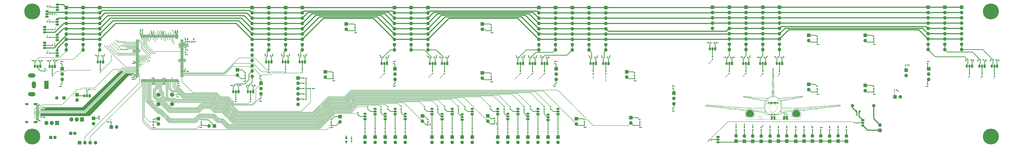
<source format=gtl>
G04 #@! TF.GenerationSoftware,KiCad,Pcbnew,7.0.9*
G04 #@! TF.CreationDate,2024-04-05T10:46:57+01:00*
G04 #@! TF.ProjectId,mcpElectronicsv2,6d637045-6c65-4637-9472-6f6e69637376,rev?*
G04 #@! TF.SameCoordinates,Original*
G04 #@! TF.FileFunction,Copper,L1,Top*
G04 #@! TF.FilePolarity,Positive*
%FSLAX46Y46*%
G04 Gerber Fmt 4.6, Leading zero omitted, Abs format (unit mm)*
G04 Created by KiCad (PCBNEW 7.0.9) date 2024-04-05 10:46:57*
%MOMM*%
%LPD*%
G01*
G04 APERTURE LIST*
G04 Aperture macros list*
%AMRoundRect*
0 Rectangle with rounded corners*
0 $1 Rounding radius*
0 $2 $3 $4 $5 $6 $7 $8 $9 X,Y pos of 4 corners*
0 Add a 4 corners polygon primitive as box body*
4,1,4,$2,$3,$4,$5,$6,$7,$8,$9,$2,$3,0*
0 Add four circle primitives for the rounded corners*
1,1,$1+$1,$2,$3*
1,1,$1+$1,$4,$5*
1,1,$1+$1,$6,$7*
1,1,$1+$1,$8,$9*
0 Add four rect primitives between the rounded corners*
20,1,$1+$1,$2,$3,$4,$5,0*
20,1,$1+$1,$4,$5,$6,$7,0*
20,1,$1+$1,$6,$7,$8,$9,0*
20,1,$1+$1,$8,$9,$2,$3,0*%
G04 Aperture macros list end*
G04 #@! TA.AperFunction,ComponentPad*
%ADD10R,1.700000X1.700000*%
G04 #@! TD*
G04 #@! TA.AperFunction,ComponentPad*
%ADD11O,1.700000X1.700000*%
G04 #@! TD*
G04 #@! TA.AperFunction,SMDPad,CuDef*
%ADD12RoundRect,0.135000X-0.185000X0.135000X-0.185000X-0.135000X0.185000X-0.135000X0.185000X0.135000X0*%
G04 #@! TD*
G04 #@! TA.AperFunction,SMDPad,CuDef*
%ADD13RoundRect,0.135000X0.135000X0.185000X-0.135000X0.185000X-0.135000X-0.185000X0.135000X-0.185000X0*%
G04 #@! TD*
G04 #@! TA.AperFunction,SMDPad,CuDef*
%ADD14RoundRect,0.140000X0.170000X-0.140000X0.170000X0.140000X-0.170000X0.140000X-0.170000X-0.140000X0*%
G04 #@! TD*
G04 #@! TA.AperFunction,ComponentPad*
%ADD15C,2.000000*%
G04 #@! TD*
G04 #@! TA.AperFunction,SMDPad,CuDef*
%ADD16RoundRect,0.135000X-0.135000X-0.185000X0.135000X-0.185000X0.135000X0.185000X-0.135000X0.185000X0*%
G04 #@! TD*
G04 #@! TA.AperFunction,SMDPad,CuDef*
%ADD17RoundRect,0.135000X0.185000X-0.135000X0.185000X0.135000X-0.185000X0.135000X-0.185000X-0.135000X0*%
G04 #@! TD*
G04 #@! TA.AperFunction,SMDPad,CuDef*
%ADD18RoundRect,0.140000X0.140000X0.170000X-0.140000X0.170000X-0.140000X-0.170000X0.140000X-0.170000X0*%
G04 #@! TD*
G04 #@! TA.AperFunction,ComponentPad*
%ADD19R,1.050000X1.500000*%
G04 #@! TD*
G04 #@! TA.AperFunction,ComponentPad*
%ADD20O,1.050000X1.500000*%
G04 #@! TD*
G04 #@! TA.AperFunction,SMDPad,CuDef*
%ADD21RoundRect,0.140000X-0.170000X0.140000X-0.170000X-0.140000X0.170000X-0.140000X0.170000X0.140000X0*%
G04 #@! TD*
G04 #@! TA.AperFunction,SMDPad,CuDef*
%ADD22RoundRect,0.140000X-0.140000X-0.170000X0.140000X-0.170000X0.140000X0.170000X-0.140000X0.170000X0*%
G04 #@! TD*
G04 #@! TA.AperFunction,ComponentPad*
%ADD23R,1.500000X1.050000*%
G04 #@! TD*
G04 #@! TA.AperFunction,ComponentPad*
%ADD24O,1.500000X1.050000*%
G04 #@! TD*
G04 #@! TA.AperFunction,ComponentPad*
%ADD25R,1.905000X2.000000*%
G04 #@! TD*
G04 #@! TA.AperFunction,ComponentPad*
%ADD26O,1.905000X2.000000*%
G04 #@! TD*
G04 #@! TA.AperFunction,ComponentPad*
%ADD27R,2.000000X4.000000*%
G04 #@! TD*
G04 #@! TA.AperFunction,ComponentPad*
%ADD28O,2.000000X3.300000*%
G04 #@! TD*
G04 #@! TA.AperFunction,ComponentPad*
%ADD29O,3.500000X2.000000*%
G04 #@! TD*
G04 #@! TA.AperFunction,ComponentPad*
%ADD30C,7.600000*%
G04 #@! TD*
G04 #@! TA.AperFunction,SMDPad,CuDef*
%ADD31RoundRect,0.075000X0.662500X0.075000X-0.662500X0.075000X-0.662500X-0.075000X0.662500X-0.075000X0*%
G04 #@! TD*
G04 #@! TA.AperFunction,SMDPad,CuDef*
%ADD32RoundRect,0.075000X0.075000X0.662500X-0.075000X0.662500X-0.075000X-0.662500X0.075000X-0.662500X0*%
G04 #@! TD*
G04 #@! TA.AperFunction,ComponentPad*
%ADD33R,1.600000X1.600000*%
G04 #@! TD*
G04 #@! TA.AperFunction,ComponentPad*
%ADD34C,1.600000*%
G04 #@! TD*
G04 #@! TA.AperFunction,SMDPad,CuDef*
%ADD35RoundRect,0.225000X-0.225000X-0.250000X0.225000X-0.250000X0.225000X0.250000X-0.225000X0.250000X0*%
G04 #@! TD*
G04 #@! TA.AperFunction,ComponentPad*
%ADD36O,1.600000X1.600000*%
G04 #@! TD*
G04 #@! TA.AperFunction,SMDPad,CuDef*
%ADD37R,1.450000X0.600000*%
G04 #@! TD*
G04 #@! TA.AperFunction,SMDPad,CuDef*
%ADD38R,1.450000X0.300000*%
G04 #@! TD*
G04 #@! TA.AperFunction,ComponentPad*
%ADD39O,2.100000X1.000000*%
G04 #@! TD*
G04 #@! TA.AperFunction,ComponentPad*
%ADD40O,1.600000X1.000000*%
G04 #@! TD*
G04 #@! TA.AperFunction,SMDPad,CuDef*
%ADD41RoundRect,0.225000X0.250000X-0.225000X0.250000X0.225000X-0.250000X0.225000X-0.250000X-0.225000X0*%
G04 #@! TD*
G04 #@! TA.AperFunction,SMDPad,CuDef*
%ADD42RoundRect,0.147500X-0.147500X-0.172500X0.147500X-0.172500X0.147500X0.172500X-0.147500X0.172500X0*%
G04 #@! TD*
G04 #@! TA.AperFunction,ViaPad*
%ADD43C,0.450000*%
G04 #@! TD*
G04 #@! TA.AperFunction,Conductor*
%ADD44C,0.300000*%
G04 #@! TD*
G04 #@! TA.AperFunction,Conductor*
%ADD45C,0.500000*%
G04 #@! TD*
G04 #@! TA.AperFunction,Conductor*
%ADD46C,0.200000*%
G04 #@! TD*
G04 APERTURE END LIST*
G04 #@! TA.AperFunction,EtchedComponent*
G36*
X433770531Y-256420041D02*
G01*
X434436212Y-256426813D01*
X434541301Y-256864963D01*
X434646389Y-257303113D01*
X434440769Y-257298745D01*
X434352716Y-257296300D01*
X434225054Y-257291984D01*
X434068925Y-257286212D01*
X433895469Y-257279400D01*
X433715828Y-257271963D01*
X433670000Y-257270000D01*
X433104850Y-257245623D01*
X433104850Y-256829446D01*
X433104850Y-256413269D01*
X433770531Y-256420041D01*
G37*
G04 #@! TD.AperFunction*
G04 #@! TA.AperFunction,EtchedComponent*
G36*
X432794331Y-256826446D02*
G01*
X432787350Y-257239613D01*
X432203150Y-257268803D01*
X431957592Y-257280888D01*
X431758041Y-257290116D01*
X431599781Y-257296436D01*
X431478097Y-257299799D01*
X431388273Y-257300153D01*
X431325592Y-257297449D01*
X431285341Y-257291636D01*
X431262802Y-257282664D01*
X431253261Y-257270483D01*
X431251810Y-257258663D01*
X431258046Y-257219621D01*
X431274504Y-257140843D01*
X431299058Y-257031869D01*
X431329584Y-256902239D01*
X431349393Y-256820513D01*
X431445816Y-256426813D01*
X432123564Y-256420046D01*
X432801312Y-256413280D01*
X432794331Y-256826446D01*
G37*
G04 #@! TD.AperFunction*
G04 #@! TA.AperFunction,EtchedComponent*
G36*
X435482346Y-256803031D02*
G01*
X435538000Y-256941509D01*
X435586775Y-257063260D01*
X435625624Y-257160646D01*
X435651500Y-257226026D01*
X435661331Y-257251675D01*
X435645948Y-257274243D01*
X435602250Y-257318793D01*
X435556209Y-257360951D01*
X435447306Y-257456890D01*
X435381252Y-257272051D01*
X435290972Y-257016824D01*
X435218173Y-256805357D01*
X435163078Y-256638355D01*
X435125913Y-256516526D01*
X435106906Y-256440577D01*
X435106041Y-256411399D01*
X435141291Y-256397225D01*
X435204270Y-256383343D01*
X435215646Y-256381526D01*
X435307143Y-256367724D01*
X435482346Y-256803031D01*
G37*
G04 #@! TD.AperFunction*
G04 #@! TA.AperFunction,EtchedComponent*
G36*
X430665078Y-256381725D02*
G01*
X430730019Y-256394945D01*
X430770862Y-256409516D01*
X430773467Y-256411408D01*
X430770094Y-256437977D01*
X430752746Y-256503784D01*
X430724273Y-256600134D01*
X430687523Y-256718334D01*
X430645345Y-256849687D01*
X430600591Y-256985500D01*
X430556109Y-257117078D01*
X430514748Y-257235725D01*
X430479357Y-257332748D01*
X430452788Y-257399452D01*
X430442816Y-257420336D01*
X430422467Y-257433072D01*
X430386786Y-257413828D01*
X430328822Y-257359312D01*
X430275744Y-257300734D01*
X430241501Y-257254845D01*
X430234456Y-257238542D01*
X430243475Y-257208157D01*
X430268634Y-257138738D01*
X430306889Y-257038289D01*
X430355197Y-256914815D01*
X430404534Y-256791167D01*
X430574806Y-256368122D01*
X430665078Y-256381725D01*
G37*
G04 #@! TD.AperFunction*
G04 #@! TA.AperFunction,EtchedComponent*
G36*
X435134743Y-256960927D02*
G01*
X435187832Y-257117819D01*
X435234199Y-257257950D01*
X435271654Y-257374436D01*
X435298004Y-257460392D01*
X435311058Y-257508933D01*
X435311819Y-257517154D01*
X435285354Y-257512847D01*
X435223736Y-257493082D01*
X435138778Y-257461756D01*
X435111450Y-257451061D01*
X435019274Y-257412951D01*
X434945124Y-257379382D01*
X434902111Y-257356372D01*
X434897800Y-257353014D01*
X434884709Y-257321931D01*
X434862101Y-257248431D01*
X434831839Y-257139607D01*
X434795783Y-257002553D01*
X434755794Y-256844361D01*
X434713734Y-256672124D01*
X434671462Y-256492934D01*
X434666455Y-256471263D01*
X434662524Y-256439229D01*
X434676961Y-256422137D01*
X434720716Y-256415321D01*
X434800540Y-256414113D01*
X434947799Y-256414113D01*
X435134743Y-256960927D01*
G37*
G04 #@! TD.AperFunction*
G04 #@! TA.AperFunction,EtchedComponent*
G36*
X431164959Y-256415413D02*
G01*
X431207720Y-256422230D01*
X431221200Y-256439235D01*
X431216154Y-256471009D01*
X431216088Y-256471263D01*
X431205219Y-256515002D01*
X431185124Y-256598215D01*
X431158189Y-256710923D01*
X431126806Y-256843145D01*
X431108151Y-256922113D01*
X431074727Y-257058356D01*
X431042942Y-257178009D01*
X431015425Y-257271887D01*
X430994806Y-257330806D01*
X430986925Y-257345469D01*
X430950136Y-257369602D01*
X430880873Y-257404446D01*
X430794079Y-257442487D01*
X430793450Y-257442745D01*
X430706278Y-257478501D01*
X430635695Y-257507548D01*
X430596822Y-257523663D01*
X430596600Y-257523757D01*
X430567758Y-257523491D01*
X430564397Y-257515380D01*
X430572162Y-257486014D01*
X430594164Y-257415779D01*
X430628060Y-257311825D01*
X430671503Y-257181301D01*
X430722150Y-257031356D01*
X430748547Y-256953951D01*
X430933150Y-256414290D01*
X431082162Y-256414201D01*
X431164959Y-256415413D01*
G37*
G04 #@! TD.AperFunction*
G04 #@! TA.AperFunction,EtchedComponent*
G36*
X430856628Y-255102374D02*
G01*
X430893394Y-255134405D01*
X430885123Y-255185541D01*
X430831454Y-255256462D01*
X430732022Y-255347843D01*
X430719455Y-255358208D01*
X430460043Y-255593261D01*
X430215997Y-255858794D01*
X429993914Y-256145523D01*
X429800393Y-256444165D01*
X429642033Y-256745437D01*
X429526617Y-257036413D01*
X429433759Y-257402018D01*
X429390186Y-257776708D01*
X429395888Y-258157300D01*
X429450852Y-258540614D01*
X429533041Y-258855892D01*
X429553746Y-258937925D01*
X429551743Y-258986165D01*
X429541660Y-259001942D01*
X429490980Y-259029044D01*
X429444747Y-259006119D01*
X429409779Y-258946838D01*
X429366052Y-258820674D01*
X429323605Y-258659620D01*
X429285896Y-258479538D01*
X429256382Y-258296290D01*
X429243166Y-258182313D01*
X429233082Y-257809242D01*
X429272802Y-257436960D01*
X429361358Y-257067934D01*
X429497779Y-256704626D01*
X429681099Y-256349501D01*
X429910347Y-256005022D01*
X430184556Y-255673655D01*
X430261651Y-255591453D01*
X430421959Y-255429292D01*
X430561828Y-255297211D01*
X430678751Y-255197274D01*
X430770217Y-255131542D01*
X430833718Y-255102078D01*
X430856628Y-255102374D01*
G37*
G04 #@! TD.AperFunction*
G04 #@! TA.AperFunction,EtchedComponent*
G36*
X435116025Y-255136335D02*
G01*
X435194321Y-255190472D01*
X435275340Y-255258626D01*
X435379696Y-255354312D01*
X435496936Y-255467130D01*
X435616609Y-255586677D01*
X435728263Y-255702552D01*
X435821446Y-255804354D01*
X435875147Y-255868013D01*
X436121188Y-256216138D01*
X436325025Y-256583444D01*
X436483847Y-256964092D01*
X436594843Y-257352243D01*
X436599254Y-257372521D01*
X436620131Y-257508089D01*
X436634221Y-257678140D01*
X436641320Y-257866784D01*
X436641222Y-258058132D01*
X436633722Y-258236294D01*
X436618613Y-258385383D01*
X436612815Y-258420713D01*
X436589221Y-258535080D01*
X436559598Y-258658396D01*
X436527325Y-258778642D01*
X436495784Y-258883797D01*
X436468355Y-258961843D01*
X436450296Y-258998563D01*
X436405025Y-259027972D01*
X436359276Y-259017996D01*
X436339305Y-258990833D01*
X436339176Y-258950591D01*
X436351075Y-258874177D01*
X436372756Y-258774168D01*
X436390327Y-258705083D01*
X436468750Y-258321243D01*
X436496631Y-257942020D01*
X436474056Y-257567809D01*
X436401107Y-257199005D01*
X436277868Y-256836004D01*
X436104422Y-256479201D01*
X435880854Y-256128991D01*
X435831455Y-256061543D01*
X435695519Y-255892335D01*
X435537205Y-255715526D01*
X435370657Y-255545887D01*
X435210014Y-255398189D01*
X435143200Y-255342643D01*
X435057363Y-255267750D01*
X435002355Y-255206018D01*
X434984450Y-255166528D01*
X434999380Y-255115735D01*
X435043549Y-255105706D01*
X435116025Y-255136335D01*
G37*
G04 #@! TD.AperFunction*
G04 #@! TA.AperFunction,EtchedComponent*
G36*
X422126358Y-260170720D02*
G01*
X422297646Y-260201596D01*
X422360650Y-260220507D01*
X422622589Y-260338025D01*
X422871157Y-260499444D01*
X423100933Y-260698488D01*
X423306497Y-260928883D01*
X423482430Y-261184355D01*
X423623310Y-261458630D01*
X423723719Y-261745433D01*
X423742181Y-261819757D01*
X423771626Y-262008959D01*
X423781627Y-262219479D01*
X423773270Y-262437080D01*
X423747640Y-262647521D01*
X423705825Y-262836566D01*
X423653683Y-262980013D01*
X423548999Y-263147774D01*
X423403792Y-263289712D01*
X423217107Y-263406330D01*
X422987989Y-263498132D01*
X422715484Y-263565621D01*
X422474950Y-263601396D01*
X422343185Y-263611981D01*
X422174285Y-263619118D01*
X421981794Y-263622821D01*
X421779259Y-263623104D01*
X421580224Y-263619979D01*
X421398237Y-263613460D01*
X421246843Y-263603560D01*
X421211399Y-263600144D01*
X420925919Y-263555074D01*
X420674149Y-263484608D01*
X420458915Y-263390227D01*
X420283048Y-263273411D01*
X420149373Y-263135638D01*
X420071168Y-263003458D01*
X420013252Y-262831854D01*
X419972719Y-262626422D01*
X419950395Y-262401357D01*
X419947105Y-262170855D01*
X419963675Y-261949113D01*
X419998809Y-261758526D01*
X420094501Y-261473598D01*
X420230701Y-261200991D01*
X420401901Y-260946860D01*
X420602590Y-260717359D01*
X420827258Y-260518644D01*
X421070393Y-260356869D01*
X421326486Y-260238189D01*
X421374983Y-260221403D01*
X421539026Y-260182635D01*
X421730181Y-260161255D01*
X421931581Y-260157278D01*
X422126358Y-260170720D01*
G37*
G04 #@! TD.AperFunction*
G04 #@! TA.AperFunction,EtchedComponent*
G36*
X444148037Y-260162914D02*
G01*
X444259001Y-260168357D01*
X444349446Y-260180098D01*
X444434475Y-260199919D01*
X444504516Y-260221403D01*
X444762234Y-260331321D01*
X445008175Y-260485422D01*
X445236752Y-260677472D01*
X445442380Y-260901232D01*
X445619471Y-261150466D01*
X445762440Y-261418936D01*
X445865701Y-261700407D01*
X445881301Y-261758526D01*
X445910366Y-261919017D01*
X445927471Y-262111315D01*
X445932166Y-262317750D01*
X445924002Y-262520649D01*
X445904925Y-262687913D01*
X445849407Y-262904491D01*
X445756634Y-263090115D01*
X445625143Y-263246123D01*
X445453473Y-263373854D01*
X445240161Y-263474648D01*
X444983746Y-263549844D01*
X444957785Y-263555556D01*
X444861547Y-263573679D01*
X444756961Y-263587714D01*
X444635063Y-263598311D01*
X444486887Y-263606125D01*
X444303469Y-263611808D01*
X444141150Y-263615002D01*
X443960724Y-263616783D01*
X443785364Y-263616354D01*
X443625528Y-263613904D01*
X443491676Y-263609621D01*
X443394266Y-263603693D01*
X443369502Y-263601114D01*
X443072989Y-263550563D01*
X442820691Y-263477712D01*
X442610328Y-263380724D01*
X442439618Y-263257765D01*
X442306281Y-263106996D01*
X442208035Y-262926582D01*
X442142599Y-262714685D01*
X442121459Y-262596262D01*
X442097864Y-262259025D01*
X442123694Y-261932343D01*
X442198301Y-261618227D01*
X442321035Y-261318684D01*
X442491245Y-261035723D01*
X442708283Y-260771353D01*
X442713500Y-260765845D01*
X442902376Y-260582793D01*
X443087714Y-260438458D01*
X443283057Y-260323717D01*
X443501948Y-260229444D01*
X443518850Y-260223249D01*
X443600462Y-260196556D01*
X443679456Y-260178871D01*
X443770006Y-260168395D01*
X443886287Y-260163328D01*
X444001450Y-260161983D01*
X444148037Y-260162914D01*
G37*
G04 #@! TD.AperFunction*
G04 #@! TA.AperFunction,EtchedComponent*
G36*
X433224642Y-257300037D02*
G01*
X433519278Y-257361808D01*
X433800732Y-257466399D01*
X434062280Y-257613814D01*
X434087606Y-257631279D01*
X434311284Y-257818498D01*
X434496331Y-258037920D01*
X434641444Y-258287290D01*
X434745315Y-258564351D01*
X434806640Y-258866847D01*
X434807794Y-258876168D01*
X434820486Y-259176172D01*
X434789682Y-259485908D01*
X434718814Y-259797928D01*
X434611313Y-260104780D01*
X434470611Y-260399014D01*
X434300137Y-260673180D01*
X434103325Y-260919828D01*
X433883604Y-261131507D01*
X433709798Y-261260269D01*
X433542266Y-261358782D01*
X433384998Y-261425150D01*
X433219702Y-261465015D01*
X433028087Y-261484019D01*
X432977850Y-261486049D01*
X432844543Y-261488360D01*
X432743771Y-261483966D01*
X432657477Y-261470757D01*
X432567605Y-261446625D01*
X432526235Y-261433318D01*
X432288634Y-261329172D01*
X432059990Y-261179490D01*
X431844544Y-260989319D01*
X431646538Y-260763704D01*
X431470215Y-260507690D01*
X431319816Y-260226324D01*
X431199584Y-259924651D01*
X431165190Y-259814428D01*
X431091835Y-259486925D01*
X431062845Y-259168554D01*
X431063614Y-259152170D01*
X431169738Y-259152170D01*
X431194814Y-259452968D01*
X431261066Y-259761926D01*
X431369341Y-260075391D01*
X431453890Y-260262213D01*
X431599610Y-260518900D01*
X431769923Y-260752481D01*
X431959216Y-260957722D01*
X432161877Y-261129390D01*
X432372296Y-261262250D01*
X432584860Y-261351071D01*
X432637101Y-261365637D01*
X432750451Y-261382169D01*
X432893992Y-261386313D01*
X433050054Y-261379201D01*
X433200965Y-261361967D01*
X433329056Y-261335744D01*
X433383737Y-261317756D01*
X433622869Y-261195080D01*
X433847345Y-261028690D01*
X434053612Y-260824444D01*
X434238115Y-260588200D01*
X434397300Y-260325816D01*
X434527615Y-260043149D01*
X434625506Y-259746058D01*
X434687417Y-259440401D01*
X434709797Y-259132036D01*
X434709797Y-259131913D01*
X434696120Y-258844327D01*
X434650276Y-258590551D01*
X434569273Y-258362809D01*
X434450119Y-258153322D01*
X434289820Y-257954315D01*
X434234533Y-257896771D01*
X434121657Y-257788509D01*
X434023303Y-257708136D01*
X433922853Y-257643405D01*
X433814623Y-257587293D01*
X433640254Y-257509230D01*
X433485035Y-257454708D01*
X433332147Y-257420040D01*
X433164774Y-257401538D01*
X432966099Y-257395514D01*
X432939750Y-257395454D01*
X432734834Y-257400368D01*
X432563407Y-257417494D01*
X432408893Y-257450410D01*
X432254720Y-257502696D01*
X432084314Y-257577928D01*
X432075907Y-257581954D01*
X431836492Y-257723337D01*
X431632319Y-257898453D01*
X431464234Y-258103650D01*
X431333086Y-258335273D01*
X431239722Y-258589670D01*
X431184990Y-258863187D01*
X431169738Y-259152170D01*
X431063614Y-259152170D01*
X431077189Y-258862921D01*
X431133835Y-258573634D01*
X431231752Y-258304298D01*
X431369909Y-258058519D01*
X431547274Y-257839903D01*
X431762816Y-257652057D01*
X431789040Y-257633267D01*
X432048740Y-257481029D01*
X432328873Y-257371581D01*
X432622716Y-257304929D01*
X432923547Y-257281079D01*
X433224642Y-257300037D01*
G37*
G04 #@! TD.AperFunction*
G04 #@! TA.AperFunction,EtchedComponent*
G36*
X433024858Y-240379626D02*
G01*
X433115765Y-240437201D01*
X433136955Y-240456062D01*
X433172118Y-240489665D01*
X433201504Y-240520914D01*
X433225717Y-240554524D01*
X433245362Y-240595211D01*
X433261044Y-240647690D01*
X433273366Y-240716675D01*
X433282935Y-240806884D01*
X433290353Y-240923030D01*
X433296227Y-241069829D01*
X433301159Y-241251997D01*
X433305756Y-241474249D01*
X433310621Y-241741300D01*
X433312061Y-241821813D01*
X433314645Y-241965996D01*
X433318082Y-242157729D01*
X433322313Y-242393768D01*
X433327281Y-242670871D01*
X433332927Y-242985795D01*
X433339192Y-243335298D01*
X433346020Y-243716137D01*
X433353351Y-244125069D01*
X433361128Y-244558851D01*
X433369292Y-245014242D01*
X433377786Y-245487997D01*
X433386550Y-245976875D01*
X433395528Y-246477634D01*
X433404661Y-246987029D01*
X433413891Y-247501819D01*
X433421349Y-247917813D01*
X433430450Y-248423352D01*
X433439457Y-248919675D01*
X433448317Y-249404019D01*
X433456978Y-249873620D01*
X433465385Y-250325716D01*
X433473486Y-250757544D01*
X433481227Y-251166343D01*
X433488556Y-251549348D01*
X433495419Y-251903797D01*
X433501762Y-252226927D01*
X433507534Y-252515977D01*
X433512680Y-252768182D01*
X433517147Y-252980781D01*
X433520883Y-253151011D01*
X433523834Y-253276108D01*
X433525946Y-253353311D01*
X433526027Y-253355801D01*
X433541902Y-253840789D01*
X433799626Y-253885810D01*
X434180321Y-253970454D01*
X434553643Y-254088471D01*
X434909248Y-254235621D01*
X435236794Y-254407663D01*
X435505710Y-254585206D01*
X435633271Y-254679816D01*
X436153410Y-254633091D01*
X436230849Y-254626130D01*
X436356164Y-254614860D01*
X436526637Y-254599524D01*
X436739549Y-254580369D01*
X436992181Y-254557638D01*
X437281814Y-254531576D01*
X437605731Y-254502428D01*
X437961211Y-254470438D01*
X438345536Y-254435852D01*
X438755987Y-254398913D01*
X439189845Y-254359867D01*
X439644392Y-254318958D01*
X440116909Y-254276431D01*
X440604677Y-254232530D01*
X441104977Y-254187501D01*
X441615090Y-254141587D01*
X441778950Y-254126838D01*
X442386973Y-254072103D01*
X442946464Y-254021750D01*
X443459489Y-253975641D01*
X443928112Y-253933637D01*
X444354399Y-253895601D01*
X444740417Y-253861392D01*
X445088231Y-253830874D01*
X445399907Y-253803908D01*
X445677510Y-253780354D01*
X445923106Y-253760074D01*
X446138762Y-253742930D01*
X446326542Y-253728783D01*
X446488513Y-253717495D01*
X446626740Y-253708927D01*
X446743289Y-253702940D01*
X446840226Y-253699397D01*
X446919616Y-253698158D01*
X446983526Y-253699085D01*
X447034020Y-253702039D01*
X447073165Y-253706882D01*
X447103027Y-253713476D01*
X447125670Y-253721681D01*
X447143162Y-253731360D01*
X447157567Y-253742373D01*
X447170952Y-253754582D01*
X447181625Y-253764497D01*
X447224461Y-253830407D01*
X447221927Y-253904135D01*
X447177912Y-253981082D01*
X447096306Y-254056650D01*
X446980999Y-254126241D01*
X446835880Y-254185255D01*
X446821929Y-254189752D01*
X446702337Y-254224777D01*
X446550123Y-254264518D01*
X446364370Y-254309145D01*
X446144162Y-254358830D01*
X445888582Y-254413741D01*
X445596713Y-254474050D01*
X445267639Y-254539926D01*
X444900443Y-254611539D01*
X444494209Y-254689060D01*
X444048018Y-254772659D01*
X443560956Y-254862506D01*
X443032105Y-254958772D01*
X442460548Y-255061625D01*
X441845369Y-255171238D01*
X441185651Y-255287779D01*
X440480478Y-255411419D01*
X439728933Y-255542328D01*
X438930098Y-255680676D01*
X438083058Y-255826634D01*
X437186895Y-255980372D01*
X437054550Y-256003024D01*
X436942496Y-256022304D01*
X436866469Y-256040779D01*
X436823351Y-256066702D01*
X436810023Y-256108326D01*
X436823366Y-256173902D01*
X436860263Y-256271685D01*
X436908821Y-256388713D01*
X437011827Y-256672342D01*
X437101823Y-256991743D01*
X437174892Y-257332710D01*
X437185385Y-257392013D01*
X437206430Y-257556249D01*
X437221155Y-257758172D01*
X437229562Y-257985063D01*
X437231652Y-258224203D01*
X437227426Y-258462874D01*
X437216886Y-258688356D01*
X437200034Y-258887932D01*
X437185195Y-259000936D01*
X437168364Y-259116070D01*
X437156878Y-259211891D01*
X437151829Y-259277865D01*
X437153811Y-259303140D01*
X437180519Y-259305143D01*
X437254895Y-259307463D01*
X437373808Y-259310061D01*
X437534126Y-259312898D01*
X437732720Y-259315933D01*
X437966457Y-259319128D01*
X438232206Y-259322442D01*
X438526838Y-259325836D01*
X438847219Y-259329271D01*
X439190221Y-259332706D01*
X439552711Y-259336103D01*
X439931559Y-259339422D01*
X440201116Y-259341648D01*
X443234340Y-259366074D01*
X443382945Y-259306143D01*
X443424944Y-259289789D01*
X443465146Y-259276700D01*
X443509594Y-259266493D01*
X443564333Y-259258791D01*
X443635406Y-259253211D01*
X443728857Y-259249373D01*
X443850729Y-259246898D01*
X444007067Y-259245405D01*
X444203913Y-259244513D01*
X444369750Y-259244041D01*
X444479002Y-259243675D01*
X444582399Y-259243051D01*
X444682687Y-259241999D01*
X444782608Y-259240349D01*
X444884909Y-259237931D01*
X444992334Y-259234577D01*
X445107627Y-259230116D01*
X445233534Y-259224379D01*
X445372798Y-259217195D01*
X445528164Y-259208397D01*
X445702377Y-259197813D01*
X445898181Y-259185274D01*
X446118322Y-259170611D01*
X446365543Y-259153654D01*
X446642590Y-259134233D01*
X446952206Y-259112179D01*
X447297138Y-259087322D01*
X447680128Y-259059492D01*
X448103922Y-259028520D01*
X448571265Y-258994236D01*
X448628878Y-258990000D01*
X450661012Y-258990000D01*
X450767263Y-259083526D01*
X450842225Y-259164554D01*
X450910702Y-259262948D01*
X450934720Y-259307728D01*
X450995925Y-259438404D01*
X451099137Y-259424398D01*
X451141068Y-259419828D01*
X451229304Y-259411092D01*
X451359557Y-259398591D01*
X451527539Y-259382723D01*
X451728962Y-259363890D01*
X451959536Y-259342489D01*
X452214973Y-259318922D01*
X452490986Y-259293587D01*
X452783284Y-259266885D01*
X453031150Y-259244336D01*
X453652519Y-259187845D01*
X454224213Y-259135722D01*
X454747160Y-259087878D01*
X455222288Y-259044225D01*
X455650525Y-259004677D01*
X456032801Y-258969144D01*
X456370043Y-258937540D01*
X456663180Y-258909776D01*
X456913141Y-258885765D01*
X457120854Y-258865419D01*
X457287247Y-258848651D01*
X457413249Y-258835371D01*
X457499789Y-258825494D01*
X457547795Y-258818930D01*
X457558989Y-258816240D01*
X457548238Y-258793852D01*
X457508553Y-258745228D01*
X457447546Y-258679417D01*
X457422323Y-258653755D01*
X457272950Y-258503979D01*
X455660050Y-258623892D01*
X455321077Y-258649043D01*
X454943012Y-258677004D01*
X454537428Y-258706925D01*
X454115902Y-258737955D01*
X453690009Y-258769243D01*
X453271322Y-258799938D01*
X452871418Y-258829190D01*
X452501871Y-258856148D01*
X452354081Y-258866903D01*
X450661012Y-258990000D01*
X448628878Y-258990000D01*
X449084901Y-258956471D01*
X449411650Y-258932423D01*
X449881119Y-258897864D01*
X450343957Y-258863794D01*
X450796951Y-258830449D01*
X451236887Y-258798065D01*
X451660552Y-258766880D01*
X452064733Y-258737129D01*
X452446218Y-258709049D01*
X452801792Y-258682877D01*
X453128244Y-258658849D01*
X453422361Y-258637202D01*
X453680928Y-258618172D01*
X453900734Y-258601995D01*
X454078565Y-258588908D01*
X454211208Y-258579148D01*
X454275750Y-258574400D01*
X454369905Y-258567495D01*
X454511784Y-258557121D01*
X454698444Y-258543491D01*
X454926941Y-258526820D01*
X455194332Y-258507322D01*
X455255881Y-258502836D01*
X457437490Y-258502836D01*
X457520320Y-258596777D01*
X457581867Y-258668060D01*
X457638104Y-258735559D01*
X457653950Y-258755328D01*
X457704750Y-258819939D01*
X458873150Y-258709696D01*
X459079934Y-258690241D01*
X459331034Y-258666711D01*
X459620178Y-258639691D01*
X459941096Y-258609762D01*
X460287516Y-258577508D01*
X460653168Y-258543512D01*
X461031780Y-258508357D01*
X461417082Y-258472628D01*
X461802804Y-258436906D01*
X462182673Y-258401775D01*
X462391050Y-258382527D01*
X462733890Y-258350819D01*
X463063989Y-258320185D01*
X463377615Y-258290978D01*
X463671036Y-258263549D01*
X463940519Y-258238251D01*
X464182333Y-258215435D01*
X464392746Y-258195455D01*
X464568026Y-258178663D01*
X464704440Y-258165410D01*
X464798258Y-258156049D01*
X464845746Y-258150933D01*
X464848500Y-258150573D01*
X464916243Y-258143789D01*
X464947676Y-258151697D01*
X464956281Y-258178929D01*
X464956450Y-258187672D01*
X464946362Y-258222920D01*
X464907812Y-258243595D01*
X464848500Y-258254784D01*
X464812465Y-258258633D01*
X464729383Y-258266813D01*
X464602792Y-258278995D01*
X464436231Y-258294851D01*
X464233239Y-258314051D01*
X463997354Y-258336267D01*
X463732114Y-258361168D01*
X463441058Y-258388427D01*
X463127726Y-258417714D01*
X462795654Y-258448699D01*
X462448382Y-258481054D01*
X462089448Y-258514450D01*
X461722392Y-258548558D01*
X461350751Y-258583048D01*
X460978063Y-258617591D01*
X460607869Y-258651859D01*
X460243705Y-258685522D01*
X459889111Y-258718251D01*
X459547626Y-258749718D01*
X459222787Y-258779592D01*
X458918133Y-258807545D01*
X458637204Y-258833248D01*
X458383536Y-258856372D01*
X458229775Y-258870332D01*
X457738801Y-258914820D01*
X457753525Y-258988441D01*
X457764636Y-259063080D01*
X457768250Y-259117287D01*
X457775842Y-259154738D01*
X457808413Y-259166429D01*
X457850800Y-259164070D01*
X457887244Y-259160128D01*
X457970642Y-259150971D01*
X458097458Y-259136993D01*
X458264154Y-259118584D01*
X458467196Y-259096136D01*
X458703046Y-259070040D01*
X458968168Y-259040687D01*
X459259027Y-259008469D01*
X459572085Y-258973777D01*
X459903807Y-258937002D01*
X460250656Y-258898536D01*
X460447950Y-258876649D01*
X461025631Y-258812418D01*
X461554859Y-258753245D01*
X462037701Y-258698852D01*
X462476221Y-258648961D01*
X462872485Y-258603293D01*
X463228560Y-258561570D01*
X463546510Y-258523511D01*
X463828403Y-258488840D01*
X464076303Y-258457276D01*
X464292276Y-258428542D01*
X464478389Y-258402358D01*
X464636707Y-258378446D01*
X464769296Y-258356527D01*
X464878221Y-258336322D01*
X464965549Y-258317553D01*
X465033346Y-258299941D01*
X465083676Y-258283207D01*
X465118606Y-258267073D01*
X465140202Y-258251259D01*
X465147134Y-258242615D01*
X465139219Y-258211905D01*
X465086338Y-258173768D01*
X464993370Y-258130574D01*
X464865194Y-258084694D01*
X464753138Y-258051132D01*
X464505062Y-257981848D01*
X461104906Y-258227470D01*
X460691467Y-258257375D01*
X460290461Y-258286456D01*
X459904971Y-258314484D01*
X459538081Y-258341235D01*
X459192874Y-258366479D01*
X458872433Y-258389989D01*
X458579841Y-258411539D01*
X458318181Y-258430901D01*
X458090537Y-258447848D01*
X457899991Y-258462152D01*
X457749627Y-258473587D01*
X457642528Y-258481925D01*
X457581777Y-258486938D01*
X457571120Y-258487964D01*
X457437490Y-258502836D01*
X455255881Y-258502836D01*
X455497675Y-258485213D01*
X455834026Y-258460705D01*
X456200443Y-258434014D01*
X456593983Y-258405353D01*
X457011702Y-258374938D01*
X457450658Y-258342982D01*
X457907908Y-258309700D01*
X458380509Y-258275306D01*
X458865518Y-258240015D01*
X459359992Y-258204041D01*
X459720636Y-258177807D01*
X464505122Y-257829790D01*
X464724436Y-257884524D01*
X464880295Y-257929654D01*
X465023478Y-257982735D01*
X465145043Y-258039510D01*
X465236052Y-258095722D01*
X465287562Y-258147114D01*
X465291510Y-258154537D01*
X465310331Y-258238765D01*
X465284063Y-258312795D01*
X465211304Y-258377936D01*
X465090654Y-258435497D01*
X464941427Y-258481523D01*
X464880006Y-258495052D01*
X464789054Y-258511357D01*
X464667499Y-258530561D01*
X464514268Y-258552791D01*
X464328288Y-258578169D01*
X464108485Y-258606822D01*
X463853787Y-258638873D01*
X463563119Y-258674448D01*
X463235410Y-258713670D01*
X462869586Y-258756665D01*
X462464574Y-258803557D01*
X462019301Y-258854471D01*
X461532694Y-258909531D01*
X461003679Y-258968862D01*
X460431183Y-259032589D01*
X459814134Y-259100836D01*
X459151458Y-259173727D01*
X458442082Y-259251388D01*
X457684933Y-259333943D01*
X456878938Y-259421517D01*
X456396650Y-259473792D01*
X455990996Y-259517714D01*
X455632888Y-259556491D01*
X455319371Y-259590490D01*
X455047489Y-259620077D01*
X454814289Y-259645617D01*
X454616816Y-259667475D01*
X454452114Y-259686018D01*
X454317228Y-259701612D01*
X454209205Y-259714620D01*
X454125089Y-259725411D01*
X454061926Y-259734348D01*
X454016760Y-259741798D01*
X453986637Y-259748126D01*
X453968602Y-259753698D01*
X453959701Y-259758880D01*
X453956978Y-259764037D01*
X453957479Y-259769535D01*
X453958250Y-259775535D01*
X453947837Y-259811870D01*
X453920240Y-259880337D01*
X453880925Y-259967597D01*
X453871084Y-259988330D01*
X453797194Y-260119301D01*
X453723162Y-260201611D01*
X453646178Y-260237329D01*
X453563431Y-260228523D01*
X453551082Y-260223794D01*
X453478993Y-260172199D01*
X453407056Y-260082898D01*
X453344341Y-259968195D01*
X453322044Y-259912963D01*
X453292045Y-259852601D01*
X453259757Y-259819731D01*
X453251666Y-259817712D01*
X453220859Y-259820360D01*
X453143694Y-259828006D01*
X453024321Y-259840209D01*
X452866889Y-259856526D01*
X452675547Y-259876515D01*
X452454445Y-259899733D01*
X452207733Y-259925738D01*
X451939560Y-259954086D01*
X451654076Y-259984335D01*
X451355431Y-260016044D01*
X451047773Y-260048768D01*
X450735253Y-260082067D01*
X450422020Y-260115496D01*
X450112223Y-260148614D01*
X449810013Y-260180978D01*
X449519539Y-260212145D01*
X449244949Y-260241673D01*
X448990395Y-260269120D01*
X448760025Y-260294042D01*
X448557989Y-260315997D01*
X448388437Y-260334543D01*
X448255518Y-260349237D01*
X448163381Y-260359637D01*
X448116177Y-260365300D01*
X448112659Y-260365799D01*
X448059436Y-260377849D01*
X448024407Y-260402037D01*
X447995992Y-260450999D01*
X447967363Y-260524329D01*
X447899704Y-260673757D01*
X447823364Y-260780321D01*
X447741302Y-260842395D01*
X447656474Y-260858351D01*
X447571840Y-260826564D01*
X447513346Y-260773959D01*
X447456416Y-260695500D01*
X447403818Y-260601489D01*
X447390065Y-260570854D01*
X447354459Y-260501470D01*
X447318898Y-260459365D01*
X447303450Y-260452814D01*
X447269080Y-260455413D01*
X447191040Y-260462794D01*
X447076163Y-260474265D01*
X446931281Y-260489130D01*
X446763229Y-260506697D01*
X446578840Y-260526270D01*
X446554150Y-260528913D01*
X446368545Y-260548679D01*
X446198757Y-260566539D01*
X446051541Y-260581799D01*
X445933651Y-260593768D01*
X445851841Y-260601751D01*
X445812868Y-260605056D01*
X445811252Y-260605106D01*
X445809705Y-260623491D01*
X445834339Y-260672156D01*
X445880028Y-260741374D01*
X445891208Y-260756783D01*
X446083173Y-261054984D01*
X446239095Y-261375827D01*
X446352769Y-261705983D01*
X446376329Y-261798913D01*
X446398671Y-261934750D01*
X446412957Y-262106298D01*
X446419171Y-262299107D01*
X446417292Y-262498728D01*
X446407304Y-262690710D01*
X446389187Y-262860605D01*
X446377763Y-262929213D01*
X446320323Y-263147533D01*
X446235904Y-263339718D01*
X446122324Y-263506817D01*
X445977401Y-263649882D01*
X445798953Y-263769961D01*
X445584797Y-263868107D01*
X445332751Y-263945369D01*
X445040634Y-264002798D01*
X444706263Y-264041444D01*
X444327455Y-264062358D01*
X444014150Y-264067038D01*
X443604725Y-264058784D01*
X443240971Y-264032853D01*
X442920548Y-263988170D01*
X442641116Y-263923661D01*
X442400336Y-263838252D01*
X442195866Y-263730869D01*
X442025369Y-263600437D01*
X441886504Y-263445881D01*
X441776931Y-263266129D01*
X441694311Y-263060104D01*
X441674348Y-262992713D01*
X441656675Y-262916526D01*
X441643892Y-262829757D01*
X441635308Y-262722983D01*
X441630233Y-262586784D01*
X441627974Y-262411737D01*
X441627760Y-262357713D01*
X441627981Y-262332313D01*
X441735014Y-262332313D01*
X441743677Y-262609634D01*
X441769679Y-262844850D01*
X441814883Y-263044239D01*
X441881152Y-263214080D01*
X441970350Y-263360654D01*
X442076206Y-263482274D01*
X442197680Y-263586617D01*
X442337567Y-263675244D01*
X442501280Y-263749929D01*
X442694230Y-263812443D01*
X442921830Y-263864562D01*
X443189492Y-263908058D01*
X443480750Y-263942492D01*
X443577871Y-263948223D01*
X443715272Y-263950620D01*
X443882567Y-263950016D01*
X444069366Y-263946742D01*
X444265284Y-263941130D01*
X444459932Y-263933512D01*
X444642923Y-263924219D01*
X444803870Y-263913583D01*
X444932385Y-263901936D01*
X444992050Y-263894225D01*
X445303277Y-263830913D01*
X445569222Y-263744766D01*
X445790011Y-263635720D01*
X445965771Y-263503711D01*
X446096628Y-263348676D01*
X446102586Y-263339383D01*
X446179807Y-263181533D01*
X446239820Y-262985778D01*
X446281761Y-262762311D01*
X446304770Y-262521327D01*
X446307981Y-262273017D01*
X446290533Y-262027576D01*
X446251563Y-261795197D01*
X446238042Y-261739116D01*
X446132635Y-261426143D01*
X445982604Y-261121197D01*
X445793833Y-260831776D01*
X445572204Y-260565378D01*
X445323600Y-260329500D01*
X445053905Y-260131639D01*
X444929481Y-260059013D01*
X445167908Y-260059013D01*
X445315756Y-260166586D01*
X445408541Y-260238477D01*
X445500526Y-260316794D01*
X445561131Y-260374035D01*
X445625115Y-260433585D01*
X445674890Y-260460902D01*
X445726914Y-260464252D01*
X445738103Y-260462904D01*
X445778924Y-260458085D01*
X445864937Y-260448564D01*
X445990809Y-260434912D01*
X446018438Y-260431947D01*
X447460378Y-260431947D01*
X447498185Y-260522432D01*
X447556489Y-260641254D01*
X447612302Y-260710643D01*
X447667397Y-260731791D01*
X447723546Y-260705885D01*
X447743043Y-260686734D01*
X447771383Y-260645682D01*
X447806642Y-260582112D01*
X447841854Y-260510621D01*
X447870053Y-260445807D01*
X447884275Y-260402266D01*
X447883422Y-260392539D01*
X447856041Y-260392688D01*
X447790628Y-260397606D01*
X447699622Y-260406304D01*
X447667664Y-260409667D01*
X447460378Y-260431947D01*
X446018438Y-260431947D01*
X446151208Y-260417699D01*
X446340801Y-260397495D01*
X446554254Y-260374870D01*
X446786234Y-260350396D01*
X447024050Y-260325412D01*
X447312507Y-260295134D01*
X447624026Y-260262370D01*
X447946911Y-260228354D01*
X448269463Y-260194321D01*
X448579988Y-260161504D01*
X448866788Y-260131139D01*
X449118167Y-260104459D01*
X449183050Y-260097559D01*
X449410761Y-260073371D01*
X449633824Y-260049764D01*
X449844478Y-260027553D01*
X450034962Y-260007552D01*
X450197515Y-259990577D01*
X450324378Y-259977443D01*
X450402250Y-259969517D01*
X450519506Y-259957161D01*
X450622949Y-259945121D01*
X450698859Y-259935053D01*
X450727743Y-259930182D01*
X450761021Y-259908118D01*
X450910250Y-259908118D01*
X450932233Y-259910412D01*
X450985857Y-259905332D01*
X450992800Y-259904373D01*
X451031341Y-259899778D01*
X451116132Y-259890282D01*
X451242906Y-259876346D01*
X451407396Y-259858433D01*
X451605336Y-259837002D01*
X451832459Y-259812515D01*
X451974435Y-259797260D01*
X453400835Y-259797260D01*
X453437562Y-259885159D01*
X453483914Y-259978839D01*
X453535712Y-260057056D01*
X453584419Y-260108417D01*
X453615350Y-260122513D01*
X453652437Y-260103450D01*
X453696542Y-260056977D01*
X453700771Y-260051198D01*
X453735151Y-259994702D01*
X453771503Y-259922777D01*
X453803501Y-259849962D01*
X453824821Y-259790797D01*
X453829135Y-259759820D01*
X453828079Y-259758596D01*
X453800196Y-259758268D01*
X453734314Y-259762828D01*
X453642899Y-259771348D01*
X453609692Y-259774824D01*
X453400835Y-259797260D01*
X451974435Y-259797260D01*
X452084498Y-259785434D01*
X452357186Y-259756219D01*
X452646257Y-259725331D01*
X452866050Y-259701899D01*
X453342568Y-259651101D01*
X453807396Y-259601464D01*
X454257821Y-259553282D01*
X454691128Y-259506847D01*
X455104603Y-259462454D01*
X455495532Y-259420396D01*
X455861202Y-259380967D01*
X456198897Y-259344459D01*
X456505905Y-259311168D01*
X456779511Y-259281385D01*
X457017001Y-259255405D01*
X457215660Y-259233522D01*
X457372776Y-259216028D01*
X457485633Y-259203217D01*
X457551518Y-259195384D01*
X457561873Y-259194026D01*
X457672997Y-259178648D01*
X457657014Y-259062038D01*
X457645610Y-258990810D01*
X457635069Y-258944228D01*
X457631386Y-258935783D01*
X457604895Y-258936051D01*
X457532991Y-258940697D01*
X457420832Y-258949291D01*
X457273579Y-258961401D01*
X457096389Y-258976596D01*
X456894421Y-258994443D01*
X456672835Y-259014512D01*
X456507546Y-259029769D01*
X456297638Y-259049234D01*
X456044065Y-259072650D01*
X455753752Y-259099382D01*
X455433626Y-259128795D01*
X455090614Y-259160254D01*
X454731643Y-259193124D01*
X454363638Y-259226772D01*
X453993528Y-259260561D01*
X453628237Y-259293857D01*
X453310550Y-259322766D01*
X452987346Y-259352205D01*
X452676588Y-259380616D01*
X452382304Y-259407623D01*
X452108519Y-259432852D01*
X451859259Y-259455930D01*
X451638551Y-259476481D01*
X451450420Y-259494132D01*
X451298892Y-259508508D01*
X451187995Y-259519235D01*
X451121753Y-259525939D01*
X451107100Y-259527606D01*
X451034494Y-259539022D01*
X450999068Y-259556309D01*
X450987494Y-259590821D01*
X450986450Y-259630412D01*
X450976026Y-259715223D01*
X450950700Y-259803140D01*
X450948350Y-259808930D01*
X450924038Y-259868968D01*
X450910967Y-259904855D01*
X450910250Y-259908118D01*
X450761021Y-259908118D01*
X450777733Y-259897038D01*
X450825469Y-259828721D01*
X450863154Y-259740556D01*
X450882991Y-259647867D01*
X450884292Y-259622459D01*
X450880622Y-259567718D01*
X450858121Y-259548975D01*
X450802300Y-259552782D01*
X450761522Y-259557129D01*
X450671076Y-259565843D01*
X450531900Y-259578841D01*
X450344929Y-259596037D01*
X450111101Y-259617348D01*
X449831351Y-259642689D01*
X449506618Y-259671975D01*
X449137837Y-259705123D01*
X448725946Y-259742049D01*
X448271881Y-259782667D01*
X447776579Y-259826893D01*
X447240976Y-259874643D01*
X446666010Y-259925833D01*
X446089629Y-259977089D01*
X445167908Y-260059013D01*
X444929481Y-260059013D01*
X444911379Y-260048447D01*
X444679362Y-259940523D01*
X444451554Y-259870427D01*
X444269438Y-259842139D01*
X444763450Y-259842139D01*
X444884100Y-259905235D01*
X444971800Y-259944318D01*
X445051030Y-259958884D01*
X445144450Y-259955282D01*
X445194549Y-259950726D01*
X445290388Y-259942129D01*
X445427100Y-259929925D01*
X445599822Y-259914546D01*
X445803689Y-259896424D01*
X446033836Y-259875991D01*
X446285400Y-259853681D01*
X446553516Y-259829925D01*
X446833319Y-259805156D01*
X446833550Y-259805135D01*
X447356863Y-259758824D01*
X447831925Y-259716765D01*
X448261088Y-259678748D01*
X448646704Y-259644561D01*
X448991125Y-259613991D01*
X449296704Y-259586826D01*
X449565792Y-259562855D01*
X449800743Y-259541866D01*
X450003907Y-259523647D01*
X450177638Y-259507986D01*
X450324287Y-259494671D01*
X450446207Y-259483490D01*
X450545749Y-259474231D01*
X450625266Y-259466683D01*
X450687110Y-259460633D01*
X450733634Y-259455870D01*
X450767189Y-259452182D01*
X450790128Y-259449356D01*
X450802235Y-259447603D01*
X450884720Y-259434435D01*
X450836211Y-259340324D01*
X450756443Y-259225027D01*
X450647500Y-259119013D01*
X450537422Y-259046146D01*
X450522559Y-259039969D01*
X450502688Y-259034947D01*
X450474967Y-259031239D01*
X450436554Y-259029006D01*
X450384607Y-259028408D01*
X450316283Y-259029604D01*
X450228740Y-259032754D01*
X450119136Y-259038019D01*
X449984628Y-259045557D01*
X449822375Y-259055530D01*
X449629533Y-259068096D01*
X449403261Y-259083416D01*
X449140716Y-259101650D01*
X448839056Y-259122957D01*
X448495439Y-259147497D01*
X448107022Y-259175431D01*
X447670963Y-259206917D01*
X447641822Y-259209024D01*
X447268014Y-259236132D01*
X446908186Y-259262381D01*
X446565608Y-259287524D01*
X446243544Y-259311315D01*
X445945262Y-259333507D01*
X445674027Y-259353854D01*
X445433107Y-259372110D01*
X445225767Y-259388028D01*
X445055275Y-259401361D01*
X444924896Y-259411863D01*
X444837898Y-259419287D01*
X444797546Y-259423387D01*
X444795200Y-259423837D01*
X444777001Y-259452836D01*
X444766575Y-259526110D01*
X444763450Y-259638628D01*
X444763450Y-259842139D01*
X444269438Y-259842139D01*
X444207557Y-259832527D01*
X444103050Y-259825229D01*
X443798050Y-259833961D01*
X443503682Y-259891367D01*
X443219086Y-259997817D01*
X442943405Y-260153676D01*
X442675779Y-260359311D01*
X442524966Y-260500477D01*
X442274692Y-260785438D01*
X442065775Y-261097872D01*
X441900619Y-261433646D01*
X441786831Y-261769056D01*
X441763835Y-261866219D01*
X441748434Y-261964923D01*
X441739383Y-262078699D01*
X441735437Y-262221075D01*
X441735014Y-262332313D01*
X441627981Y-262332313D01*
X441629633Y-262142483D01*
X441638277Y-261965143D01*
X441656389Y-261812944D01*
X441686665Y-261673139D01*
X441731803Y-261532981D01*
X441794497Y-261379722D01*
X441868613Y-261219108D01*
X441993598Y-260956803D01*
X441822774Y-260973528D01*
X441618890Y-260994308D01*
X441394120Y-261018642D01*
X441155477Y-261045651D01*
X440909970Y-261074456D01*
X440664611Y-261104180D01*
X440426412Y-261133943D01*
X440202383Y-261162867D01*
X439999536Y-261190073D01*
X439824883Y-261214683D01*
X439685433Y-261235818D01*
X439588200Y-261252600D01*
X439575500Y-261255137D01*
X439505650Y-261269549D01*
X439505650Y-261802642D01*
X439505877Y-261979988D01*
X439506925Y-262112711D01*
X439509345Y-262206987D01*
X439513687Y-262268991D01*
X439520502Y-262304900D01*
X439530339Y-262320890D01*
X439543749Y-262323136D01*
X439551851Y-262321072D01*
X439603987Y-262312724D01*
X439691777Y-262306588D01*
X439801262Y-262302795D01*
X439918480Y-262301473D01*
X440029470Y-262302752D01*
X440120271Y-262306761D01*
X440176921Y-262313629D01*
X440182574Y-262315234D01*
X440214391Y-262331751D01*
X440237191Y-262361755D01*
X440254056Y-262414693D01*
X440268069Y-262500013D01*
X440281383Y-262618063D01*
X440298968Y-262789513D01*
X440194892Y-262789513D01*
X440133817Y-262786134D01*
X440097084Y-262768677D01*
X440076291Y-262726159D01*
X440063033Y-262647596D01*
X440058860Y-262611713D01*
X440051750Y-262548213D01*
X439772350Y-262549423D01*
X439550429Y-262558574D01*
X439370479Y-262583627D01*
X439235117Y-262624126D01*
X439181800Y-262652053D01*
X439157448Y-262670873D01*
X439141206Y-262696239D01*
X439131442Y-262737790D01*
X439126522Y-262805165D01*
X439124813Y-262908001D01*
X439124650Y-262989365D01*
X439124649Y-263289647D01*
X439226306Y-263192944D01*
X439349807Y-263104447D01*
X439485882Y-263057123D01*
X439622690Y-263054975D01*
X439630344Y-263056311D01*
X439763438Y-263099957D01*
X439881510Y-263173575D01*
X439967387Y-263266318D01*
X439970454Y-263271145D01*
X439986337Y-263298536D01*
X439998971Y-263327928D01*
X440008799Y-263365304D01*
X440016266Y-263416648D01*
X440021814Y-263487945D01*
X440025888Y-263585176D01*
X440028931Y-263714328D01*
X440031387Y-263881382D01*
X440033698Y-264092323D01*
X440034073Y-264129363D01*
X440041796Y-264897713D01*
X443228123Y-264897713D01*
X443700225Y-264897764D01*
X444124063Y-264897937D01*
X444502173Y-264898264D01*
X444837091Y-264898773D01*
X445131353Y-264899497D01*
X445387496Y-264900464D01*
X445608054Y-264901705D01*
X445795565Y-264903250D01*
X445952564Y-264905130D01*
X446081587Y-264907376D01*
X446185170Y-264910017D01*
X446265850Y-264913083D01*
X446326161Y-264916606D01*
X446368641Y-264920615D01*
X446395825Y-264925141D01*
X446410249Y-264930213D01*
X446414450Y-264935813D01*
X446410562Y-264938630D01*
X446398075Y-264941307D01*
X446375751Y-264943847D01*
X446342355Y-264946254D01*
X446296649Y-264948532D01*
X446237397Y-264950683D01*
X446163363Y-264952712D01*
X446073309Y-264954621D01*
X445966000Y-264956415D01*
X445840198Y-264958097D01*
X445694667Y-264959670D01*
X445528170Y-264961138D01*
X445339471Y-264962504D01*
X445127333Y-264963772D01*
X444890519Y-264964945D01*
X444627794Y-264966028D01*
X444337920Y-264967022D01*
X444019660Y-264967932D01*
X443671779Y-264968762D01*
X443293039Y-264969514D01*
X442882203Y-264970193D01*
X442438036Y-264970801D01*
X441959301Y-264971343D01*
X441444761Y-264971821D01*
X440893179Y-264972240D01*
X440303319Y-264972603D01*
X439673945Y-264972912D01*
X439003819Y-264973173D01*
X438291704Y-264973388D01*
X437536366Y-264973560D01*
X436736566Y-264973694D01*
X435891068Y-264973793D01*
X434998636Y-264973860D01*
X434058033Y-264973898D01*
X433068022Y-264973912D01*
X432939750Y-264973913D01*
X431943427Y-264973902D01*
X430996669Y-264973866D01*
X430098237Y-264973803D01*
X429246895Y-264973709D01*
X428441407Y-264973579D01*
X427680536Y-264973412D01*
X426963045Y-264973203D01*
X426287698Y-264972948D01*
X425653258Y-264972644D01*
X425058489Y-264972289D01*
X424502153Y-264971877D01*
X423983015Y-264971407D01*
X423499838Y-264970873D01*
X423051385Y-264970273D01*
X422636419Y-264969604D01*
X422253704Y-264968861D01*
X421902004Y-264968041D01*
X421580081Y-264967141D01*
X421286699Y-264966158D01*
X421020622Y-264965087D01*
X420780612Y-264963925D01*
X420565434Y-264962669D01*
X420373851Y-264961315D01*
X420204625Y-264959861D01*
X420056521Y-264958301D01*
X419928302Y-264956633D01*
X419818731Y-264954854D01*
X419726572Y-264952959D01*
X419650588Y-264950945D01*
X419589542Y-264948810D01*
X419542198Y-264946548D01*
X419507319Y-264944157D01*
X419483669Y-264941634D01*
X419470011Y-264938974D01*
X419465108Y-264936175D01*
X419465050Y-264935813D01*
X419469327Y-264930169D01*
X419483849Y-264925102D01*
X419511151Y-264920581D01*
X419553770Y-264916577D01*
X419614239Y-264913058D01*
X419695095Y-264909996D01*
X419798874Y-264907359D01*
X419928110Y-264905116D01*
X420085339Y-264903239D01*
X420273097Y-264901696D01*
X420493919Y-264900457D01*
X420750340Y-264899492D01*
X421044896Y-264898770D01*
X421380123Y-264898262D01*
X421758556Y-264897936D01*
X422182730Y-264897763D01*
X422652750Y-264897713D01*
X425840450Y-264897713D01*
X425942050Y-264897713D01*
X426324103Y-264897713D01*
X426706157Y-264897713D01*
X426698753Y-264125022D01*
X426691350Y-263352331D01*
X426627850Y-263284408D01*
X426519591Y-263195713D01*
X426397623Y-263152069D01*
X426310350Y-263145113D01*
X426169840Y-263165478D01*
X426059171Y-263225936D01*
X425991821Y-263305096D01*
X425977590Y-263331333D01*
X425966364Y-263362033D01*
X425957790Y-263403175D01*
X425951512Y-263460737D01*
X425947175Y-263540698D01*
X425944425Y-263649039D01*
X425942906Y-263791738D01*
X425942264Y-263974774D01*
X425942144Y-264142063D01*
X425942050Y-264897713D01*
X425840450Y-264897713D01*
X425840591Y-264180163D01*
X425841543Y-263980567D01*
X425844168Y-263797406D01*
X425848245Y-263637640D01*
X425853550Y-263508227D01*
X425859862Y-263416128D01*
X425866495Y-263369863D01*
X425914085Y-263276010D01*
X425996498Y-263185108D01*
X426098868Y-263110689D01*
X426197471Y-263068530D01*
X426348657Y-263052507D01*
X426493001Y-263083843D01*
X426621647Y-263159138D01*
X426722495Y-263270123D01*
X426738830Y-263295629D01*
X426751753Y-263322163D01*
X426761663Y-263355652D01*
X426768960Y-263402024D01*
X426774044Y-263467208D01*
X426777314Y-263557132D01*
X426779171Y-263677724D01*
X426780013Y-263834912D01*
X426780241Y-264034624D01*
X426780250Y-264126769D01*
X426780250Y-264897713D01*
X426996150Y-264897713D01*
X427212050Y-264897713D01*
X427212050Y-264465777D01*
X427291022Y-264465777D01*
X427291457Y-264615270D01*
X427292817Y-264735450D01*
X427295052Y-264819523D01*
X427298112Y-264860693D01*
X427298681Y-264862860D01*
X427314744Y-264876892D01*
X427354841Y-264886811D01*
X427425576Y-264893198D01*
X427533555Y-264896637D01*
X427685382Y-264897710D01*
X427693852Y-264897713D01*
X428075650Y-264897713D01*
X428075610Y-264167463D01*
X428075302Y-263951603D01*
X428074182Y-263780438D01*
X428071920Y-263647864D01*
X428068183Y-263547778D01*
X428062641Y-263474075D01*
X428054962Y-263420653D01*
X428044815Y-263381408D01*
X428031868Y-263350237D01*
X428031160Y-263348819D01*
X427954225Y-263246755D01*
X427850417Y-263179085D01*
X427730753Y-263146366D01*
X427606250Y-263149158D01*
X427487928Y-263188017D01*
X427386803Y-263263502D01*
X427346780Y-263314164D01*
X427333212Y-263339177D01*
X427322431Y-263372183D01*
X427314028Y-263419179D01*
X427307599Y-263486165D01*
X427302735Y-263579137D01*
X427299032Y-263704094D01*
X427296082Y-263867035D01*
X427293480Y-264073956D01*
X427293128Y-264106025D01*
X427291563Y-264293763D01*
X427291022Y-264465777D01*
X427212050Y-264465777D01*
X427212050Y-264156432D01*
X427212228Y-263941625D01*
X427213027Y-263771331D01*
X427214838Y-263639264D01*
X427218055Y-263539138D01*
X427223071Y-263464666D01*
X427230279Y-263409561D01*
X427240072Y-263367539D01*
X427252844Y-263332311D01*
X427265289Y-263305173D01*
X427345627Y-263192307D01*
X427454600Y-263113161D01*
X427582161Y-263068525D01*
X427718266Y-263059188D01*
X427852869Y-263085938D01*
X427975924Y-263149564D01*
X428070733Y-263241913D01*
X428139150Y-263331565D01*
X428146539Y-264114639D01*
X428153929Y-264897713D01*
X429994389Y-264897713D01*
X431834850Y-264897713D01*
X431834850Y-264415113D01*
X432673050Y-264415113D01*
X432673050Y-264657272D01*
X432673050Y-264899431D01*
X432946100Y-264892222D01*
X433219150Y-264885013D01*
X433226453Y-264650063D01*
X433233756Y-264415113D01*
X432953403Y-264415113D01*
X432673050Y-264415113D01*
X431834850Y-264415113D01*
X431834850Y-264313513D01*
X432645114Y-264313513D01*
X432939750Y-264313513D01*
X433234385Y-264313513D01*
X433226767Y-264167463D01*
X433221166Y-264085209D01*
X433210334Y-264040815D01*
X433186728Y-264021393D01*
X433142802Y-264014057D01*
X433136600Y-264013453D01*
X433054050Y-264005494D01*
X433054050Y-263600703D01*
X433054050Y-263377398D01*
X433158527Y-263377398D01*
X433160220Y-263503186D01*
X433161319Y-263560620D01*
X433166441Y-263707261D01*
X433174771Y-263817055D01*
X433185405Y-263887644D01*
X433197437Y-263916669D01*
X433209962Y-263901772D01*
X433222073Y-263840595D01*
X433231850Y-263744313D01*
X433253669Y-263606117D01*
X433294654Y-263512329D01*
X433297155Y-263508842D01*
X433392416Y-263418578D01*
X433510553Y-263365444D01*
X433640079Y-263349151D01*
X433769510Y-263369414D01*
X433887360Y-263425945D01*
X433982144Y-263518457D01*
X433987500Y-263526100D01*
X434005028Y-263553505D01*
X434018550Y-263582391D01*
X434028585Y-263619372D01*
X434035653Y-263671057D01*
X434040271Y-263744060D01*
X434042960Y-263844992D01*
X434044239Y-263980465D01*
X434044627Y-264157091D01*
X434044650Y-264253769D01*
X434044650Y-264897713D01*
X435886150Y-264897713D01*
X437727650Y-264897713D01*
X437727930Y-264389713D01*
X438667450Y-264389713D01*
X438667450Y-264643713D01*
X438667450Y-264897713D01*
X438883350Y-264897713D01*
X439099250Y-264897713D01*
X439099250Y-264643713D01*
X439099250Y-264389713D01*
X438883350Y-264389713D01*
X438667450Y-264389713D01*
X437727930Y-264389713D01*
X437728067Y-264142063D01*
X437728074Y-264135713D01*
X438667450Y-264135713D01*
X438670806Y-264226920D01*
X438679801Y-264289943D01*
X438692825Y-264313512D01*
X438692850Y-264313513D01*
X438792128Y-264313513D01*
X438882189Y-264313513D01*
X438972250Y-264313513D01*
X438972250Y-264135713D01*
X439048450Y-264135713D01*
X439051806Y-264226920D01*
X439060801Y-264289943D01*
X439073825Y-264313512D01*
X439073850Y-264313513D01*
X439086879Y-264290020D01*
X439095882Y-264227054D01*
X439099249Y-264135885D01*
X439099250Y-264135713D01*
X439095893Y-264044505D01*
X439086898Y-263981482D01*
X439073874Y-263957913D01*
X439073850Y-263957913D01*
X439060820Y-263981405D01*
X439051817Y-264044371D01*
X439048450Y-264135540D01*
X439048450Y-264135713D01*
X438972250Y-264135713D01*
X438972250Y-264134103D01*
X438972250Y-263954694D01*
X438889700Y-263962653D01*
X438807150Y-263970613D01*
X438799639Y-264142063D01*
X438792128Y-264313513D01*
X438692850Y-264313513D01*
X438705879Y-264290020D01*
X438714882Y-264227054D01*
X438718249Y-264135885D01*
X438718250Y-264135713D01*
X438714893Y-264044505D01*
X438705898Y-263981482D01*
X438692874Y-263957913D01*
X438692850Y-263957913D01*
X438679820Y-263981405D01*
X438670817Y-264044371D01*
X438667450Y-264135540D01*
X438667450Y-264135713D01*
X437728074Y-264135713D01*
X437728312Y-263925897D01*
X437729051Y-263754402D01*
X437729099Y-263750479D01*
X438667450Y-263750479D01*
X438671795Y-263824302D01*
X438682939Y-263871906D01*
X438692364Y-263881713D01*
X438705030Y-263858656D01*
X438705225Y-263796116D01*
X438701485Y-263761063D01*
X438688189Y-263673604D01*
X438677956Y-263636519D01*
X438671046Y-263649890D01*
X438667720Y-263713796D01*
X438667450Y-263750479D01*
X437729099Y-263750479D01*
X437730693Y-263621448D01*
X437733495Y-263526113D01*
X438753463Y-263526113D01*
X438777531Y-263703913D01*
X438801599Y-263881713D01*
X438884692Y-263881713D01*
X438937412Y-263877713D01*
X438964646Y-263856360D01*
X438967095Y-263847555D01*
X439062428Y-263847555D01*
X439071191Y-263880014D01*
X439075446Y-263881713D01*
X439090105Y-263859116D01*
X439098487Y-263802410D01*
X439099250Y-263775879D01*
X439096875Y-263705167D01*
X439090069Y-263684864D01*
X439079305Y-263714818D01*
X439066342Y-263786463D01*
X439062428Y-263847555D01*
X438967095Y-263847555D01*
X438979312Y-263803620D01*
X438984077Y-263773763D01*
X438997853Y-263686966D01*
X439011296Y-263608988D01*
X439013727Y-263595963D01*
X439019080Y-263555737D01*
X439007615Y-263534982D01*
X438967947Y-263527255D01*
X438890275Y-263526113D01*
X438753463Y-263526113D01*
X437733495Y-263526113D01*
X437733648Y-263520907D01*
X437738323Y-263446650D01*
X437745128Y-263392547D01*
X437754471Y-263352469D01*
X437766760Y-263320287D01*
X437782404Y-263289873D01*
X437785217Y-263284813D01*
X437840907Y-263209309D01*
X437921826Y-263146674D01*
X437990983Y-263108745D01*
X438075318Y-263068776D01*
X438135745Y-263049748D01*
X438192966Y-263048298D01*
X438267682Y-263061063D01*
X438275037Y-263062598D01*
X438419515Y-263106946D01*
X438525019Y-263173611D01*
X438594729Y-263258326D01*
X438641860Y-263335613D01*
X438641955Y-263024463D01*
X438640002Y-262888727D01*
X438634356Y-262788078D01*
X438625477Y-262728154D01*
X438616650Y-262713313D01*
X438743650Y-262713313D01*
X438743650Y-263064679D01*
X438744812Y-263193466D01*
X438748002Y-263303577D01*
X438752770Y-263385276D01*
X438758670Y-263428822D01*
X438760583Y-263432979D01*
X438794005Y-263442911D01*
X438859774Y-263449003D01*
X438900283Y-263449913D01*
X439023050Y-263449913D01*
X439023050Y-263081613D01*
X439023050Y-262713313D01*
X438883350Y-262713313D01*
X438743650Y-262713313D01*
X438616650Y-262713313D01*
X438597988Y-262691381D01*
X438590541Y-262643463D01*
X438583493Y-262614011D01*
X438560464Y-262573048D01*
X438517865Y-262516309D01*
X438452104Y-262439528D01*
X438359589Y-262338441D01*
X438236731Y-262208782D01*
X438139691Y-262107979D01*
X437689550Y-261642346D01*
X437346650Y-261756862D01*
X437137504Y-261828637D01*
X436975539Y-261888635D01*
X436858732Y-261937716D01*
X436785062Y-261976742D01*
X436752505Y-262006572D01*
X436751039Y-262010319D01*
X436679507Y-262201522D01*
X436583366Y-262359399D01*
X436466666Y-262478910D01*
X436333461Y-262555018D01*
X436305205Y-262564586D01*
X436262360Y-262573842D01*
X436198216Y-262581431D01*
X436108457Y-262587485D01*
X435988766Y-262592137D01*
X435834827Y-262595520D01*
X435642323Y-262597767D01*
X435406937Y-262599010D01*
X435174950Y-262599376D01*
X434948584Y-262600002D01*
X434734811Y-262601633D01*
X434539724Y-262604145D01*
X434369419Y-262607415D01*
X434229990Y-262611321D01*
X434127533Y-262615739D01*
X434068141Y-262620547D01*
X434060307Y-262621889D01*
X433961664Y-262644039D01*
X433978919Y-262900926D01*
X433987881Y-263021904D01*
X433997686Y-263134462D01*
X434006819Y-263221965D01*
X434010958Y-263253063D01*
X434016840Y-263312537D01*
X434005357Y-263341047D01*
X433968119Y-263341182D01*
X433896738Y-263315528D01*
X433859467Y-263299792D01*
X433795910Y-263270282D01*
X433760350Y-263240564D01*
X433742134Y-263194555D01*
X433730608Y-263116173D01*
X433729065Y-263102942D01*
X433716298Y-262994015D01*
X433703012Y-262882381D01*
X433696996Y-262832567D01*
X433682135Y-262710521D01*
X433539542Y-262725953D01*
X433423787Y-262738822D01*
X433349318Y-262751521D01*
X433307048Y-262770453D01*
X433287891Y-262802021D01*
X433282760Y-262852628D01*
X433282650Y-262906980D01*
X433277365Y-263001988D01*
X433257283Y-263068472D01*
X433218469Y-263125154D01*
X433193199Y-263157074D01*
X433175818Y-263188750D01*
X433165078Y-263229689D01*
X433159730Y-263289402D01*
X433158527Y-263377398D01*
X433054050Y-263377398D01*
X433054050Y-263195913D01*
X432939750Y-263195913D01*
X432825450Y-263195913D01*
X432825450Y-263600703D01*
X432825450Y-264005494D01*
X432742900Y-264013453D01*
X432696358Y-264020261D01*
X432670943Y-264037778D01*
X432659108Y-264078891D01*
X432653308Y-264156490D01*
X432652732Y-264167463D01*
X432645114Y-264313513D01*
X431834850Y-264313513D01*
X431834850Y-264274597D01*
X431835453Y-264059265D01*
X431838024Y-263888437D01*
X431843706Y-263755827D01*
X431853642Y-263655144D01*
X431868974Y-263580100D01*
X431890845Y-263524407D01*
X431920399Y-263481777D01*
X431958777Y-263445921D01*
X431989645Y-263422807D01*
X432095993Y-263372156D01*
X432221131Y-263349935D01*
X432346416Y-263356902D01*
X432453206Y-263393815D01*
X432468476Y-263403324D01*
X432563755Y-263489503D01*
X432625999Y-263600323D01*
X432660325Y-263745523D01*
X432663860Y-263775356D01*
X432676356Y-263868647D01*
X432688672Y-263913787D01*
X432700129Y-263913421D01*
X432710048Y-263870196D01*
X432717748Y-263786757D01*
X432722550Y-263665750D01*
X432723850Y-263541741D01*
X432723509Y-263399060D01*
X432721576Y-263298087D01*
X432716682Y-263229731D01*
X432707459Y-263184901D01*
X432692540Y-263154506D01*
X432670556Y-263129455D01*
X432660350Y-263119713D01*
X432622796Y-263075962D01*
X432603590Y-263023843D01*
X432597136Y-262945104D01*
X432596850Y-262912569D01*
X432596529Y-262865713D01*
X432698450Y-262865713D01*
X432698450Y-262946262D01*
X432711638Y-263030757D01*
X432755231Y-263084846D01*
X432835265Y-263112950D01*
X432935336Y-263119713D01*
X433046531Y-263112684D01*
X433116891Y-263090453D01*
X433134599Y-263077676D01*
X433170155Y-263017715D01*
X433181050Y-262950676D01*
X433181050Y-262865713D01*
X432939750Y-262865713D01*
X432698450Y-262865713D01*
X432596529Y-262865713D01*
X432596360Y-262840994D01*
X432588845Y-262794145D01*
X432565231Y-262765438D01*
X432516448Y-262748291D01*
X432433422Y-262736121D01*
X432339606Y-262725909D01*
X432196663Y-262710433D01*
X432180297Y-262857923D01*
X432163939Y-263006061D01*
X432151169Y-263111953D01*
X432139191Y-263183750D01*
X432125214Y-263229602D01*
X432106442Y-263257660D01*
X432080083Y-263276077D01*
X432043341Y-263293002D01*
X432028978Y-263299415D01*
X431940328Y-263336153D01*
X431888525Y-263345967D01*
X431866431Y-263327357D01*
X431866913Y-263278821D01*
X431869025Y-263265763D01*
X431876705Y-263205677D01*
X431885826Y-263109987D01*
X431886497Y-263101527D01*
X431993538Y-263101527D01*
X431997478Y-263168840D01*
X432007275Y-263195780D01*
X432008222Y-263195913D01*
X432030518Y-263173734D01*
X432047939Y-263119703D01*
X432049042Y-263113363D01*
X432076562Y-262923323D01*
X432092936Y-262766186D01*
X432097931Y-262646371D01*
X432091315Y-262568297D01*
X432079140Y-262540317D01*
X432059197Y-262527738D01*
X432232420Y-262527738D01*
X432277112Y-262540350D01*
X432372504Y-262555645D01*
X432396974Y-262558900D01*
X432483560Y-262570233D01*
X432549261Y-262579036D01*
X432577800Y-262583092D01*
X432594635Y-262565614D01*
X432596850Y-262548213D01*
X432587013Y-262528304D01*
X432551417Y-262516528D01*
X432480929Y-262511097D01*
X432402116Y-262510113D01*
X432294965Y-262512208D01*
X432238385Y-262518220D01*
X432232420Y-262527738D01*
X432059197Y-262527738D01*
X432056665Y-262526141D01*
X432042301Y-262545629D01*
X432030719Y-262606889D01*
X432029479Y-262615837D01*
X432013425Y-262750996D01*
X432001854Y-262883240D01*
X431995111Y-263003205D01*
X431993538Y-263101527D01*
X431886497Y-263101527D01*
X431895037Y-262993812D01*
X431900488Y-262913596D01*
X431917522Y-262643980D01*
X431819036Y-262621860D01*
X431772296Y-262616976D01*
X431680850Y-262612447D01*
X431550793Y-262608397D01*
X431388217Y-262604948D01*
X431199216Y-262602223D01*
X430989885Y-262600346D01*
X430766316Y-262599439D01*
X430704550Y-262599376D01*
X430428976Y-262598854D01*
X430199960Y-262597417D01*
X430013268Y-262594935D01*
X429864663Y-262591280D01*
X429749910Y-262586321D01*
X429664772Y-262579931D01*
X429605016Y-262571979D01*
X429574250Y-262564896D01*
X429452442Y-262505128D01*
X429338187Y-262406458D01*
X429242493Y-262280665D01*
X429176367Y-262139528D01*
X429176177Y-262138948D01*
X429152607Y-262074905D01*
X429124352Y-262023308D01*
X429084575Y-261979885D01*
X429026439Y-261940364D01*
X428943107Y-261900474D01*
X428827744Y-261855941D01*
X428673512Y-261802496D01*
X428596350Y-261776646D01*
X428202916Y-261656453D01*
X427760766Y-261541725D01*
X427271720Y-261432785D01*
X426737599Y-261329956D01*
X426160226Y-261233558D01*
X425541422Y-261143915D01*
X424883008Y-261061350D01*
X424186807Y-260986184D01*
X424056725Y-260973378D01*
X423885901Y-260956803D01*
X424010788Y-261219108D01*
X424098351Y-261412515D01*
X424162321Y-261580693D01*
X424206628Y-261739884D01*
X424235198Y-261906330D01*
X424251958Y-262096270D01*
X424258493Y-262243413D01*
X424257016Y-262554561D01*
X424229706Y-262831854D01*
X424174654Y-263076752D01*
X424089952Y-263290717D01*
X423973693Y-263475210D01*
X423823969Y-263631695D01*
X423638872Y-263761631D01*
X423416493Y-263866481D01*
X423154926Y-263947706D01*
X422852261Y-264006768D01*
X422506592Y-264045128D01*
X422116011Y-264064249D01*
X421878050Y-264067097D01*
X421523816Y-264062433D01*
X421213588Y-264047320D01*
X420941477Y-264020856D01*
X420701593Y-263982143D01*
X420488047Y-263930280D01*
X420294950Y-263864368D01*
X420158137Y-263804270D01*
X419971172Y-263697641D01*
X419817060Y-263572272D01*
X419693698Y-263423800D01*
X419598984Y-263247858D01*
X419530817Y-263040081D01*
X419487096Y-262796104D01*
X419465717Y-262511561D01*
X419463081Y-262375608D01*
X419571268Y-262375608D01*
X419581277Y-262584347D01*
X419603486Y-262789547D01*
X419636194Y-262974625D01*
X419669533Y-263099371D01*
X419749291Y-263283372D01*
X419860762Y-263442233D01*
X420006431Y-263577311D01*
X420188784Y-263689963D01*
X420410306Y-263781545D01*
X420673483Y-263853416D01*
X420980800Y-263906930D01*
X421193681Y-263931399D01*
X421333191Y-263940644D01*
X421509092Y-263945938D01*
X421710238Y-263947525D01*
X421925482Y-263945651D01*
X422143677Y-263940561D01*
X422353678Y-263932501D01*
X422544338Y-263921716D01*
X422704511Y-263908452D01*
X422805150Y-263895918D01*
X423110333Y-263835968D01*
X423370074Y-263756840D01*
X423587095Y-263655359D01*
X423764120Y-263528345D01*
X423903872Y-263372621D01*
X424009075Y-263185011D01*
X424082451Y-262962336D01*
X424126725Y-262701419D01*
X424144619Y-262399082D01*
X424145275Y-262332313D01*
X424141325Y-262120177D01*
X424125988Y-261940765D01*
X424095855Y-261776630D01*
X424047516Y-261610325D01*
X423977562Y-261424404D01*
X423959059Y-261379439D01*
X423836987Y-261133858D01*
X423677273Y-260885402D01*
X423489918Y-260646467D01*
X423284921Y-260429447D01*
X423102282Y-260272514D01*
X423313150Y-260272514D01*
X423429463Y-260394363D01*
X423510703Y-260482314D01*
X423600879Y-260584145D01*
X423662399Y-260656293D01*
X423779020Y-260796373D01*
X424371585Y-260854384D01*
X424893683Y-260909875D01*
X425408143Y-260973097D01*
X425910510Y-261043196D01*
X426396330Y-261119320D01*
X426861147Y-261200614D01*
X427300507Y-261286225D01*
X427709955Y-261375299D01*
X428085036Y-261466983D01*
X428421296Y-261560424D01*
X428714278Y-261654767D01*
X428888450Y-261719774D01*
X428979623Y-261755494D01*
X429052399Y-261782642D01*
X429094149Y-261796549D01*
X429098450Y-261797427D01*
X429104839Y-261774393D01*
X429107450Y-261710720D01*
X429106173Y-261616437D01*
X429101577Y-261513163D01*
X429093700Y-261397511D01*
X429084794Y-261301237D01*
X429076022Y-261235255D01*
X429069376Y-261210956D01*
X429036376Y-261194403D01*
X428963111Y-261167240D01*
X428858337Y-261132178D01*
X428730811Y-261091927D01*
X428589291Y-261049201D01*
X428442532Y-261006709D01*
X428299291Y-260967163D01*
X428189950Y-260938671D01*
X427757216Y-260835873D01*
X427313380Y-260742938D01*
X426852672Y-260659022D01*
X426369325Y-260583279D01*
X425857571Y-260514863D01*
X425311642Y-260452930D01*
X424725770Y-260396634D01*
X424189450Y-260352381D01*
X424004031Y-260337871D01*
X423830318Y-260323844D01*
X423676278Y-260310977D01*
X423549880Y-260299948D01*
X423459094Y-260291434D01*
X423414750Y-260286528D01*
X423313150Y-260272514D01*
X423102282Y-260272514D01*
X423072284Y-260246738D01*
X423007044Y-260199462D01*
X422722203Y-260030225D01*
X422431234Y-259910729D01*
X422211199Y-259858390D01*
X422640050Y-259858390D01*
X422760700Y-259916262D01*
X422847829Y-259961710D01*
X422951983Y-260021160D01*
X423033750Y-260071176D01*
X423113659Y-260119253D01*
X423181271Y-260149831D01*
X423254608Y-260168295D01*
X423351696Y-260180035D01*
X423414750Y-260185065D01*
X424006386Y-260230613D01*
X424550479Y-260276601D01*
X425050286Y-260323359D01*
X425509064Y-260371215D01*
X425930070Y-260420496D01*
X426316560Y-260471532D01*
X426456577Y-260491678D01*
X426752864Y-260538550D01*
X427062901Y-260593437D01*
X427378430Y-260654497D01*
X427691192Y-260719887D01*
X427992931Y-260787765D01*
X428275389Y-260856290D01*
X428530307Y-260923619D01*
X428749427Y-260987911D01*
X428888450Y-261034147D01*
X428967457Y-261061421D01*
X429027011Y-261080293D01*
X429049459Y-261085857D01*
X429055474Y-261062510D01*
X429058706Y-260996679D01*
X429059094Y-260896607D01*
X429056574Y-260770537D01*
X429052670Y-260662263D01*
X429047269Y-260541613D01*
X429190247Y-260541613D01*
X429204449Y-260706713D01*
X429210338Y-260785307D01*
X429218051Y-260903136D01*
X429226888Y-261048696D01*
X429236151Y-261210486D01*
X429244621Y-261367113D01*
X429256705Y-261585369D01*
X429268398Y-261759680D01*
X429281012Y-261896874D01*
X429295859Y-262003776D01*
X429314250Y-262087213D01*
X429337496Y-262154012D01*
X429366908Y-262210999D01*
X429403797Y-262265002D01*
X429421512Y-262288023D01*
X429483892Y-262353487D01*
X429556459Y-262396016D01*
X429654459Y-262422652D01*
X429739350Y-262434816D01*
X429820646Y-262441104D01*
X429940170Y-262446358D01*
X430088158Y-262450519D01*
X430254850Y-262453526D01*
X430430483Y-262455319D01*
X430605296Y-262455837D01*
X430769529Y-262455021D01*
X430913418Y-262452810D01*
X431027203Y-262449144D01*
X431101121Y-262443963D01*
X431106741Y-262443251D01*
X431223922Y-262427189D01*
X431066533Y-262352756D01*
X430710910Y-262158452D01*
X430367862Y-261919830D01*
X430044106Y-261643032D01*
X429746365Y-261334203D01*
X429481355Y-260999484D01*
X429321624Y-260757513D01*
X429190247Y-260541613D01*
X429047269Y-260541613D01*
X429045629Y-260504991D01*
X429038166Y-260384612D01*
X429027760Y-260287264D01*
X429011892Y-260199085D01*
X428988038Y-260106209D01*
X428953679Y-259994776D01*
X428906293Y-259850921D01*
X428903697Y-259843113D01*
X428772821Y-259449413D01*
X428265485Y-259465022D01*
X428124186Y-259468616D01*
X427941223Y-259472098D01*
X427725732Y-259475357D01*
X427486851Y-259478284D01*
X427233714Y-259480767D01*
X426975459Y-259482697D01*
X426721221Y-259483963D01*
X426689184Y-259484072D01*
X426449270Y-259485081D01*
X426168454Y-259486665D01*
X425856626Y-259488744D01*
X425523680Y-259491240D01*
X425179509Y-259494076D01*
X424834005Y-259497172D01*
X424497060Y-259500450D01*
X424178567Y-259503831D01*
X424130134Y-259504374D01*
X422640050Y-259521236D01*
X422640050Y-259689813D01*
X422640050Y-259858390D01*
X422211199Y-259858390D01*
X422136645Y-259840656D01*
X421840943Y-259819687D01*
X421546635Y-259847504D01*
X421256229Y-259923788D01*
X420972233Y-260048219D01*
X420697153Y-260220479D01*
X420433496Y-260440250D01*
X420333693Y-260539410D01*
X420091957Y-260823868D01*
X419894178Y-261126669D01*
X419741949Y-261444369D01*
X419636864Y-261773522D01*
X419580514Y-262110683D01*
X419575162Y-262179913D01*
X419571268Y-262375608D01*
X419463081Y-262375608D01*
X419462778Y-262359998D01*
X419478150Y-262022276D01*
X419529500Y-261711202D01*
X419619907Y-261417296D01*
X419752453Y-261131077D01*
X419930215Y-260843063D01*
X419977104Y-260776563D01*
X420030295Y-260698875D01*
X420065634Y-260639547D01*
X420077772Y-260607923D01*
X420075219Y-260605113D01*
X420044272Y-260602517D01*
X419969469Y-260595187D01*
X419857465Y-260583807D01*
X419714912Y-260569060D01*
X419548466Y-260551630D01*
X419364780Y-260532201D01*
X419333858Y-260528913D01*
X419147103Y-260509185D01*
X418975689Y-260491362D01*
X418826447Y-260476130D01*
X418706207Y-260464178D01*
X418621801Y-260456193D01*
X418580060Y-260452863D01*
X418577922Y-260452808D01*
X418543721Y-260475575D01*
X418505146Y-260536221D01*
X418489434Y-260570854D01*
X418443089Y-260662541D01*
X418385412Y-260750205D01*
X418366153Y-260773959D01*
X418283446Y-260840770D01*
X418198489Y-260858652D01*
X418114198Y-260829214D01*
X418033485Y-260754065D01*
X417959266Y-260634814D01*
X417911692Y-260523113D01*
X417886967Y-260456958D01*
X417868557Y-260421848D01*
X418003517Y-260421848D01*
X418015846Y-260471094D01*
X418055495Y-260554692D01*
X418061630Y-260567013D01*
X418122991Y-260669198D01*
X418181288Y-260720886D01*
X418238254Y-260722152D01*
X418295621Y-260673073D01*
X418352155Y-260579713D01*
X418385833Y-260506036D01*
X418404089Y-260453170D01*
X418403749Y-260433940D01*
X418371401Y-260428549D01*
X418302165Y-260419757D01*
X418209695Y-260409274D01*
X418188517Y-260407008D01*
X418084046Y-260397128D01*
X418024315Y-260399634D01*
X418003517Y-260421848D01*
X417868557Y-260421848D01*
X417863660Y-260412510D01*
X417831494Y-260384223D01*
X417780193Y-260366552D01*
X417699482Y-260353951D01*
X417579084Y-260340875D01*
X417572750Y-260340206D01*
X417124002Y-260292656D01*
X416631410Y-260240317D01*
X416101631Y-260183896D01*
X415541321Y-260124105D01*
X414957138Y-260061653D01*
X414355739Y-259997250D01*
X414225271Y-259983264D01*
X413949606Y-259953785D01*
X413688258Y-259925984D01*
X413445720Y-259900331D01*
X413226484Y-259877294D01*
X413035042Y-259857340D01*
X412875887Y-259840938D01*
X412753510Y-259828555D01*
X412672404Y-259820660D01*
X412637060Y-259817721D01*
X412636524Y-259817713D01*
X412594839Y-259842317D01*
X412558782Y-259912963D01*
X412501616Y-260041110D01*
X412430656Y-260144272D01*
X412354100Y-260211246D01*
X412332571Y-260222074D01*
X412251069Y-260238538D01*
X412176673Y-260214340D01*
X412105236Y-260146509D01*
X412032608Y-260032073D01*
X412012079Y-259992446D01*
X411969243Y-259902832D01*
X411937286Y-259828375D01*
X411921863Y-259782473D01*
X411921250Y-259777351D01*
X411918390Y-259763615D01*
X411910158Y-259755857D01*
X412048250Y-259755857D01*
X412058883Y-259797802D01*
X412085563Y-259866738D01*
X412120458Y-259944817D01*
X412155734Y-260014190D01*
X412176444Y-260047991D01*
X412230374Y-260106814D01*
X412278966Y-260118007D01*
X412329991Y-260083023D01*
X412335016Y-260077606D01*
X412368539Y-260030268D01*
X412404598Y-259964444D01*
X412436658Y-259894718D01*
X412458182Y-259835674D01*
X412462635Y-259801894D01*
X412459904Y-259798940D01*
X412427745Y-259793393D01*
X412362769Y-259785166D01*
X412279371Y-259775765D01*
X412191946Y-259766696D01*
X412114888Y-259759468D01*
X412062591Y-259755584D01*
X412048250Y-259755857D01*
X411910158Y-259755857D01*
X411905999Y-259751938D01*
X411878357Y-259741337D01*
X411829744Y-259730832D01*
X411754442Y-259719442D01*
X411646731Y-259706186D01*
X411500891Y-259690082D01*
X411311205Y-259670149D01*
X411273550Y-259666244D01*
X411012710Y-259638978D01*
X410709484Y-259606862D01*
X410368197Y-259570376D01*
X409993175Y-259529998D01*
X409588745Y-259486209D01*
X409159231Y-259439487D01*
X408708960Y-259390313D01*
X408242257Y-259339164D01*
X407763449Y-259286522D01*
X407276862Y-259232864D01*
X406786821Y-259178671D01*
X406297652Y-259124422D01*
X405813681Y-259070597D01*
X405339235Y-259017674D01*
X404878638Y-258966133D01*
X404436217Y-258916454D01*
X404016298Y-258869115D01*
X403623207Y-258824597D01*
X403261269Y-258783378D01*
X402934810Y-258745939D01*
X402648157Y-258712757D01*
X402405635Y-258684314D01*
X402307350Y-258672626D01*
X402002708Y-258635891D01*
X401743914Y-258603887D01*
X401526313Y-258575835D01*
X401345251Y-258550956D01*
X401196075Y-258528471D01*
X401074132Y-258507602D01*
X400974768Y-258487568D01*
X400893328Y-258467592D01*
X400825161Y-258446894D01*
X400765611Y-258424696D01*
X400727145Y-258408110D01*
X400626995Y-258347694D01*
X400575985Y-258278242D01*
X400574159Y-258230213D01*
X400736058Y-258230213D01*
X400742503Y-258245160D01*
X400758896Y-258260156D01*
X400787049Y-258275438D01*
X400828769Y-258291244D01*
X400885866Y-258307811D01*
X400960149Y-258325376D01*
X401053428Y-258344178D01*
X401167511Y-258364453D01*
X401304208Y-258386439D01*
X401465327Y-258410375D01*
X401652678Y-258436496D01*
X401868070Y-258465042D01*
X402113312Y-258496248D01*
X402390213Y-258530354D01*
X402700583Y-258567596D01*
X403046230Y-258608212D01*
X403428965Y-258652439D01*
X403850594Y-258700516D01*
X404312929Y-258752679D01*
X404817778Y-258809166D01*
X405366951Y-258870214D01*
X405962256Y-258936062D01*
X406605502Y-259006946D01*
X406892050Y-259038458D01*
X408098550Y-259171071D01*
X408103271Y-259140636D01*
X408214188Y-259140636D01*
X408226576Y-259172207D01*
X408269714Y-259186596D01*
X408305122Y-259192308D01*
X408347533Y-259197672D01*
X408435767Y-259207918D01*
X408565133Y-259222530D01*
X408730944Y-259240988D01*
X408928509Y-259262778D01*
X409153139Y-259287380D01*
X409400144Y-259314279D01*
X409664835Y-259342957D01*
X409942523Y-259372897D01*
X409952750Y-259373997D01*
X410223967Y-259403188D01*
X410515872Y-259434649D01*
X410824642Y-259467965D01*
X411146450Y-259502721D01*
X411477474Y-259538502D01*
X411813890Y-259574894D01*
X412151872Y-259611481D01*
X412487597Y-259647848D01*
X412817241Y-259683582D01*
X413136979Y-259718265D01*
X413442987Y-259751485D01*
X413731441Y-259782825D01*
X413998518Y-259811872D01*
X414240392Y-259838209D01*
X414453239Y-259861422D01*
X414633236Y-259881096D01*
X414776558Y-259896817D01*
X414879381Y-259908168D01*
X414937881Y-259914736D01*
X414950200Y-259916222D01*
X414969235Y-259910091D01*
X414969250Y-259909714D01*
X414960400Y-259882402D01*
X414938418Y-259826504D01*
X414931150Y-259808930D01*
X414905012Y-259722212D01*
X414893118Y-259635049D01*
X414893050Y-259629585D01*
X414891181Y-259599679D01*
X414995189Y-259599679D01*
X414995207Y-259620562D01*
X415006416Y-259696653D01*
X415033690Y-259785035D01*
X415044089Y-259809852D01*
X415083410Y-259880747D01*
X415127611Y-259916956D01*
X415176881Y-259930817D01*
X415214182Y-259935581D01*
X415298271Y-259945253D01*
X415425418Y-259959427D01*
X415591890Y-259977701D01*
X415793954Y-259999672D01*
X416027878Y-260024937D01*
X416289930Y-260053093D01*
X416576377Y-260083737D01*
X416883487Y-260116464D01*
X417207527Y-260150874D01*
X417544766Y-260186561D01*
X417547350Y-260186834D01*
X417985302Y-260233128D01*
X418375203Y-260274406D01*
X418719527Y-260310938D01*
X419020748Y-260342991D01*
X419281338Y-260370835D01*
X419503771Y-260394736D01*
X419690522Y-260414964D01*
X419844063Y-260431786D01*
X419966869Y-260445471D01*
X420061412Y-260456287D01*
X420130167Y-260464503D01*
X420175606Y-260470385D01*
X420200205Y-260474204D01*
X420203247Y-260474835D01*
X420227890Y-260460218D01*
X420272742Y-260419618D01*
X420292147Y-260399865D01*
X420348463Y-260346749D01*
X420429957Y-260277031D01*
X420520831Y-260204133D01*
X420538791Y-260190315D01*
X420710833Y-260059013D01*
X420373691Y-260027682D01*
X420299410Y-260020881D01*
X420178657Y-260009957D01*
X420015564Y-259995278D01*
X419814260Y-259977213D01*
X419578875Y-259956133D01*
X419313539Y-259932407D01*
X419022382Y-259906402D01*
X418709534Y-259878490D01*
X418379125Y-259849039D01*
X418035285Y-259818418D01*
X417682144Y-259786996D01*
X417610850Y-259780656D01*
X417262773Y-259749652D01*
X416927678Y-259719701D01*
X416609209Y-259691135D01*
X416311008Y-259664285D01*
X416036719Y-259639483D01*
X415789983Y-259617059D01*
X415574445Y-259597346D01*
X415393746Y-259580674D01*
X415251530Y-259567375D01*
X415151440Y-259557781D01*
X415097118Y-259552223D01*
X415089900Y-259551337D01*
X415027852Y-259545036D01*
X415001203Y-259557553D01*
X414995189Y-259599679D01*
X414891181Y-259599679D01*
X414889569Y-259573886D01*
X414869735Y-259545807D01*
X414819460Y-259531969D01*
X414785100Y-259527084D01*
X414741657Y-259522365D01*
X414652125Y-259513510D01*
X414521009Y-259500938D01*
X414352813Y-259485070D01*
X414152044Y-259466324D01*
X413923207Y-259445122D01*
X413670806Y-259421883D01*
X413399349Y-259397026D01*
X413113339Y-259370973D01*
X412988050Y-259359601D01*
X412640788Y-259328062D01*
X412262093Y-259293570D01*
X411862904Y-259257128D01*
X411454156Y-259219737D01*
X411046788Y-259182399D01*
X410651737Y-259146117D01*
X410279942Y-259111892D01*
X409942339Y-259080726D01*
X409789892Y-259066614D01*
X409475393Y-259037891D01*
X409190526Y-259012727D01*
X408938133Y-258991337D01*
X408721051Y-258973938D01*
X408542122Y-258960745D01*
X408404185Y-258951975D01*
X408310081Y-258947844D01*
X408262648Y-258948567D01*
X408257537Y-258950065D01*
X408239501Y-258988548D01*
X408223640Y-259055217D01*
X408220568Y-259075301D01*
X408214188Y-259140636D01*
X408103271Y-259140636D01*
X408117949Y-259046008D01*
X408127851Y-258973430D01*
X408131759Y-258925894D01*
X408130649Y-258916010D01*
X408104844Y-258912850D01*
X408032972Y-258905516D01*
X407919557Y-258894436D01*
X407769123Y-258880040D01*
X407586195Y-258862754D01*
X407375297Y-258843007D01*
X407140954Y-258821227D01*
X407096951Y-258817164D01*
X408321434Y-258817164D01*
X408347743Y-258821057D01*
X408420859Y-258829202D01*
X408536999Y-258841232D01*
X408692381Y-258856782D01*
X408883223Y-258875485D01*
X409105741Y-258896973D01*
X409356153Y-258920880D01*
X409630676Y-258946841D01*
X409925529Y-258974488D01*
X410236927Y-259003454D01*
X410386908Y-259017326D01*
X410686954Y-259045050D01*
X411002233Y-259074225D01*
X411328748Y-259104476D01*
X411662502Y-259135433D01*
X411999499Y-259166722D01*
X412335741Y-259197970D01*
X412667232Y-259228805D01*
X412989974Y-259258854D01*
X413299970Y-259287745D01*
X413593223Y-259315105D01*
X413865736Y-259340562D01*
X414113513Y-259363743D01*
X414332556Y-259384275D01*
X414518868Y-259401785D01*
X414668453Y-259415902D01*
X414777313Y-259426252D01*
X414841451Y-259432463D01*
X414854950Y-259433840D01*
X414855153Y-259433677D01*
X414995166Y-259433677D01*
X415102858Y-259448307D01*
X415142861Y-259452578D01*
X415229901Y-259461016D01*
X415360413Y-259473297D01*
X415530833Y-259489096D01*
X415737596Y-259508089D01*
X415977137Y-259529951D01*
X416245893Y-259554356D01*
X416540298Y-259580981D01*
X416856789Y-259609500D01*
X417191800Y-259639589D01*
X417541768Y-259670922D01*
X417763250Y-259690703D01*
X418234761Y-259732782D01*
X418658034Y-259770573D01*
X419035431Y-259804290D01*
X419369316Y-259834146D01*
X419662050Y-259860351D01*
X419915995Y-259883120D01*
X420133514Y-259902664D01*
X420316969Y-259919196D01*
X420468724Y-259932929D01*
X420591139Y-259944074D01*
X420686578Y-259952846D01*
X420757403Y-259959455D01*
X420805976Y-259964114D01*
X420831144Y-259966659D01*
X420870626Y-259957741D01*
X420937458Y-259931126D01*
X420989894Y-259906185D01*
X421116050Y-259842257D01*
X421116050Y-259798235D01*
X421217650Y-259798235D01*
X421287500Y-259782109D01*
X421346787Y-259769366D01*
X421437212Y-259750976D01*
X421540000Y-259730751D01*
X421547850Y-259729234D01*
X421697671Y-259705534D01*
X421839281Y-259695924D01*
X421985205Y-259701144D01*
X422147969Y-259721935D01*
X422340098Y-259759036D01*
X422443200Y-259782109D01*
X422513050Y-259798235D01*
X422513050Y-259634435D01*
X422513050Y-259470636D01*
X422417800Y-259437790D01*
X422353433Y-259424327D01*
X422249264Y-259412362D01*
X422116281Y-259402318D01*
X421965469Y-259394617D01*
X421807816Y-259389683D01*
X421654308Y-259387939D01*
X421515933Y-259389806D01*
X421403676Y-259395709D01*
X421380867Y-259397877D01*
X421217650Y-259415356D01*
X421217650Y-259606795D01*
X421217650Y-259798235D01*
X421116050Y-259798235D01*
X421116050Y-259626785D01*
X421115346Y-259522299D01*
X421111406Y-259458561D01*
X421101487Y-259425519D01*
X421082846Y-259413123D01*
X421057247Y-259411313D01*
X421021949Y-259409491D01*
X420940549Y-259404243D01*
X420817611Y-259395890D01*
X420657694Y-259384755D01*
X420465359Y-259371160D01*
X420245168Y-259355428D01*
X420001681Y-259337881D01*
X419739459Y-259318841D01*
X419463064Y-259298632D01*
X419450697Y-259297725D01*
X418921824Y-259258896D01*
X418441267Y-259223602D01*
X418006676Y-259191698D01*
X417615701Y-259163039D01*
X417265991Y-259137481D01*
X416955196Y-259114879D01*
X416680965Y-259095089D01*
X416440949Y-259077966D01*
X416232797Y-259063366D01*
X416054159Y-259051144D01*
X415902684Y-259041155D01*
X415776022Y-259033256D01*
X415671823Y-259027301D01*
X415587736Y-259023146D01*
X415521411Y-259020647D01*
X415470498Y-259019658D01*
X415432647Y-259020036D01*
X415405506Y-259021635D01*
X415386727Y-259024312D01*
X415373957Y-259027922D01*
X415364848Y-259032320D01*
X415357049Y-259037361D01*
X415348209Y-259042902D01*
X415343963Y-259045171D01*
X415224767Y-259125063D01*
X415116491Y-259232703D01*
X415043482Y-259339945D01*
X414995166Y-259433677D01*
X414855153Y-259433677D01*
X414879019Y-259414523D01*
X414916458Y-259361452D01*
X414953964Y-259295709D01*
X415013163Y-259201271D01*
X415085594Y-259111023D01*
X415129986Y-259067169D01*
X415232393Y-258979513D01*
X415119871Y-258977924D01*
X415080797Y-258975876D01*
X414994222Y-258970285D01*
X414863307Y-258961380D01*
X414691212Y-258949387D01*
X414481097Y-258934534D01*
X414236122Y-258917048D01*
X413959447Y-258897155D01*
X413654232Y-258875084D01*
X413323637Y-258851061D01*
X412970822Y-258825314D01*
X412598946Y-258798069D01*
X412211171Y-258769554D01*
X411810656Y-258739997D01*
X411806950Y-258739723D01*
X408606550Y-258503111D01*
X408458776Y-258654921D01*
X408392571Y-258725275D01*
X408344377Y-258781021D01*
X408321828Y-258813143D01*
X408321434Y-258817164D01*
X407096951Y-258817164D01*
X406887688Y-258797842D01*
X406688850Y-258779582D01*
X406059624Y-258721896D01*
X405460677Y-258666921D01*
X404893390Y-258614786D01*
X404359141Y-258565618D01*
X403859312Y-258519546D01*
X403395282Y-258476697D01*
X402968432Y-258437200D01*
X402580142Y-258401184D01*
X402231791Y-258368775D01*
X401924761Y-258340103D01*
X401660432Y-258315295D01*
X401440183Y-258294480D01*
X401265394Y-258277785D01*
X401137447Y-258265340D01*
X401057721Y-258257271D01*
X401031000Y-258254251D01*
X400960845Y-258239976D01*
X400929103Y-258217132D01*
X400923050Y-258188173D01*
X400928096Y-258157648D01*
X400951842Y-258145353D01*
X401007199Y-258147380D01*
X401043700Y-258151651D01*
X401095874Y-258157346D01*
X401192261Y-258167025D01*
X401326482Y-258180082D01*
X401492155Y-258195906D01*
X401682903Y-258213890D01*
X401892345Y-258233424D01*
X402114103Y-258253900D01*
X402142250Y-258256484D01*
X402314067Y-258272271D01*
X402530957Y-258292234D01*
X402787410Y-258315865D01*
X403077916Y-258342654D01*
X403396964Y-258372094D01*
X403739044Y-258403676D01*
X404098646Y-258436891D01*
X404470260Y-258471230D01*
X404848375Y-258506184D01*
X405227481Y-258541245D01*
X405581082Y-258573962D01*
X405931192Y-258606284D01*
X406268037Y-258637228D01*
X406588036Y-258666472D01*
X406887608Y-258693696D01*
X407163172Y-258718581D01*
X407411146Y-258740806D01*
X407627951Y-258760050D01*
X407810005Y-258775992D01*
X407953727Y-258788314D01*
X408055536Y-258796694D01*
X408111852Y-258800812D01*
X408121082Y-258801193D01*
X408168571Y-258794194D01*
X408213219Y-258768218D01*
X408266211Y-258714759D01*
X408318542Y-258651025D01*
X408436935Y-258501376D01*
X408293142Y-258486415D01*
X408250558Y-258482774D01*
X408160413Y-258475703D01*
X408025812Y-258465430D01*
X407849861Y-258452185D01*
X407635667Y-258436197D01*
X407386336Y-258417695D01*
X407104974Y-258396909D01*
X406794687Y-258374068D01*
X406458582Y-258349402D01*
X406099764Y-258323139D01*
X405721340Y-258295509D01*
X405326416Y-258266742D01*
X404918098Y-258237066D01*
X404771150Y-258226402D01*
X401392950Y-257981351D01*
X401179597Y-258037215D01*
X401045185Y-258076335D01*
X400925176Y-258118557D01*
X400828022Y-258160204D01*
X400762172Y-258197599D01*
X400736078Y-258227066D01*
X400736058Y-258230213D01*
X400574159Y-258230213D01*
X400572919Y-258197577D01*
X400587989Y-258154537D01*
X400632804Y-258104049D01*
X400719079Y-258048486D01*
X400838287Y-257991831D01*
X400981902Y-257938063D01*
X401141397Y-257891166D01*
X401164350Y-257885414D01*
X401392950Y-257829361D01*
X407031750Y-258240217D01*
X407843903Y-258299391D01*
X408607772Y-258355045D01*
X409325739Y-258407353D01*
X410000184Y-258456487D01*
X410633491Y-258502621D01*
X411228039Y-258545929D01*
X411786211Y-258586584D01*
X412310389Y-258624758D01*
X412802953Y-258660627D01*
X413266286Y-258694362D01*
X413702768Y-258726137D01*
X414114782Y-258756127D01*
X414504708Y-258784503D01*
X414874929Y-258811440D01*
X415227827Y-258837111D01*
X415565781Y-258861689D01*
X415891175Y-258885348D01*
X416206389Y-258908261D01*
X416513806Y-258930601D01*
X416815806Y-258952543D01*
X416848850Y-258954943D01*
X417094535Y-258972886D01*
X417380204Y-258993912D01*
X417695188Y-259017225D01*
X418028819Y-259042033D01*
X418370430Y-259067539D01*
X418709350Y-259092950D01*
X419034914Y-259117471D01*
X419287250Y-259136570D01*
X419610408Y-259160837D01*
X419890155Y-259181163D01*
X420133697Y-259197895D01*
X420348242Y-259211382D01*
X420540997Y-259221971D01*
X420719169Y-259230011D01*
X420889965Y-259235850D01*
X421060592Y-259239837D01*
X421238257Y-259242318D01*
X421430168Y-259243642D01*
X421509750Y-259243919D01*
X421738724Y-259244651D01*
X421922939Y-259245715D01*
X422068436Y-259247490D01*
X422181255Y-259250356D01*
X422267438Y-259254691D01*
X422333026Y-259260876D01*
X422384058Y-259269290D01*
X422426577Y-259280312D01*
X422466623Y-259294322D01*
X422495813Y-259305866D01*
X422643676Y-259365519D01*
X425035813Y-259349962D01*
X425397771Y-259347489D01*
X425757740Y-259344803D01*
X426110800Y-259341953D01*
X426452034Y-259338988D01*
X426776523Y-259335958D01*
X427079349Y-259332911D01*
X427355594Y-259329898D01*
X427600340Y-259326968D01*
X427808667Y-259324170D01*
X427975659Y-259321553D01*
X428088963Y-259319339D01*
X428749977Y-259304273D01*
X428705974Y-259046643D01*
X428655511Y-258638342D01*
X428639411Y-258216132D01*
X428649730Y-257959735D01*
X428820143Y-257959735D01*
X428820512Y-258395313D01*
X428862759Y-258883343D01*
X428947528Y-259351784D01*
X429073419Y-259798262D01*
X429239033Y-260220409D01*
X429442973Y-260615852D01*
X429683840Y-260982220D01*
X429960233Y-261317143D01*
X430270756Y-261618250D01*
X430614009Y-261883170D01*
X430988593Y-262109531D01*
X431021989Y-262126998D01*
X431134580Y-262181911D01*
X431265565Y-262240602D01*
X431405045Y-262299214D01*
X431543121Y-262353892D01*
X431669896Y-262400777D01*
X431775473Y-262436013D01*
X431849952Y-262455743D01*
X431872950Y-262458594D01*
X431893433Y-262436733D01*
X431909112Y-262408513D01*
X432698450Y-262408513D01*
X432698450Y-262599013D01*
X432698450Y-262789513D01*
X432939750Y-262789513D01*
X433181050Y-262789513D01*
X433181050Y-262605099D01*
X433782959Y-262605099D01*
X433784408Y-262673479D01*
X433793323Y-262777193D01*
X433804373Y-262878413D01*
X433817906Y-262996478D01*
X433829179Y-263094339D01*
X433837037Y-263162000D01*
X433840326Y-263189468D01*
X433840341Y-263189563D01*
X433861594Y-263195627D01*
X433870122Y-263195913D01*
X433883102Y-263178691D01*
X433888572Y-263123855D01*
X433886740Y-263026642D01*
X433881540Y-262935563D01*
X433869924Y-262774007D01*
X433859019Y-262657880D01*
X433847758Y-262581839D01*
X433835069Y-262540545D01*
X433819883Y-262528657D01*
X433802241Y-262539660D01*
X433788922Y-262563382D01*
X433782959Y-262605099D01*
X433181050Y-262605099D01*
X433181050Y-262599013D01*
X433181050Y-262542125D01*
X433281989Y-262542125D01*
X433295075Y-262564872D01*
X433324737Y-262568306D01*
X433388289Y-262565221D01*
X433469515Y-262557465D01*
X433552199Y-262546890D01*
X433620126Y-262535347D01*
X433657080Y-262524686D01*
X433658878Y-262523351D01*
X433642084Y-262517126D01*
X433585686Y-262512474D01*
X433500874Y-262510210D01*
X433477383Y-262510113D01*
X433366732Y-262513300D01*
X433302832Y-262523601D01*
X433281989Y-262542125D01*
X433181050Y-262542125D01*
X433181050Y-262408513D01*
X432939750Y-262408513D01*
X432698450Y-262408513D01*
X431909112Y-262408513D01*
X431925859Y-262378371D01*
X431964323Y-262294573D01*
X431977757Y-262262180D01*
X432021252Y-262154513D01*
X432698450Y-262154513D01*
X432698450Y-262243413D01*
X432698450Y-262332313D01*
X432939750Y-262332313D01*
X433181050Y-262332313D01*
X433181050Y-262243413D01*
X433181050Y-262154513D01*
X432939750Y-262154513D01*
X432698450Y-262154513D01*
X432021252Y-262154513D01*
X432057165Y-262065613D01*
X432941953Y-262065613D01*
X433826741Y-262065613D01*
X433903945Y-262262377D01*
X433942629Y-262352611D01*
X433978223Y-262421081D01*
X434004690Y-262456625D01*
X434010441Y-262459227D01*
X434045235Y-262451358D01*
X434116747Y-262429989D01*
X434148845Y-262419605D01*
X434718236Y-262419605D01*
X434731603Y-262433911D01*
X434777045Y-262443406D01*
X434857848Y-262448918D01*
X434977300Y-262451276D01*
X435138686Y-262451306D01*
X435345293Y-262449838D01*
X435517850Y-262448368D01*
X435734384Y-262446095D01*
X435906165Y-262443057D01*
X436039239Y-262438900D01*
X436139651Y-262433273D01*
X436213447Y-262425821D01*
X436266671Y-262416191D01*
X436305369Y-262404030D01*
X436310025Y-262402083D01*
X436407949Y-262335558D01*
X436493770Y-262232267D01*
X436557537Y-262106196D01*
X436582319Y-262019305D01*
X436591881Y-261952137D01*
X436602809Y-261844878D01*
X436611578Y-261739767D01*
X436764872Y-261739767D01*
X436765211Y-261788180D01*
X436769433Y-261798913D01*
X436797793Y-261790424D01*
X436862354Y-261767633D01*
X436951930Y-261734551D01*
X437007921Y-261713379D01*
X437285456Y-261616932D01*
X437819133Y-261616932D01*
X437832199Y-261640478D01*
X437875911Y-261695269D01*
X437945626Y-261776014D01*
X438036700Y-261877416D01*
X438144489Y-261994182D01*
X438225745Y-262080482D01*
X438344831Y-262207314D01*
X438452742Y-262324778D01*
X438544275Y-262427006D01*
X438614229Y-262508129D01*
X438657403Y-262562282D01*
X438668532Y-262579963D01*
X438686222Y-262610789D01*
X438716515Y-262628035D01*
X438772327Y-262635531D01*
X438861139Y-262637113D01*
X438988878Y-262629419D01*
X439094965Y-262602526D01*
X439160218Y-262574491D01*
X439302102Y-262521583D01*
X439478832Y-262484320D01*
X439695803Y-262461772D01*
X439856429Y-262454683D01*
X439979757Y-262453562D01*
X440061100Y-262460800D01*
X440109122Y-262480866D01*
X440132488Y-262518232D01*
X440139864Y-262577369D01*
X440140261Y-262601129D01*
X440145549Y-262661632D01*
X440157583Y-262696379D01*
X440190966Y-262713415D01*
X440206659Y-262686484D01*
X440204578Y-262643463D01*
X440192909Y-262569222D01*
X440179517Y-262483825D01*
X440178662Y-262478363D01*
X440163748Y-262383113D01*
X439925842Y-262383113D01*
X439797024Y-262386997D01*
X439641378Y-262397463D01*
X439482182Y-262412725D01*
X439388275Y-262424310D01*
X439248751Y-262441844D01*
X439154031Y-262449599D01*
X439099112Y-262447780D01*
X439079115Y-262437010D01*
X439048726Y-262421691D01*
X438972685Y-262411666D01*
X438855926Y-262407570D01*
X438849483Y-262407533D01*
X438629350Y-262406554D01*
X438565244Y-262334848D01*
X438743650Y-262334848D01*
X438889700Y-262327230D01*
X439035750Y-262319613D01*
X439042708Y-261863266D01*
X439043306Y-261809535D01*
X439124650Y-261809535D01*
X439125396Y-261964777D01*
X439127473Y-262104073D01*
X439130641Y-262218869D01*
X439134658Y-262300612D01*
X439139283Y-262340749D01*
X439139647Y-262341841D01*
X439175121Y-262366714D01*
X439248922Y-262366462D01*
X439346900Y-262343612D01*
X439358221Y-262327322D01*
X439366734Y-262283012D01*
X439372732Y-262205768D01*
X439376506Y-262090673D01*
X439378349Y-261932811D01*
X439378650Y-261809235D01*
X439378650Y-261284563D01*
X439299275Y-261300438D01*
X439226991Y-261311926D01*
X439172275Y-261316313D01*
X439155868Y-261319035D01*
X439143727Y-261331613D01*
X439135214Y-261360664D01*
X439129689Y-261412804D01*
X439126513Y-261494650D01*
X439125049Y-261612817D01*
X439124656Y-261773924D01*
X439124650Y-261809535D01*
X439043306Y-261809535D01*
X439044359Y-261714868D01*
X439044665Y-261583383D01*
X439043700Y-261477518D01*
X439041535Y-261405980D01*
X439038655Y-261378226D01*
X439015373Y-261363421D01*
X438957640Y-261364247D01*
X438885647Y-261375269D01*
X438743650Y-261401007D01*
X438743650Y-261867927D01*
X438743650Y-262334848D01*
X438565244Y-262334848D01*
X438266898Y-262001133D01*
X438179287Y-261904115D01*
X438286450Y-261904115D01*
X438457900Y-262093552D01*
X438629350Y-262282989D01*
X438636688Y-262066351D01*
X438639377Y-261928632D01*
X438639385Y-261775338D01*
X438636713Y-261639521D01*
X438636688Y-261638826D01*
X438629350Y-261427939D01*
X438457900Y-261464563D01*
X438286450Y-261501188D01*
X438286450Y-261702651D01*
X438286450Y-261904115D01*
X438179287Y-261904115D01*
X438136571Y-261856813D01*
X438034859Y-261748096D01*
X437957813Y-261671596D01*
X437901486Y-261623926D01*
X437861929Y-261601696D01*
X437835195Y-261601521D01*
X437819133Y-261616932D01*
X437285456Y-261616932D01*
X437327970Y-261602158D01*
X437468712Y-261560747D01*
X438025081Y-261560747D01*
X438030610Y-261586309D01*
X438057081Y-261634540D01*
X438093362Y-261688713D01*
X438128324Y-261732100D01*
X438149764Y-261748113D01*
X438155832Y-261725551D01*
X438159204Y-261669198D01*
X438159450Y-261646513D01*
X438155774Y-261580840D01*
X438139270Y-261551671D01*
X438101719Y-261544916D01*
X438100183Y-261544913D01*
X438047355Y-261551029D01*
X438025081Y-261560747D01*
X437468712Y-261560747D01*
X437696226Y-261493805D01*
X438110145Y-261388885D01*
X438567186Y-261287965D01*
X439064807Y-261191610D01*
X439600466Y-261100385D01*
X440102550Y-261024623D01*
X440273740Y-261001047D01*
X440467007Y-260975811D01*
X440675154Y-260949731D01*
X440890983Y-260923618D01*
X441107297Y-260898289D01*
X441316899Y-260874556D01*
X441512592Y-260853233D01*
X441687178Y-260835135D01*
X441833460Y-260821075D01*
X441944242Y-260811868D01*
X442012325Y-260808327D01*
X442015186Y-260808313D01*
X442050030Y-260802094D01*
X442090005Y-260779681D01*
X442141549Y-260735436D01*
X442211104Y-260663722D01*
X442305111Y-260558902D01*
X442321512Y-260540211D01*
X442413634Y-260434594D01*
X442475447Y-260361520D01*
X442510242Y-260315434D01*
X442521313Y-260290779D01*
X442511952Y-260282000D01*
X442485452Y-260283542D01*
X442472434Y-260285540D01*
X442416992Y-260292222D01*
X442322678Y-260301301D01*
X442201305Y-260311726D01*
X442064684Y-260322448D01*
X442020250Y-260325728D01*
X441321330Y-260381370D01*
X440669506Y-260443439D01*
X440061429Y-260512373D01*
X439493749Y-260588604D01*
X438963117Y-260672568D01*
X438466184Y-260764699D01*
X438185498Y-260823490D01*
X437965758Y-260873750D01*
X437739069Y-260929447D01*
X437516028Y-260987698D01*
X437307237Y-261045621D01*
X437123294Y-261100332D01*
X436974799Y-261148951D01*
X436932653Y-261164184D01*
X436787850Y-261218362D01*
X436787629Y-261375287D01*
X436784626Y-261488690D01*
X436777190Y-261606758D01*
X436771391Y-261665563D01*
X436764872Y-261739767D01*
X436611578Y-261739767D01*
X436614212Y-261708190D01*
X436625199Y-261552732D01*
X436634701Y-261392513D01*
X436643957Y-261224779D01*
X436653495Y-261061338D01*
X436656588Y-261011225D01*
X436818123Y-261011225D01*
X436818873Y-261071079D01*
X436821190Y-261087713D01*
X436848305Y-261080275D01*
X436913447Y-261060105D01*
X437006411Y-261030413D01*
X437101006Y-260999654D01*
X437367637Y-260918923D01*
X437676576Y-260836941D01*
X438019426Y-260755539D01*
X438387789Y-260676548D01*
X438773268Y-260601798D01*
X439167464Y-260533120D01*
X439432273Y-260491414D01*
X439638821Y-260461142D01*
X439843462Y-260432976D01*
X440051678Y-260406356D01*
X440268954Y-260380723D01*
X440500774Y-260355515D01*
X440752622Y-260330172D01*
X441029982Y-260304134D01*
X441338339Y-260276841D01*
X441683177Y-260247733D01*
X442069979Y-260216248D01*
X442320917Y-260196265D01*
X442710485Y-260165452D01*
X442871088Y-260059968D01*
X442966851Y-260000037D01*
X443062364Y-259945072D01*
X443135570Y-259907640D01*
X443239450Y-259860797D01*
X443239450Y-259815459D01*
X443366450Y-259815459D01*
X443473299Y-259777760D01*
X443548117Y-259757243D01*
X443654386Y-259735412D01*
X443773010Y-259716039D01*
X443813175Y-259710630D01*
X443939643Y-259697290D01*
X444044969Y-259694214D01*
X444151981Y-259702012D01*
X444283505Y-259721292D01*
X444296876Y-259723535D01*
X444410221Y-259743317D01*
X444509779Y-259761846D01*
X444581459Y-259776446D01*
X444604700Y-259782055D01*
X444633690Y-259787786D01*
X444650726Y-259778089D01*
X444658981Y-259743229D01*
X444661630Y-259673471D01*
X444661850Y-259606797D01*
X444661850Y-259415356D01*
X444498632Y-259397877D01*
X444394667Y-259390893D01*
X444261823Y-259388052D01*
X444111084Y-259388928D01*
X443953439Y-259393101D01*
X443799874Y-259400146D01*
X443661377Y-259409641D01*
X443548933Y-259421163D01*
X443473529Y-259434289D01*
X443461700Y-259437790D01*
X443366450Y-259470636D01*
X443366450Y-259643047D01*
X443366450Y-259815459D01*
X443239450Y-259815459D01*
X443239450Y-259691017D01*
X443239450Y-259521236D01*
X441749365Y-259504374D01*
X441435346Y-259500999D01*
X441101796Y-259497737D01*
X440758525Y-259494663D01*
X440415344Y-259491853D01*
X440082062Y-259489383D01*
X439768491Y-259487330D01*
X439484440Y-259485768D01*
X439239720Y-259484775D01*
X439203015Y-259484668D01*
X438950110Y-259483602D01*
X438690918Y-259481807D01*
X438434849Y-259479397D01*
X438191313Y-259476485D01*
X437969720Y-259473185D01*
X437779479Y-259469609D01*
X437630001Y-259465871D01*
X437621706Y-259465618D01*
X437096663Y-259449413D01*
X437052638Y-259614513D01*
X437021874Y-259719105D01*
X436980288Y-259846517D01*
X436935897Y-259972388D01*
X436927282Y-259995513D01*
X436897138Y-260078491D01*
X436874951Y-260150682D01*
X436859039Y-260223165D01*
X436847721Y-260307023D01*
X436839317Y-260413337D01*
X436832147Y-260553188D01*
X436828072Y-260649563D01*
X436822851Y-260792293D01*
X436819491Y-260915572D01*
X436818123Y-261011225D01*
X436656588Y-261011225D01*
X436662587Y-260914022D01*
X436670505Y-260794662D01*
X436676150Y-260719413D01*
X436691117Y-260541613D01*
X436565217Y-260749337D01*
X436320261Y-261106653D01*
X436028536Y-261448107D01*
X435856336Y-261621113D01*
X435583937Y-261863230D01*
X435312634Y-262066236D01*
X435029129Y-262239739D01*
X434919775Y-262297719D01*
X434837712Y-262339546D01*
X434774577Y-262373251D01*
X434733656Y-262399661D01*
X434718236Y-262419605D01*
X434148845Y-262419605D01*
X434213812Y-262398588D01*
X434302541Y-262368511D01*
X434720032Y-262198513D01*
X435107974Y-261988213D01*
X435465009Y-261739567D01*
X435789781Y-261454532D01*
X436080931Y-261135064D01*
X436337104Y-260783122D01*
X436556940Y-260400661D01*
X436739083Y-259989638D01*
X436882175Y-259552010D01*
X436984860Y-259089735D01*
X437045779Y-258604769D01*
X437058561Y-258395313D01*
X437056848Y-257900123D01*
X437009242Y-257423188D01*
X436916195Y-256965917D01*
X436778161Y-256529720D01*
X436595592Y-256116007D01*
X436368940Y-255726185D01*
X436299310Y-255632278D01*
X436537455Y-255632278D01*
X436545422Y-255665070D01*
X436571259Y-255710096D01*
X436602912Y-255760063D01*
X436650779Y-255833466D01*
X436689130Y-255885907D01*
X436709715Y-255906111D01*
X436709781Y-255906113D01*
X436737207Y-255901960D01*
X436809917Y-255890042D01*
X436923125Y-255871165D01*
X437072045Y-255846135D01*
X437251890Y-255815761D01*
X437457874Y-255780849D01*
X437685209Y-255742207D01*
X437929110Y-255700641D01*
X437995045Y-255689387D01*
X438785184Y-255553983D01*
X439546754Y-255422485D01*
X440278426Y-255295142D01*
X440978868Y-255172199D01*
X441646750Y-255053904D01*
X442280742Y-254940504D01*
X442879512Y-254832246D01*
X443441729Y-254729378D01*
X443966064Y-254632147D01*
X444451185Y-254540800D01*
X444895762Y-254455583D01*
X445298464Y-254376745D01*
X445657960Y-254304532D01*
X445972920Y-254239192D01*
X446242012Y-254180972D01*
X446463907Y-254130119D01*
X446637274Y-254086880D01*
X446671530Y-254077658D01*
X446763346Y-254049658D01*
X446847832Y-254019061D01*
X446915706Y-253990008D01*
X446957689Y-253966638D01*
X446964500Y-253953091D01*
X446954756Y-253951329D01*
X446926879Y-253955138D01*
X446851272Y-253966516D01*
X446730379Y-253985080D01*
X446566644Y-254010445D01*
X446362512Y-254042230D01*
X446120426Y-254080048D01*
X445842830Y-254123518D01*
X445532169Y-254172255D01*
X445190885Y-254225875D01*
X444821423Y-254283995D01*
X444426227Y-254346230D01*
X444007741Y-254412198D01*
X443568409Y-254481515D01*
X443110675Y-254553796D01*
X442636982Y-254628658D01*
X442149775Y-254705718D01*
X442103356Y-254713063D01*
X441610078Y-254791115D01*
X441127282Y-254867501D01*
X440657616Y-254941802D01*
X440203731Y-255013599D01*
X439768276Y-255082473D01*
X439353900Y-255148005D01*
X438963252Y-255209777D01*
X438598982Y-255267369D01*
X438263739Y-255320363D01*
X437960173Y-255368340D01*
X437690933Y-255410881D01*
X437458669Y-255447567D01*
X437266029Y-255477980D01*
X437115663Y-255501700D01*
X437010222Y-255518309D01*
X436952950Y-255527294D01*
X436791303Y-255552288D01*
X436674282Y-255571726D01*
X436596534Y-255589164D01*
X436552709Y-255608162D01*
X436537455Y-255632278D01*
X436299310Y-255632278D01*
X436098658Y-255361665D01*
X436075206Y-255333687D01*
X435797699Y-255043934D01*
X435518801Y-254813913D01*
X435829021Y-254813913D01*
X435839639Y-254830883D01*
X435879843Y-254877314D01*
X435943559Y-254946485D01*
X436024712Y-255031676D01*
X436041353Y-255048863D01*
X436137088Y-255149236D01*
X436228022Y-255247671D01*
X436303738Y-255332701D01*
X436352966Y-255391763D01*
X436403169Y-255452022D01*
X436442649Y-255491206D01*
X436457295Y-255499713D01*
X436484039Y-255495799D01*
X436558615Y-255484305D01*
X436678682Y-255465600D01*
X436841898Y-255440053D01*
X437045921Y-255408032D01*
X437288410Y-255369908D01*
X437567023Y-255326050D01*
X437879417Y-255276826D01*
X438223252Y-255222607D01*
X438596186Y-255163761D01*
X438995876Y-255100657D01*
X439419982Y-255033665D01*
X439866161Y-254963154D01*
X440332072Y-254889494D01*
X440815373Y-254813052D01*
X441313723Y-254734200D01*
X441693911Y-254674023D01*
X442202049Y-254593552D01*
X442696925Y-254515121D01*
X443176193Y-254439104D01*
X443637509Y-254365875D01*
X444078528Y-254295808D01*
X444496906Y-254229277D01*
X444890298Y-254166657D01*
X445256358Y-254108322D01*
X445592744Y-254054645D01*
X445897108Y-254006000D01*
X446167108Y-253962762D01*
X446400398Y-253925305D01*
X446594634Y-253894003D01*
X446638992Y-253886813D01*
X447049450Y-253886813D01*
X447062150Y-253899513D01*
X447074850Y-253886813D01*
X447062150Y-253874113D01*
X447049450Y-253886813D01*
X446638992Y-253886813D01*
X446747470Y-253869230D01*
X446856563Y-253851360D01*
X446919567Y-253840766D01*
X446935150Y-253837828D01*
X446936320Y-253828593D01*
X446913068Y-253825318D01*
X446882521Y-253827277D01*
X446803096Y-253833679D01*
X446674703Y-253844531D01*
X446497250Y-253859843D01*
X446270645Y-253879621D01*
X445994796Y-253903875D01*
X445669610Y-253932613D01*
X445294996Y-253965842D01*
X444870863Y-254003571D01*
X444397117Y-254045809D01*
X443873668Y-254092562D01*
X443300423Y-254143841D01*
X442677290Y-254199652D01*
X442004178Y-254260004D01*
X441280994Y-254324905D01*
X440507646Y-254394363D01*
X439684043Y-254468387D01*
X438810093Y-254546985D01*
X437885704Y-254630165D01*
X437249750Y-254687414D01*
X436987810Y-254710973D01*
X436741187Y-254733106D01*
X436514492Y-254753403D01*
X436312338Y-254771454D01*
X436139338Y-254786846D01*
X436000105Y-254799171D01*
X435899250Y-254808016D01*
X435841387Y-254812972D01*
X435829021Y-254813913D01*
X435518801Y-254813913D01*
X435482305Y-254783813D01*
X435134194Y-254556004D01*
X434758537Y-254363187D01*
X434360506Y-254208039D01*
X433945272Y-254093240D01*
X433549350Y-254025177D01*
X433372896Y-254009714D01*
X433163204Y-254001006D01*
X432936144Y-253998910D01*
X432707588Y-254003288D01*
X432493406Y-254013996D01*
X432309470Y-254030896D01*
X432266650Y-254036560D01*
X431811681Y-254125624D01*
X431382726Y-254257259D01*
X430981321Y-254429525D01*
X430608999Y-254640479D01*
X430267297Y-254888181D01*
X429957748Y-255170689D01*
X429681887Y-255486061D01*
X429441251Y-255832357D01*
X429237373Y-256207635D01*
X429071788Y-256609953D01*
X428946031Y-257037370D01*
X428861638Y-257487944D01*
X428820143Y-257959735D01*
X428649730Y-257959735D01*
X428656583Y-257789477D01*
X428705933Y-257367841D01*
X428786370Y-256960690D01*
X428896801Y-256577485D01*
X429029780Y-256241447D01*
X429074285Y-256136337D01*
X429092290Y-256072104D01*
X429084381Y-256046648D01*
X429084209Y-256046593D01*
X429054180Y-256040714D01*
X428978597Y-256027148D01*
X428861997Y-256006680D01*
X428708912Y-255980093D01*
X428523880Y-255948169D01*
X428311436Y-255911691D01*
X428076114Y-255871442D01*
X427822450Y-255828205D01*
X427605750Y-255791377D01*
X426825832Y-255658448D01*
X426074618Y-255529292D01*
X425353386Y-255404151D01*
X424663412Y-255283263D01*
X424005974Y-255166869D01*
X423382348Y-255055209D01*
X422793812Y-254948522D01*
X422241642Y-254847050D01*
X421727116Y-254751031D01*
X421251510Y-254660705D01*
X420816102Y-254576313D01*
X420422169Y-254498095D01*
X420070987Y-254426291D01*
X419763834Y-254361140D01*
X419501987Y-254302882D01*
X419286722Y-254251759D01*
X419119317Y-254208009D01*
X419017721Y-254177497D01*
X418888899Y-254123156D01*
X418780126Y-254054599D01*
X418699998Y-253979017D01*
X418688479Y-253958762D01*
X418911746Y-253958762D01*
X418934229Y-253976537D01*
X418992356Y-254002270D01*
X419079383Y-254033477D01*
X419188571Y-254067673D01*
X419313175Y-254102374D01*
X419401550Y-254124578D01*
X419621630Y-254175352D01*
X419890111Y-254233696D01*
X420205212Y-254299281D01*
X420565152Y-254371778D01*
X420968149Y-254450856D01*
X421412423Y-254536185D01*
X421896192Y-254627437D01*
X422417676Y-254724281D01*
X422975093Y-254826387D01*
X423566662Y-254933427D01*
X424190602Y-255045070D01*
X424845133Y-255160986D01*
X425528472Y-255280847D01*
X426238840Y-255404321D01*
X426974454Y-255531081D01*
X427313650Y-255589175D01*
X427572307Y-255633454D01*
X427823694Y-255676600D01*
X428061807Y-255717577D01*
X428280643Y-255755346D01*
X428474200Y-255788869D01*
X428636475Y-255817109D01*
X428761464Y-255839027D01*
X428843165Y-255853585D01*
X428850350Y-255854893D01*
X428961754Y-255874782D01*
X429057106Y-255890929D01*
X429123571Y-255901206D01*
X429145014Y-255903720D01*
X429179632Y-255884273D01*
X429228728Y-255829616D01*
X429276830Y-255760063D01*
X429323962Y-255681594D01*
X429345381Y-255634844D01*
X429344091Y-255609630D01*
X429325066Y-255596547D01*
X429296432Y-255591044D01*
X429220481Y-255578108D01*
X429100079Y-255558193D01*
X428938093Y-255531754D01*
X428737389Y-255499243D01*
X428500835Y-255461115D01*
X428231298Y-255417823D01*
X427931643Y-255369821D01*
X427604737Y-255317563D01*
X427253447Y-255261503D01*
X426880641Y-255202094D01*
X426489184Y-255139790D01*
X426081943Y-255075044D01*
X425661786Y-255008312D01*
X425231578Y-254940045D01*
X424794186Y-254870699D01*
X424352478Y-254800727D01*
X423909319Y-254730582D01*
X423467577Y-254660719D01*
X423030118Y-254591590D01*
X422599809Y-254523651D01*
X422179517Y-254457354D01*
X421772108Y-254393154D01*
X421380449Y-254331503D01*
X421007407Y-254272857D01*
X420655848Y-254217668D01*
X420328639Y-254166391D01*
X420028647Y-254119478D01*
X419758739Y-254077385D01*
X419521781Y-254040564D01*
X419320640Y-254009470D01*
X419158183Y-253984556D01*
X419037275Y-253966276D01*
X418960785Y-253955083D01*
X418931650Y-253951429D01*
X418911746Y-253958762D01*
X418688479Y-253958762D01*
X418657110Y-253903600D01*
X418654548Y-253886813D01*
X418804650Y-253886813D01*
X418817350Y-253899513D01*
X418830050Y-253886813D01*
X418817350Y-253874113D01*
X418804650Y-253886813D01*
X418654548Y-253886813D01*
X418652250Y-253871760D01*
X418666300Y-253830135D01*
X418958712Y-253830135D01*
X418962931Y-253837525D01*
X419008527Y-253849684D01*
X419086555Y-253864423D01*
X419122150Y-253870137D01*
X419167315Y-253877211D01*
X419260147Y-253891860D01*
X419398139Y-253913687D01*
X419578787Y-253942294D01*
X419799586Y-253977284D01*
X420058032Y-254018260D01*
X420351619Y-254064824D01*
X420677842Y-254116578D01*
X421034197Y-254173126D01*
X421418179Y-254234069D01*
X421827283Y-254299011D01*
X422259004Y-254367554D01*
X422710838Y-254439299D01*
X423180279Y-254513851D01*
X423664823Y-254590811D01*
X424161964Y-254669783D01*
X424341850Y-254698360D01*
X424840306Y-254777527D01*
X425325616Y-254854561D01*
X425795377Y-254929085D01*
X426247187Y-255000718D01*
X426678645Y-255069080D01*
X427087350Y-255133793D01*
X427470899Y-255194478D01*
X427826892Y-255250754D01*
X428152926Y-255302243D01*
X428446600Y-255348564D01*
X428705512Y-255389339D01*
X428927262Y-255424189D01*
X429109446Y-255452733D01*
X429249664Y-255474593D01*
X429345514Y-255489389D01*
X429394594Y-255496741D01*
X429400665Y-255497517D01*
X429439038Y-255479927D01*
X429491757Y-255432442D01*
X429526533Y-255391763D01*
X429577538Y-255330632D01*
X429653835Y-255245025D01*
X429744917Y-255146508D01*
X429836039Y-255051012D01*
X430061993Y-254818211D01*
X429926071Y-254802908D01*
X429879488Y-254798249D01*
X429786490Y-254789473D01*
X429651262Y-254776961D01*
X429477991Y-254761093D01*
X429270862Y-254742247D01*
X429034061Y-254720804D01*
X428771774Y-254697143D01*
X428488186Y-254671644D01*
X428187483Y-254644687D01*
X427873850Y-254616651D01*
X427808950Y-254610859D01*
X426815375Y-254522186D01*
X425863996Y-254437207D01*
X424946405Y-254355170D01*
X424054192Y-254275320D01*
X423178948Y-254196906D01*
X422312265Y-254119175D01*
X421445733Y-254041373D01*
X420838312Y-253986787D01*
X420537002Y-253959866D01*
X420249975Y-253934543D01*
X419981318Y-253911158D01*
X419735116Y-253890051D01*
X419515456Y-253871563D01*
X419326423Y-253856036D01*
X419172104Y-253843808D01*
X419056584Y-253835221D01*
X418983949Y-253830616D01*
X418958712Y-253830135D01*
X418666300Y-253830135D01*
X418676242Y-253800678D01*
X418743145Y-253740583D01*
X418845351Y-253697143D01*
X418904432Y-253683920D01*
X418944893Y-253683533D01*
X419031506Y-253687523D01*
X419159843Y-253695548D01*
X419325474Y-253707268D01*
X419523972Y-253722341D01*
X419750908Y-253740428D01*
X420001852Y-253761187D01*
X420272378Y-253784279D01*
X420558056Y-253809362D01*
X420697260Y-253821828D01*
X420928484Y-253842642D01*
X421205667Y-253867551D01*
X421524169Y-253896139D01*
X421879349Y-253927991D01*
X422266567Y-253962692D01*
X422681183Y-253999827D01*
X423118555Y-254038979D01*
X423574044Y-254079735D01*
X424043010Y-254121678D01*
X424520812Y-254164393D01*
X425002809Y-254207465D01*
X425484361Y-254250478D01*
X425960828Y-254293017D01*
X426234150Y-254317410D01*
X426672056Y-254356517D01*
X427096958Y-254394525D01*
X427506023Y-254431176D01*
X427896418Y-254466216D01*
X428265310Y-254499388D01*
X428609865Y-254530434D01*
X428927252Y-254559100D01*
X429214636Y-254585128D01*
X429469184Y-254608263D01*
X429688063Y-254628247D01*
X429868441Y-254644826D01*
X430007484Y-254657741D01*
X430102359Y-254666738D01*
X430150233Y-254671560D01*
X430154737Y-254672113D01*
X430211971Y-254673363D01*
X430268585Y-254654483D01*
X430340694Y-254609142D01*
X430370637Y-254587294D01*
X430649709Y-254404071D01*
X430967472Y-254238705D01*
X431313691Y-254095375D01*
X431678135Y-253978259D01*
X432050570Y-253891534D01*
X432094507Y-253883510D01*
X432337891Y-253840386D01*
X432338564Y-253823313D01*
X432475699Y-253823313D01*
X432675974Y-253823313D01*
X432876250Y-253823313D01*
X433003250Y-253823313D01*
X433205026Y-253823313D01*
X433406802Y-253823313D01*
X433395895Y-253562963D01*
X433391503Y-253448282D01*
X433386335Y-253297773D01*
X433380875Y-253126393D01*
X433375603Y-252949097D01*
X433372370Y-252832713D01*
X433365006Y-252612761D01*
X433355079Y-252431177D01*
X433341242Y-252275544D01*
X433322147Y-252133444D01*
X433296446Y-251992459D01*
X433266215Y-251854813D01*
X433231218Y-251728231D01*
X433186611Y-251601035D01*
X433137651Y-251485562D01*
X433089599Y-251394146D01*
X433047712Y-251339125D01*
X433045634Y-251337352D01*
X433036025Y-251332148D01*
X433027982Y-251336373D01*
X433021367Y-251354025D01*
X433016042Y-251389102D01*
X433011868Y-251445605D01*
X433008707Y-251527530D01*
X433006421Y-251638877D01*
X433004871Y-251783646D01*
X433003920Y-251965833D01*
X433003428Y-252189439D01*
X433003259Y-252458462D01*
X433003250Y-252562902D01*
X433003250Y-253823313D01*
X432876250Y-253823313D01*
X432876250Y-252564513D01*
X432875751Y-252245246D01*
X432874267Y-251971906D01*
X432871813Y-251745276D01*
X432868404Y-251566138D01*
X432864056Y-251435276D01*
X432858786Y-251353471D01*
X432852609Y-251321506D01*
X432851151Y-251321226D01*
X432812936Y-251363247D01*
X432766170Y-251441741D01*
X432716923Y-251544529D01*
X432671265Y-251659432D01*
X432648517Y-251727813D01*
X432603911Y-251895367D01*
X432568665Y-252078993D01*
X432541880Y-252286413D01*
X432522653Y-252525350D01*
X432510084Y-252803525D01*
X432506285Y-252947013D01*
X432502236Y-253121755D01*
X432497856Y-253289589D01*
X432493450Y-253440249D01*
X432489323Y-253563473D01*
X432485780Y-253648996D01*
X432484948Y-253664563D01*
X432475699Y-253823313D01*
X432338564Y-253823313D01*
X432353005Y-253457199D01*
X432355095Y-253390265D01*
X432358011Y-253275453D01*
X432361697Y-253115678D01*
X432366096Y-252913854D01*
X432371150Y-252672896D01*
X432376802Y-252395718D01*
X432382995Y-252085236D01*
X432389673Y-251744363D01*
X432390972Y-251677013D01*
X432520017Y-251677013D01*
X432571768Y-251553666D01*
X432619945Y-251454018D01*
X432679140Y-251351028D01*
X432700042Y-251319097D01*
X432753343Y-251250058D01*
X432804409Y-251197336D01*
X432826408Y-251181200D01*
X432832137Y-251177503D01*
X432837409Y-251171437D01*
X432842244Y-251160968D01*
X432846659Y-251144059D01*
X432850676Y-251118674D01*
X432854311Y-251082778D01*
X432857584Y-251034334D01*
X432860515Y-250971307D01*
X432863121Y-250891661D01*
X432865423Y-250793360D01*
X432867439Y-250674369D01*
X432869187Y-250532651D01*
X432870688Y-250366171D01*
X432871959Y-250172892D01*
X432873021Y-249950780D01*
X432873891Y-249697797D01*
X432874589Y-249411909D01*
X432875133Y-249091079D01*
X432875544Y-248733272D01*
X432875839Y-248336452D01*
X432876038Y-247898583D01*
X432876159Y-247417628D01*
X432876223Y-246891553D01*
X432876246Y-246318322D01*
X432876250Y-245831009D01*
X432876225Y-245216028D01*
X432876143Y-244649873D01*
X432875988Y-244130569D01*
X432875745Y-243656142D01*
X432875399Y-243224616D01*
X432874936Y-242834017D01*
X432874340Y-242482371D01*
X432873597Y-242167703D01*
X432872692Y-241888038D01*
X432871610Y-241641403D01*
X432870337Y-241425822D01*
X432868857Y-241239320D01*
X432867155Y-241079924D01*
X432865217Y-240945659D01*
X432863028Y-240834550D01*
X432860573Y-240744623D01*
X432857837Y-240673902D01*
X432854806Y-240620415D01*
X432851464Y-240582185D01*
X432847797Y-240557239D01*
X432843789Y-240543601D01*
X432839426Y-240539298D01*
X432836475Y-240540502D01*
X432795861Y-240587025D01*
X432760122Y-240644246D01*
X432755936Y-240651956D01*
X432752053Y-240659523D01*
X432748427Y-240668849D01*
X432745011Y-240681839D01*
X432741761Y-240700395D01*
X432738630Y-240726421D01*
X432735574Y-240761820D01*
X432732545Y-240808495D01*
X432729499Y-240868350D01*
X432726390Y-240943288D01*
X432723172Y-241035212D01*
X432719799Y-241146025D01*
X432716225Y-241277631D01*
X432712406Y-241431933D01*
X432708295Y-241610834D01*
X432703847Y-241816238D01*
X432699015Y-242050047D01*
X432693754Y-242314166D01*
X432688019Y-242610497D01*
X432681764Y-242940943D01*
X432674943Y-243307409D01*
X432667510Y-243711796D01*
X432659419Y-244156009D01*
X432650626Y-244641951D01*
X432641083Y-245171525D01*
X432630746Y-245746634D01*
X432619569Y-246369182D01*
X432610463Y-246876413D01*
X432602728Y-247306291D01*
X432595060Y-247730763D01*
X432587527Y-248146142D01*
X432580196Y-248548740D01*
X432573136Y-248934872D01*
X432566416Y-249300850D01*
X432560102Y-249642988D01*
X432554263Y-249957600D01*
X432548968Y-250240999D01*
X432544284Y-250489498D01*
X432540279Y-250699411D01*
X432537022Y-250867052D01*
X432534581Y-250988732D01*
X432533998Y-251016613D01*
X432520017Y-251677013D01*
X432390972Y-251677013D01*
X432396777Y-251376014D01*
X432404252Y-250983104D01*
X432412039Y-250568547D01*
X432420083Y-250135257D01*
X432428325Y-249686151D01*
X432436709Y-249224140D01*
X432445178Y-248752142D01*
X432445562Y-248730613D01*
X432454491Y-248229838D01*
X432463549Y-247721882D01*
X432472658Y-247211055D01*
X432481743Y-246701663D01*
X432490725Y-246198015D01*
X432499529Y-245704419D01*
X432508078Y-245225184D01*
X432516293Y-244764618D01*
X432524100Y-244327028D01*
X432531420Y-243916725D01*
X432538178Y-243538015D01*
X432544295Y-243195207D01*
X432549696Y-242892609D01*
X432554303Y-242634529D01*
X432556120Y-242532763D01*
X432562492Y-242173863D01*
X432568118Y-241862178D01*
X432573314Y-241594133D01*
X432578400Y-241366153D01*
X432583693Y-241174664D01*
X432589512Y-241016092D01*
X432596174Y-240886862D01*
X432603999Y-240783400D01*
X432613304Y-240702131D01*
X432624407Y-240639481D01*
X432637627Y-240591875D01*
X432653282Y-240555739D01*
X432671690Y-240527499D01*
X432693168Y-240503580D01*
X432694684Y-240502167D01*
X433003250Y-240502167D01*
X433003250Y-245815871D01*
X433003250Y-251129576D01*
X433113739Y-251240065D01*
X433217246Y-251372309D01*
X433284504Y-251506002D01*
X433316036Y-251583599D01*
X433340435Y-251636780D01*
X433352293Y-251653935D01*
X433352599Y-251628184D01*
X433352025Y-251554066D01*
X433350609Y-251434005D01*
X433348391Y-251270427D01*
X433345411Y-251065755D01*
X433341707Y-250822415D01*
X433337320Y-250542830D01*
X433332289Y-250229426D01*
X433326653Y-249884628D01*
X433320452Y-249510859D01*
X433313724Y-249110545D01*
X433306510Y-248686109D01*
X433298849Y-248239977D01*
X433290780Y-247774574D01*
X433282343Y-247292323D01*
X433273576Y-246795650D01*
X433270681Y-246632517D01*
X433261585Y-246123895D01*
X433252549Y-245624496D01*
X433243627Y-245137065D01*
X433234872Y-244664347D01*
X433226338Y-244209085D01*
X433218080Y-243774024D01*
X433210151Y-243361907D01*
X433202607Y-242975480D01*
X433195500Y-242617486D01*
X433188885Y-242290669D01*
X433182816Y-241997773D01*
X433177347Y-241741543D01*
X433172532Y-241524722D01*
X433168426Y-241350056D01*
X433165082Y-241220287D01*
X433162554Y-241138161D01*
X433162252Y-241130221D01*
X433155425Y-240961472D01*
X433149377Y-240835847D01*
X433142886Y-240745706D01*
X433134733Y-240683411D01*
X433123698Y-240641325D01*
X433108561Y-240611809D01*
X433088104Y-240587226D01*
X433073100Y-240571998D01*
X433003250Y-240502167D01*
X432694684Y-240502167D01*
X432718036Y-240480408D01*
X432740632Y-240459962D01*
X432801503Y-240408797D01*
X432855762Y-240370856D01*
X432861414Y-240367694D01*
X432935506Y-240354992D01*
X433024858Y-240379626D01*
G37*
G04 #@! TD.AperFunction*
D10*
X460000000Y-275290000D03*
D11*
X460000000Y-272750000D03*
D12*
X447750000Y-268740000D03*
X447750000Y-269760000D03*
D13*
X492000000Y-250750000D03*
X490980000Y-250750000D03*
D14*
X131600000Y-223360000D03*
X131600000Y-222400000D03*
D15*
X139250000Y-253000000D03*
X145750000Y-253000000D03*
X139250000Y-257500000D03*
X145750000Y-257500000D03*
D16*
X539490000Y-236250000D03*
X540510000Y-236250000D03*
D13*
X497270000Y-238750000D03*
X496250000Y-238750000D03*
D12*
X435500000Y-268740000D03*
X435500000Y-269760000D03*
D10*
X464000000Y-275275000D03*
D11*
X464000000Y-272735000D03*
D17*
X88490000Y-243900000D03*
X88490000Y-242880000D03*
D13*
X105910000Y-250500000D03*
X104890000Y-250500000D03*
D17*
X208000000Y-242020000D03*
X208000000Y-241000000D03*
D18*
X182520000Y-248500000D03*
X181560000Y-248500000D03*
D19*
X354300000Y-238000000D03*
D20*
X353030000Y-238000000D03*
X351760000Y-238000000D03*
D12*
X245600000Y-258690000D03*
X245600000Y-259710000D03*
D19*
X534020000Y-239260000D03*
D20*
X532750000Y-239260000D03*
X531480000Y-239260000D03*
D13*
X209770000Y-245000000D03*
X208750000Y-245000000D03*
D10*
X252300000Y-240500000D03*
D11*
X252300000Y-245580000D03*
X252300000Y-243040000D03*
D10*
X363000000Y-242000000D03*
D11*
X363000000Y-244540000D03*
D17*
X176230000Y-256290000D03*
X176230000Y-255270000D03*
D12*
X270000000Y-269490000D03*
X270000000Y-270510000D03*
D21*
X153170000Y-226630000D03*
X153170000Y-227590000D03*
D14*
X299850000Y-265280000D03*
X299850000Y-264320000D03*
D19*
X277230000Y-238000000D03*
D20*
X275960000Y-238000000D03*
X274690000Y-238000000D03*
D14*
X127500000Y-237980000D03*
X127500000Y-237020000D03*
D10*
X229000000Y-219000000D03*
D11*
X229000000Y-221540000D03*
D10*
X192000000Y-211125000D03*
D11*
X192000000Y-213665000D03*
X192000000Y-216205000D03*
X192000000Y-218745000D03*
X192000000Y-221285000D03*
X192000000Y-223825000D03*
X192000000Y-226365000D03*
X192000000Y-228905000D03*
X192000000Y-231445000D03*
D14*
X222750000Y-243500000D03*
X222750000Y-242540000D03*
D10*
X111250000Y-211125000D03*
D11*
X111250000Y-213665000D03*
X111250000Y-216205000D03*
X111250000Y-218745000D03*
X111250000Y-221285000D03*
X111250000Y-223825000D03*
X111250000Y-226365000D03*
X111250000Y-228905000D03*
X111250000Y-231445000D03*
D10*
X385550000Y-252250000D03*
D11*
X385550000Y-257330000D03*
X385550000Y-254790000D03*
D12*
X279600000Y-269490000D03*
X279600000Y-270510000D03*
X330200000Y-269690000D03*
X330200000Y-270710000D03*
D13*
X84310000Y-263750000D03*
X83290000Y-263750000D03*
D10*
X177000000Y-241000000D03*
D11*
X177000000Y-243540000D03*
D18*
X137320000Y-248000000D03*
X136360000Y-248000000D03*
D12*
X306200000Y-269690000D03*
X306200000Y-270710000D03*
D17*
X298250000Y-246760000D03*
X298250000Y-245740000D03*
D16*
X347750000Y-235000000D03*
X348770000Y-235000000D03*
D10*
X507300000Y-240500000D03*
D11*
X507300000Y-245580000D03*
X507300000Y-243040000D03*
D12*
X323600000Y-258690000D03*
X323600000Y-259710000D03*
D16*
X200740000Y-234250000D03*
X201760000Y-234250000D03*
D10*
X353000000Y-211125000D03*
D11*
X353000000Y-213665000D03*
X353000000Y-216205000D03*
X353000000Y-218745000D03*
X353000000Y-221285000D03*
X353000000Y-223825000D03*
X353000000Y-226365000D03*
X353000000Y-228905000D03*
X353000000Y-231445000D03*
D10*
X428000000Y-211000000D03*
D11*
X428000000Y-213540000D03*
X428000000Y-216080000D03*
X428000000Y-218620000D03*
X428000000Y-221160000D03*
X428000000Y-223700000D03*
X428000000Y-226240000D03*
X428000000Y-228780000D03*
X428000000Y-231320000D03*
D10*
X306200000Y-273325000D03*
D11*
X306200000Y-275865000D03*
D12*
X443750000Y-268740000D03*
X443750000Y-269760000D03*
D10*
X108250000Y-264325000D03*
D11*
X108250000Y-266865000D03*
D10*
X238000000Y-273325000D03*
D11*
X238000000Y-275865000D03*
D19*
X248500000Y-238000000D03*
D20*
X247230000Y-238000000D03*
X245960000Y-238000000D03*
D10*
X184000000Y-211125000D03*
D11*
X184000000Y-213665000D03*
X184000000Y-216205000D03*
X184000000Y-218745000D03*
X184000000Y-221285000D03*
X184000000Y-223825000D03*
X184000000Y-226365000D03*
X184000000Y-228905000D03*
X184000000Y-231445000D03*
X184000000Y-233985000D03*
X184000000Y-236525000D03*
X184000000Y-239065000D03*
X184000000Y-241605000D03*
X184000000Y-244145000D03*
D19*
X184520000Y-251500000D03*
D20*
X183250000Y-251500000D03*
X181980000Y-251500000D03*
D17*
X270210000Y-242770000D03*
X270210000Y-241750000D03*
D22*
X473020000Y-262750000D03*
X473980000Y-262750000D03*
D19*
X324980000Y-238000000D03*
D20*
X323710000Y-238000000D03*
X322440000Y-238000000D03*
D23*
X315800000Y-264670000D03*
D24*
X315800000Y-263400000D03*
X315800000Y-262130000D03*
D17*
X538730000Y-244010000D03*
X538730000Y-242990000D03*
D12*
X239200000Y-258690000D03*
X239200000Y-259710000D03*
D16*
X428740000Y-235000000D03*
X429760000Y-235000000D03*
D12*
X460000000Y-268730000D03*
X460000000Y-269750000D03*
D17*
X404000000Y-235770000D03*
X404000000Y-234750000D03*
D23*
X270000000Y-262270000D03*
D24*
X270000000Y-261000000D03*
X270000000Y-259730000D03*
D16*
X312980000Y-234980000D03*
X314000000Y-234980000D03*
D10*
X450000000Y-224460000D03*
D11*
X450000000Y-227000000D03*
D23*
X311000000Y-262290000D03*
D24*
X311000000Y-261020000D03*
X311000000Y-259750000D03*
D17*
X312240000Y-242750000D03*
X312240000Y-241730000D03*
D23*
X320600000Y-262290000D03*
D24*
X320600000Y-261020000D03*
X320600000Y-259750000D03*
D10*
X325400000Y-273325000D03*
D11*
X325400000Y-275865000D03*
D16*
X86110000Y-218000000D03*
X87130000Y-218000000D03*
X89230000Y-236640000D03*
X90250000Y-236640000D03*
D18*
X207250000Y-234240000D03*
X206290000Y-234240000D03*
D10*
X265400000Y-263125000D03*
D11*
X265400000Y-265665000D03*
D17*
X369250000Y-268760000D03*
X369250000Y-267740000D03*
D23*
X242800000Y-262270000D03*
D24*
X242800000Y-261000000D03*
X242800000Y-259730000D03*
D17*
X187750000Y-256010000D03*
X187750000Y-254990000D03*
D10*
X279600000Y-273325000D03*
D11*
X279600000Y-275865000D03*
D10*
X451750000Y-275275000D03*
D11*
X451750000Y-272735000D03*
D17*
X183270000Y-256270000D03*
X183270000Y-255250000D03*
D18*
X246500000Y-235000000D03*
X245540000Y-235000000D03*
D12*
X272800000Y-258690000D03*
X272800000Y-259710000D03*
D13*
X84710000Y-259400000D03*
X83690000Y-259400000D03*
D10*
X188300000Y-247500000D03*
D11*
X188300000Y-252580000D03*
X188300000Y-250040000D03*
D25*
X90830000Y-266500000D03*
D26*
X88290000Y-266500000D03*
X85750000Y-266500000D03*
D19*
X112790000Y-237250000D03*
D20*
X111520000Y-237250000D03*
X110250000Y-237250000D03*
D27*
X85700000Y-248250000D03*
D28*
X79700000Y-248250000D03*
D29*
X78700000Y-243750000D03*
X78700000Y-252750000D03*
D12*
X423250000Y-268750000D03*
X423250000Y-269770000D03*
X266400000Y-258690000D03*
X266400000Y-259710000D03*
D14*
X268000000Y-265880000D03*
X268000000Y-264920000D03*
D10*
X329300000Y-240500000D03*
D11*
X329300000Y-245580000D03*
X329300000Y-243040000D03*
D10*
X252400000Y-273325000D03*
D11*
X252400000Y-275865000D03*
D30*
X79000000Y-213000000D03*
D16*
X248000000Y-235000000D03*
X249020000Y-235000000D03*
D17*
X251750000Y-249010000D03*
X251750000Y-247990000D03*
D23*
X306200000Y-264670000D03*
D24*
X306200000Y-263400000D03*
X306200000Y-262130000D03*
D23*
X257160000Y-264670000D03*
D24*
X257160000Y-263400000D03*
X257160000Y-262130000D03*
D17*
X136750000Y-268760000D03*
X136750000Y-267740000D03*
D19*
X429270000Y-238000000D03*
D20*
X428000000Y-238000000D03*
X426730000Y-238000000D03*
D18*
X317250000Y-235020000D03*
X316290000Y-235020000D03*
D10*
X268000000Y-211125000D03*
D11*
X268000000Y-213665000D03*
X268000000Y-216205000D03*
X268000000Y-218745000D03*
X268000000Y-221285000D03*
X268000000Y-223825000D03*
X268000000Y-226365000D03*
X268000000Y-228905000D03*
X268000000Y-231445000D03*
D10*
X139250000Y-264460000D03*
D11*
X139250000Y-267000000D03*
D19*
X106400000Y-253500000D03*
D20*
X105130000Y-253500000D03*
X103860000Y-253500000D03*
D12*
X252400000Y-269490000D03*
X252400000Y-270510000D03*
X301400000Y-269690000D03*
X301400000Y-270710000D03*
D13*
X89620000Y-221730000D03*
X88600000Y-221730000D03*
D21*
X152280000Y-230540000D03*
X152280000Y-231500000D03*
D12*
X385000000Y-248740000D03*
X385000000Y-249760000D03*
D17*
X92750000Y-249010000D03*
X92750000Y-247990000D03*
D21*
X148590000Y-247640000D03*
X148590000Y-248600000D03*
D16*
X86100000Y-225480000D03*
X87120000Y-225480000D03*
D12*
X282600000Y-258690000D03*
X282600000Y-259710000D03*
D16*
X412750000Y-235000000D03*
X413770000Y-235000000D03*
D13*
X209760000Y-247500000D03*
X208740000Y-247500000D03*
D12*
X92750000Y-236990000D03*
X92750000Y-238010000D03*
D23*
X289200000Y-262250000D03*
D24*
X289200000Y-260980000D03*
X289200000Y-259710000D03*
D18*
X199250000Y-234250000D03*
X198290000Y-234250000D03*
D16*
X176970000Y-248520000D03*
X177990000Y-248520000D03*
D10*
X208000000Y-211125000D03*
D11*
X208000000Y-213665000D03*
X208000000Y-216205000D03*
X208000000Y-218745000D03*
X208000000Y-221285000D03*
X208000000Y-223825000D03*
X208000000Y-226365000D03*
X208000000Y-228905000D03*
X208000000Y-231445000D03*
D12*
X148250000Y-252990000D03*
X148250000Y-254010000D03*
D10*
X284400000Y-273325000D03*
D11*
X284400000Y-275865000D03*
D12*
X276000000Y-258690000D03*
X276000000Y-259710000D03*
D31*
X150500000Y-244250000D03*
X150500000Y-243750000D03*
X150500000Y-243250000D03*
X150500000Y-242750000D03*
X150500000Y-242250000D03*
X150500000Y-241750000D03*
X150500000Y-241250000D03*
X150500000Y-240750000D03*
X150500000Y-240250000D03*
X150500000Y-239750000D03*
X150500000Y-239250000D03*
X150500000Y-238750000D03*
X150500000Y-238250000D03*
X150500000Y-237750000D03*
X150500000Y-237250000D03*
X150500000Y-236750000D03*
X150500000Y-236250000D03*
X150500000Y-235750000D03*
X150500000Y-235250000D03*
X150500000Y-234750000D03*
X150500000Y-234250000D03*
X150500000Y-233750000D03*
X150500000Y-233250000D03*
X150500000Y-232750000D03*
X150500000Y-232250000D03*
X150500000Y-231750000D03*
X150500000Y-231250000D03*
X150500000Y-230750000D03*
X150500000Y-230250000D03*
X150500000Y-229750000D03*
X150500000Y-229250000D03*
X150500000Y-228750000D03*
X150500000Y-228250000D03*
X150500000Y-227750000D03*
X150500000Y-227250000D03*
X150500000Y-226750000D03*
D32*
X148587500Y-224837500D03*
X148087500Y-224837500D03*
X147587500Y-224837500D03*
X147087500Y-224837500D03*
X146587500Y-224837500D03*
X146087500Y-224837500D03*
X145587500Y-224837500D03*
X145087500Y-224837500D03*
X144587500Y-224837500D03*
X144087500Y-224837500D03*
X143587500Y-224837500D03*
X143087500Y-224837500D03*
X142587500Y-224837500D03*
X142087500Y-224837500D03*
X141587500Y-224837500D03*
X141087500Y-224837500D03*
X140587500Y-224837500D03*
X140087500Y-224837500D03*
X139587500Y-224837500D03*
X139087500Y-224837500D03*
X138587500Y-224837500D03*
X138087500Y-224837500D03*
X137587500Y-224837500D03*
X137087500Y-224837500D03*
X136587500Y-224837500D03*
X136087500Y-224837500D03*
X135587500Y-224837500D03*
X135087500Y-224837500D03*
X134587500Y-224837500D03*
X134087500Y-224837500D03*
X133587500Y-224837500D03*
X133087500Y-224837500D03*
X132587500Y-224837500D03*
X132087500Y-224837500D03*
X131587500Y-224837500D03*
X131087500Y-224837500D03*
D31*
X129175000Y-226750000D03*
X129175000Y-227250000D03*
X129175000Y-227750000D03*
X129175000Y-228250000D03*
X129175000Y-228750000D03*
X129175000Y-229250000D03*
X129175000Y-229750000D03*
X129175000Y-230250000D03*
X129175000Y-230750000D03*
X129175000Y-231250000D03*
X129175000Y-231750000D03*
X129175000Y-232250000D03*
X129175000Y-232750000D03*
X129175000Y-233250000D03*
X129175000Y-233750000D03*
X129175000Y-234250000D03*
X129175000Y-234750000D03*
X129175000Y-235250000D03*
X129175000Y-235750000D03*
X129175000Y-236250000D03*
X129175000Y-236750000D03*
X129175000Y-237250000D03*
X129175000Y-237750000D03*
X129175000Y-238250000D03*
X129175000Y-238750000D03*
X129175000Y-239250000D03*
X129175000Y-239750000D03*
X129175000Y-240250000D03*
X129175000Y-240750000D03*
X129175000Y-241250000D03*
X129175000Y-241750000D03*
X129175000Y-242250000D03*
X129175000Y-242750000D03*
X129175000Y-243250000D03*
X129175000Y-243750000D03*
X129175000Y-244250000D03*
D32*
X131087500Y-246162500D03*
X131587500Y-246162500D03*
X132087500Y-246162500D03*
X132587500Y-246162500D03*
X133087500Y-246162500D03*
X133587500Y-246162500D03*
X134087500Y-246162500D03*
X134587500Y-246162500D03*
X135087500Y-246162500D03*
X135587500Y-246162500D03*
X136087500Y-246162500D03*
X136587500Y-246162500D03*
X137087500Y-246162500D03*
X137587500Y-246162500D03*
X138087500Y-246162500D03*
X138587500Y-246162500D03*
X139087500Y-246162500D03*
X139587500Y-246162500D03*
X140087500Y-246162500D03*
X140587500Y-246162500D03*
X141087500Y-246162500D03*
X141587500Y-246162500D03*
X142087500Y-246162500D03*
X142587500Y-246162500D03*
X143087500Y-246162500D03*
X143587500Y-246162500D03*
X144087500Y-246162500D03*
X144587500Y-246162500D03*
X145087500Y-246162500D03*
X145587500Y-246162500D03*
X146087500Y-246162500D03*
X146587500Y-246162500D03*
X147087500Y-246162500D03*
X147587500Y-246162500D03*
X148087500Y-246162500D03*
X148587500Y-246162500D03*
D17*
X221750000Y-268760000D03*
X221750000Y-267740000D03*
X526730000Y-244010000D03*
X526730000Y-242990000D03*
X481000000Y-252760000D03*
X481000000Y-251740000D03*
D10*
X415250000Y-275275000D03*
D11*
X415250000Y-272735000D03*
D16*
X276690000Y-235000000D03*
X277710000Y-235000000D03*
X402490000Y-274750000D03*
X403510000Y-274750000D03*
D17*
X233250000Y-223260000D03*
X233250000Y-222240000D03*
D16*
X86100000Y-210460000D03*
X87120000Y-210460000D03*
D10*
X477000000Y-224460000D03*
D11*
X477000000Y-227000000D03*
D17*
X428000000Y-242760000D03*
X428000000Y-241740000D03*
D12*
X317000000Y-258690000D03*
X317000000Y-259710000D03*
X326600000Y-258690000D03*
X326600000Y-259710000D03*
D23*
X325400000Y-265070000D03*
D24*
X325400000Y-263800000D03*
X325400000Y-262530000D03*
D12*
X307380000Y-258690000D03*
X307380000Y-259710000D03*
X247600000Y-269490000D03*
X247600000Y-270510000D03*
D16*
X471990000Y-266500000D03*
X473010000Y-266500000D03*
D10*
X491225000Y-254000000D03*
D11*
X493765000Y-254000000D03*
D18*
X531960000Y-236250000D03*
X531000000Y-236250000D03*
D10*
X226000000Y-263460000D03*
D11*
X226000000Y-266000000D03*
D10*
X419250000Y-275290000D03*
D11*
X419250000Y-272750000D03*
D18*
X127480000Y-243570000D03*
X126520000Y-243570000D03*
D17*
X481000000Y-228760000D03*
X481000000Y-227740000D03*
D14*
X180750000Y-243500000D03*
X180750000Y-242540000D03*
D30*
X79000000Y-273000000D03*
X537000000Y-213000000D03*
D10*
X484000000Y-270040000D03*
D11*
X484000000Y-267500000D03*
D19*
X193270000Y-237250000D03*
D20*
X192000000Y-237250000D03*
X190730000Y-237250000D03*
D10*
X289200000Y-273325000D03*
D11*
X289200000Y-275865000D03*
D23*
X90860000Y-219270000D03*
D24*
X90860000Y-218000000D03*
X90860000Y-216730000D03*
D18*
X80680000Y-236615000D03*
X79720000Y-236615000D03*
D14*
X127500000Y-245480000D03*
X127500000Y-244520000D03*
D22*
X135850000Y-223330000D03*
X136810000Y-223330000D03*
D23*
X330200000Y-262270000D03*
D24*
X330200000Y-261000000D03*
X330200000Y-259730000D03*
D18*
X411250000Y-235000000D03*
X410290000Y-235000000D03*
D17*
X506750000Y-249000000D03*
X506750000Y-247980000D03*
D23*
X247600000Y-264670000D03*
D24*
X247600000Y-263400000D03*
X247600000Y-262130000D03*
D18*
X403250000Y-228000000D03*
X402290000Y-228000000D03*
D17*
X347010000Y-242770000D03*
X347010000Y-241750000D03*
D19*
X89760000Y-239390000D03*
D20*
X88490000Y-239390000D03*
X87220000Y-239390000D03*
D17*
X342750000Y-268760000D03*
X342750000Y-267740000D03*
X328750000Y-249010000D03*
X328750000Y-247990000D03*
D14*
X342750000Y-265980000D03*
X342750000Y-265020000D03*
D10*
X315800000Y-273325000D03*
D11*
X315800000Y-275865000D03*
D16*
X527490000Y-236250000D03*
X528510000Y-236250000D03*
D10*
X206000000Y-244960000D03*
D11*
X206000000Y-247500000D03*
X206000000Y-250040000D03*
X206000000Y-252580000D03*
X206000000Y-255120000D03*
X206000000Y-257660000D03*
D17*
X318020000Y-242770000D03*
X318020000Y-241750000D03*
D19*
X528000000Y-239250000D03*
D20*
X526730000Y-239250000D03*
X525460000Y-239250000D03*
D10*
X329000000Y-211125000D03*
D11*
X329000000Y-213665000D03*
X329000000Y-216205000D03*
X329000000Y-218745000D03*
X329000000Y-221285000D03*
X329000000Y-223825000D03*
X329000000Y-226365000D03*
X329000000Y-228905000D03*
X329000000Y-231445000D03*
D10*
X477000000Y-248460000D03*
D11*
X477000000Y-251000000D03*
D13*
X89620000Y-229230000D03*
X88600000Y-229230000D03*
D19*
X437270000Y-238000000D03*
D20*
X436000000Y-238000000D03*
X434730000Y-238000000D03*
D16*
X115475000Y-266000000D03*
X116495000Y-266000000D03*
D17*
X180750000Y-246260000D03*
X180750000Y-245240000D03*
D23*
X284400000Y-264870000D03*
D24*
X284400000Y-263600000D03*
X284400000Y-262330000D03*
D19*
X348260000Y-238000000D03*
D20*
X346990000Y-238000000D03*
X345720000Y-238000000D03*
D14*
X298250000Y-220480000D03*
X298250000Y-219520000D03*
D10*
X412000000Y-211000000D03*
D11*
X412000000Y-213540000D03*
X412000000Y-216080000D03*
X412000000Y-218620000D03*
X412000000Y-221160000D03*
X412000000Y-223700000D03*
X412000000Y-226240000D03*
X412000000Y-228780000D03*
X412000000Y-231320000D03*
D16*
X533490000Y-236250000D03*
X534510000Y-236250000D03*
D33*
X97294888Y-271500000D03*
D34*
X99294888Y-271500000D03*
D30*
X537000000Y-273000000D03*
D18*
X275190000Y-235000000D03*
X274230000Y-235000000D03*
D16*
X353760000Y-235000000D03*
X354780000Y-235000000D03*
D19*
X209270000Y-237250000D03*
D20*
X208000000Y-237250000D03*
X206730000Y-237250000D03*
D10*
X242800000Y-273325000D03*
D11*
X242800000Y-275865000D03*
D10*
X496500000Y-241225000D03*
D11*
X496500000Y-243765000D03*
D23*
X84860000Y-220460000D03*
D24*
X84860000Y-221730000D03*
X84860000Y-223000000D03*
D23*
X90860000Y-234250000D03*
D24*
X90860000Y-232980000D03*
X90860000Y-231710000D03*
D12*
X248800000Y-258690000D03*
X248800000Y-259710000D03*
D14*
X481000000Y-249960000D03*
X481000000Y-249000000D03*
D17*
X436000000Y-242760000D03*
X436000000Y-241740000D03*
D19*
X319270000Y-238000000D03*
D20*
X318000000Y-238000000D03*
X316730000Y-238000000D03*
D10*
X468000000Y-275290000D03*
D11*
X468000000Y-272750000D03*
D19*
X177520000Y-251520000D03*
D20*
X176250000Y-251520000D03*
X174980000Y-251520000D03*
D12*
X251750000Y-237000000D03*
X251750000Y-238020000D03*
D35*
X472725000Y-261000000D03*
X474275000Y-261000000D03*
D12*
X314000000Y-258690000D03*
X314000000Y-259710000D03*
D17*
X247230000Y-242760000D03*
X247230000Y-241740000D03*
D19*
X82760000Y-239345000D03*
D20*
X81490000Y-239345000D03*
X80220000Y-239345000D03*
D21*
X156070000Y-226630000D03*
X156070000Y-227590000D03*
D17*
X159750000Y-268760000D03*
X159750000Y-267740000D03*
D16*
X318750000Y-235000000D03*
X319770000Y-235000000D03*
D23*
X252350000Y-262250000D03*
D24*
X252350000Y-260980000D03*
X252350000Y-259710000D03*
D10*
X116710000Y-268500000D03*
D11*
X119250000Y-268500000D03*
D12*
X315800000Y-269690000D03*
X315800000Y-270710000D03*
D21*
X153260000Y-228640000D03*
X153260000Y-229600000D03*
D12*
X297800000Y-258690000D03*
X297800000Y-259710000D03*
D33*
X94152651Y-254500000D03*
D34*
X90652651Y-254500000D03*
D10*
X260000000Y-211125000D03*
D11*
X260000000Y-213665000D03*
X260000000Y-216205000D03*
X260000000Y-218745000D03*
X260000000Y-221285000D03*
X260000000Y-223825000D03*
X260000000Y-226365000D03*
X260000000Y-228905000D03*
X260000000Y-231445000D03*
D12*
X468000000Y-268730000D03*
X468000000Y-269750000D03*
D18*
X191250000Y-234250000D03*
X190290000Y-234250000D03*
X322960000Y-235000000D03*
X322000000Y-235000000D03*
D17*
X385000000Y-260760000D03*
X385000000Y-259740000D03*
D10*
X257200000Y-273325000D03*
D11*
X257200000Y-275865000D03*
D34*
X481000000Y-258250000D03*
D36*
X470840000Y-258250000D03*
D19*
X313510000Y-238000000D03*
D20*
X312240000Y-238000000D03*
X310970000Y-238000000D03*
D10*
X507000000Y-211000000D03*
D11*
X507000000Y-213540000D03*
X507000000Y-216080000D03*
X507000000Y-218620000D03*
X507000000Y-221160000D03*
X507000000Y-223700000D03*
X507000000Y-226240000D03*
X507000000Y-228780000D03*
X507000000Y-231320000D03*
D14*
X130620000Y-223360000D03*
X130620000Y-222400000D03*
D18*
X526000000Y-236250000D03*
X525040000Y-236250000D03*
D16*
X404750000Y-228000000D03*
X405770000Y-228000000D03*
D22*
X147360000Y-222340000D03*
X148320000Y-222340000D03*
D10*
X101600000Y-276000000D03*
D11*
X104140000Y-276000000D03*
X106680000Y-276000000D03*
X109220000Y-276000000D03*
D10*
X436000000Y-211000000D03*
D11*
X436000000Y-213540000D03*
X436000000Y-216080000D03*
X436000000Y-218620000D03*
X436000000Y-221160000D03*
X436000000Y-223700000D03*
X436000000Y-226240000D03*
X436000000Y-228780000D03*
X436000000Y-231320000D03*
D14*
X369250000Y-265980000D03*
X369250000Y-265020000D03*
D13*
X269000000Y-267475000D03*
X267980000Y-267475000D03*
D12*
X431500000Y-268740000D03*
X431500000Y-269760000D03*
D14*
X221750000Y-265980000D03*
X221750000Y-265020000D03*
D17*
X412000000Y-242770000D03*
X412000000Y-241750000D03*
D18*
X419250000Y-235000000D03*
X418290000Y-235000000D03*
D10*
X200000000Y-211125000D03*
D11*
X200000000Y-213665000D03*
X200000000Y-216205000D03*
X200000000Y-218745000D03*
X200000000Y-221285000D03*
X200000000Y-223825000D03*
X200000000Y-226365000D03*
X200000000Y-228905000D03*
X200000000Y-231445000D03*
D10*
X431500000Y-275290000D03*
D11*
X431500000Y-272750000D03*
D10*
X337000000Y-211125000D03*
D11*
X337000000Y-213665000D03*
X337000000Y-216205000D03*
X337000000Y-218745000D03*
X337000000Y-221285000D03*
X337000000Y-223825000D03*
X337000000Y-226365000D03*
X337000000Y-228905000D03*
X337000000Y-231445000D03*
D10*
X447750000Y-275275000D03*
D11*
X447750000Y-272735000D03*
D16*
X324450000Y-235000000D03*
X325470000Y-235000000D03*
X82210000Y-236605000D03*
X83230000Y-236605000D03*
X112240000Y-234290000D03*
X113260000Y-234290000D03*
D10*
X320600000Y-273325000D03*
D11*
X320600000Y-275865000D03*
D12*
X311000000Y-269690000D03*
X311000000Y-270710000D03*
D17*
X532750000Y-244010000D03*
X532750000Y-242990000D03*
D21*
X152190000Y-226630000D03*
X152190000Y-227590000D03*
D16*
X86100000Y-232980000D03*
X87120000Y-232980000D03*
D10*
X439500000Y-275275000D03*
D11*
X439500000Y-272735000D03*
D21*
X152010000Y-236020000D03*
X152010000Y-236980000D03*
D23*
X90860000Y-226750000D03*
D24*
X90860000Y-225480000D03*
X90860000Y-224210000D03*
D17*
X420020000Y-242760000D03*
X420020000Y-241740000D03*
D10*
X365000000Y-264000000D03*
D11*
X365000000Y-266540000D03*
D14*
X233250000Y-220480000D03*
X233250000Y-219520000D03*
D10*
X95250000Y-211125000D03*
D11*
X95250000Y-213665000D03*
X95250000Y-216205000D03*
X95250000Y-218745000D03*
X95250000Y-221285000D03*
X95250000Y-223825000D03*
X95250000Y-226365000D03*
X95250000Y-228905000D03*
X95250000Y-231445000D03*
D19*
X540000000Y-239250000D03*
D20*
X538730000Y-239250000D03*
X537460000Y-239250000D03*
D13*
X300710000Y-267000000D03*
X299690000Y-267000000D03*
D17*
X454000000Y-228760000D03*
X454000000Y-227740000D03*
D12*
X427250000Y-268730000D03*
X427250000Y-269750000D03*
X506750000Y-236980000D03*
X506750000Y-238000000D03*
X415250000Y-268740000D03*
X415250000Y-269760000D03*
D17*
X353030000Y-242770000D03*
X353030000Y-241750000D03*
D18*
X346260000Y-235000000D03*
X345300000Y-235000000D03*
D10*
X100400000Y-253000000D03*
D11*
X100400000Y-255540000D03*
D37*
X81445000Y-258500000D03*
X81445000Y-259300000D03*
D38*
X81445000Y-260500000D03*
X81445000Y-261500000D03*
X81445000Y-262000000D03*
X81445000Y-263000000D03*
D37*
X81445000Y-264200000D03*
X81445000Y-265000000D03*
X81445000Y-265000000D03*
X81445000Y-264200000D03*
D38*
X81445000Y-263500000D03*
X81445000Y-262500000D03*
X81445000Y-261000000D03*
X81445000Y-260000000D03*
D37*
X81445000Y-259300000D03*
X81445000Y-258500000D03*
D39*
X80530000Y-257430000D03*
D40*
X76350000Y-257430000D03*
D39*
X80530000Y-266070000D03*
D40*
X76350000Y-266070000D03*
D19*
X421270000Y-238000000D03*
D20*
X420000000Y-238000000D03*
X418730000Y-238000000D03*
D17*
X222750000Y-246260000D03*
X222750000Y-245240000D03*
X192000000Y-242010000D03*
X192000000Y-240990000D03*
D10*
X515000000Y-211000000D03*
D11*
X515000000Y-213540000D03*
X515000000Y-216080000D03*
X515000000Y-218620000D03*
X515000000Y-221160000D03*
X515000000Y-223700000D03*
X515000000Y-226240000D03*
X515000000Y-228780000D03*
X515000000Y-231320000D03*
D10*
X455750000Y-275275000D03*
D11*
X455750000Y-272735000D03*
D14*
X298270000Y-243980000D03*
X298270000Y-243020000D03*
D10*
X345000000Y-211125000D03*
D11*
X345000000Y-213665000D03*
X345000000Y-216205000D03*
X345000000Y-218745000D03*
X345000000Y-221285000D03*
X345000000Y-223825000D03*
X345000000Y-226365000D03*
X345000000Y-228905000D03*
X345000000Y-231445000D03*
D13*
X89620000Y-214230000D03*
X88600000Y-214230000D03*
D17*
X200000000Y-242020000D03*
X200000000Y-241000000D03*
D12*
X255200000Y-258640000D03*
X255200000Y-259660000D03*
X187750000Y-243990000D03*
X187750000Y-245010000D03*
D22*
X151980000Y-241750000D03*
X152940000Y-241750000D03*
D12*
X325400000Y-269690000D03*
X325400000Y-270710000D03*
D23*
X301400000Y-262270000D03*
D24*
X301400000Y-261000000D03*
X301400000Y-259730000D03*
D12*
X328750000Y-236980000D03*
X328750000Y-238000000D03*
D10*
X296600000Y-263125000D03*
D11*
X296600000Y-265665000D03*
D13*
X209750000Y-252750000D03*
X208730000Y-252750000D03*
D14*
X136750000Y-265960000D03*
X136750000Y-265000000D03*
D12*
X289200000Y-269490000D03*
X289200000Y-270510000D03*
D23*
X475815000Y-265190000D03*
D24*
X475815000Y-266460000D03*
X475815000Y-267730000D03*
D10*
X103250000Y-211125000D03*
D11*
X103250000Y-213665000D03*
X103250000Y-216205000D03*
X103250000Y-218745000D03*
X103250000Y-221285000D03*
X103250000Y-223825000D03*
X103250000Y-226365000D03*
X103250000Y-228905000D03*
X103250000Y-231445000D03*
D18*
X142320000Y-248000000D03*
X141360000Y-248000000D03*
D12*
X242800000Y-269490000D03*
X242800000Y-270510000D03*
D16*
X436740000Y-235000000D03*
X437760000Y-235000000D03*
D17*
X111000000Y-264310000D03*
X111000000Y-263290000D03*
D10*
X330200000Y-273325000D03*
D11*
X330200000Y-275865000D03*
D10*
X523000000Y-211000000D03*
D11*
X523000000Y-213540000D03*
X523000000Y-216080000D03*
X523000000Y-218620000D03*
X523000000Y-221160000D03*
X523000000Y-223700000D03*
X523000000Y-226240000D03*
X523000000Y-228780000D03*
X523000000Y-231320000D03*
D41*
X229000000Y-275375000D03*
X229000000Y-273825000D03*
D10*
X270000000Y-273325000D03*
D11*
X270000000Y-275865000D03*
D25*
X102740000Y-264800000D03*
D26*
X100200000Y-264800000D03*
X97660000Y-264800000D03*
D23*
X90960000Y-212270000D03*
D24*
X90960000Y-211000000D03*
X90960000Y-209730000D03*
D16*
X420740000Y-235000000D03*
X421760000Y-235000000D03*
D12*
X257200000Y-269490000D03*
X257200000Y-270510000D03*
D14*
X454000000Y-249980000D03*
X454000000Y-249020000D03*
D12*
X284400000Y-269490000D03*
X284400000Y-270510000D03*
D23*
X86000000Y-215500000D03*
D24*
X86000000Y-214230000D03*
X86000000Y-212960000D03*
D10*
X252000000Y-211125000D03*
D11*
X252000000Y-213665000D03*
X252000000Y-216205000D03*
X252000000Y-218745000D03*
X252000000Y-221285000D03*
X252000000Y-223825000D03*
X252000000Y-226365000D03*
X252000000Y-228905000D03*
X252000000Y-231445000D03*
D12*
X274800000Y-269490000D03*
X274800000Y-270510000D03*
X419250000Y-268740000D03*
X419250000Y-269760000D03*
D10*
X301400000Y-273325000D03*
D11*
X301400000Y-275865000D03*
D16*
X208750000Y-234250000D03*
X209770000Y-234250000D03*
D17*
X298250000Y-223260000D03*
X298250000Y-222240000D03*
D12*
X320600000Y-269690000D03*
X320600000Y-270710000D03*
D19*
X271460000Y-237990000D03*
D20*
X270190000Y-237990000D03*
X268920000Y-237990000D03*
D16*
X270960000Y-235000000D03*
X271980000Y-235000000D03*
D23*
X84860000Y-227960000D03*
D24*
X84860000Y-229230000D03*
X84860000Y-230500000D03*
D12*
X464000000Y-268740000D03*
X464000000Y-269760000D03*
D10*
X443750000Y-275290000D03*
D11*
X443750000Y-272750000D03*
D10*
X321000000Y-211125000D03*
D11*
X321000000Y-213665000D03*
X321000000Y-216205000D03*
X321000000Y-218745000D03*
X321000000Y-221285000D03*
X321000000Y-223825000D03*
X321000000Y-226365000D03*
X321000000Y-228905000D03*
X321000000Y-231445000D03*
D10*
X435500000Y-275275000D03*
D11*
X435500000Y-272735000D03*
D10*
X404000000Y-211000000D03*
D11*
X404000000Y-213540000D03*
X404000000Y-216080000D03*
X404000000Y-218620000D03*
X404000000Y-221160000D03*
D10*
X420000000Y-211000000D03*
D11*
X420000000Y-213540000D03*
X420000000Y-216080000D03*
X420000000Y-218620000D03*
X420000000Y-221160000D03*
X420000000Y-223700000D03*
X420000000Y-226240000D03*
X420000000Y-228780000D03*
X420000000Y-231320000D03*
D22*
X140860000Y-223330000D03*
X141820000Y-223330000D03*
D18*
X311490000Y-235000000D03*
X310530000Y-235000000D03*
D17*
X454000000Y-252760000D03*
X454000000Y-251740000D03*
D16*
X192750000Y-234250000D03*
X193770000Y-234250000D03*
D18*
X175480000Y-248500000D03*
X174520000Y-248500000D03*
D13*
X209760000Y-255250000D03*
X208740000Y-255250000D03*
D18*
X427230000Y-235000000D03*
X426270000Y-235000000D03*
D23*
X279600000Y-262270000D03*
D24*
X279600000Y-261000000D03*
X279600000Y-259730000D03*
D10*
X219000000Y-242000000D03*
D11*
X219000000Y-244540000D03*
D12*
X285600000Y-258690000D03*
X285600000Y-259710000D03*
D10*
X247600000Y-273325000D03*
D11*
X247600000Y-275865000D03*
D18*
X110730000Y-234290000D03*
X109770000Y-234290000D03*
D42*
X154135000Y-227550000D03*
X155105000Y-227550000D03*
D10*
X311000000Y-273325000D03*
D11*
X311000000Y-275865000D03*
D14*
X481000000Y-225980000D03*
X481000000Y-225020000D03*
D10*
X93300000Y-240500000D03*
D11*
X93300000Y-245580000D03*
X93300000Y-243040000D03*
D12*
X304400000Y-258710000D03*
X304400000Y-259730000D03*
X238000000Y-269490000D03*
X238000000Y-270510000D03*
X85000000Y-240490000D03*
X85000000Y-241510000D03*
D14*
X454000000Y-225980000D03*
X454000000Y-225020000D03*
D17*
X111500000Y-242050000D03*
X111500000Y-241030000D03*
D12*
X455750000Y-268730000D03*
X455750000Y-269750000D03*
D10*
X274800000Y-273325000D03*
D11*
X274800000Y-275865000D03*
D14*
X231500000Y-275080000D03*
X231500000Y-274120000D03*
D23*
X238000000Y-264670000D03*
D24*
X238000000Y-263400000D03*
X238000000Y-262130000D03*
D18*
X435230000Y-235000000D03*
X434270000Y-235000000D03*
D21*
X152250000Y-232770000D03*
X152250000Y-233730000D03*
D14*
X159750000Y-265980000D03*
X159750000Y-265020000D03*
D23*
X274750000Y-264740000D03*
D24*
X274750000Y-263470000D03*
X274750000Y-262200000D03*
D12*
X451750000Y-268730000D03*
X451750000Y-269750000D03*
D10*
X423250000Y-275290000D03*
D11*
X423250000Y-272750000D03*
D19*
X405270000Y-231000000D03*
D20*
X404000000Y-231000000D03*
X402730000Y-231000000D03*
D10*
X339000000Y-264460000D03*
D11*
X339000000Y-267000000D03*
D18*
X269460000Y-235000000D03*
X268500000Y-235000000D03*
D12*
X234600000Y-261490000D03*
X234600000Y-262510000D03*
D17*
X323710000Y-242770000D03*
X323710000Y-241750000D03*
D23*
X406640000Y-273230000D03*
D24*
X406640000Y-274500000D03*
X406640000Y-275770000D03*
D18*
X87700000Y-236640000D03*
X86740000Y-236640000D03*
D14*
X127250000Y-232480000D03*
X127250000Y-231520000D03*
D16*
X211990000Y-250000000D03*
X213010000Y-250000000D03*
D22*
X147360000Y-223320000D03*
X148320000Y-223320000D03*
D12*
X439500000Y-268730000D03*
X439500000Y-269750000D03*
D13*
X209760000Y-250000000D03*
X208740000Y-250000000D03*
D18*
X352240000Y-235000000D03*
X351280000Y-235000000D03*
D14*
X366750000Y-243480000D03*
X366750000Y-242520000D03*
D17*
X275980000Y-242760000D03*
X275980000Y-241740000D03*
D10*
X427250000Y-275290000D03*
D11*
X427250000Y-272750000D03*
D33*
X87794888Y-273500000D03*
D34*
X89794888Y-273500000D03*
D10*
X294000000Y-219000000D03*
D11*
X294000000Y-221540000D03*
D10*
X450000000Y-248000000D03*
D11*
X450000000Y-250540000D03*
D17*
X366750000Y-246260000D03*
X366750000Y-245240000D03*
D18*
X537980000Y-236250000D03*
X537020000Y-236250000D03*
D16*
X184020000Y-248500000D03*
X185040000Y-248500000D03*
D19*
X413270000Y-238000000D03*
D20*
X412000000Y-238000000D03*
X410730000Y-238000000D03*
D10*
X166000000Y-268000000D03*
D11*
X163460000Y-268000000D03*
D19*
X201250000Y-237250000D03*
D20*
X199980000Y-237250000D03*
X198710000Y-237250000D03*
D10*
X294000000Y-242460000D03*
D11*
X294000000Y-245000000D03*
D21*
X152280000Y-228640000D03*
X152280000Y-229600000D03*
D43*
X320200000Y-234200000D03*
X210100000Y-233400000D03*
X422000000Y-234300000D03*
X419200000Y-267000000D03*
X431400000Y-267900000D03*
X464000000Y-268000000D03*
X349100000Y-234300000D03*
X541000000Y-236800000D03*
X194000000Y-233400000D03*
X438200000Y-234400000D03*
X278300000Y-234200000D03*
X229000000Y-276350000D03*
X439400000Y-267900000D03*
X406600000Y-228000000D03*
X314300000Y-234000000D03*
X83980000Y-236655000D03*
X113400000Y-233500000D03*
X249500000Y-234100000D03*
X467900000Y-268000000D03*
X460000000Y-268000000D03*
X443600000Y-268000000D03*
X456600000Y-268600000D03*
X430300000Y-234400000D03*
X435500000Y-268000000D03*
X415300000Y-267000000D03*
X414600000Y-235000000D03*
X355100000Y-234200000D03*
X428200000Y-267800000D03*
X272300000Y-234000000D03*
X231500000Y-275850000D03*
X447600000Y-268000000D03*
X178800000Y-248600000D03*
X91000000Y-236700000D03*
X451300000Y-268000000D03*
X528900000Y-236900000D03*
X326200000Y-235100000D03*
X423250000Y-267400000D03*
X534900000Y-236900000D03*
X202000000Y-233400000D03*
X185700000Y-248800000D03*
X153400000Y-225800000D03*
X121750000Y-245000000D03*
X321800000Y-234100000D03*
X130500000Y-221500000D03*
X88250000Y-260250000D03*
X83900000Y-260250000D03*
X85050000Y-264000000D03*
X98750000Y-262250000D03*
X115250000Y-251500000D03*
X231500000Y-273150000D03*
X115000000Y-248750000D03*
X97000000Y-262250000D03*
X116500000Y-250250000D03*
X151800000Y-225800000D03*
X245100000Y-234000000D03*
X136100000Y-244900000D03*
X111250000Y-252500000D03*
X91750000Y-262250000D03*
X111500000Y-255250000D03*
X401400000Y-228000000D03*
X109000000Y-233900000D03*
X190100000Y-233400000D03*
X153250000Y-233750000D03*
X273400000Y-234800000D03*
X121750000Y-242050000D03*
X106000000Y-257750000D03*
X267600000Y-234300000D03*
X82650000Y-265700000D03*
X104750000Y-259000000D03*
X137000000Y-222500000D03*
X350900000Y-234300000D03*
X117750000Y-249000000D03*
X109000000Y-257750000D03*
X95250000Y-260250000D03*
X148400000Y-226100000D03*
X142000000Y-222500000D03*
X85900000Y-236800000D03*
X117500000Y-246250000D03*
X114000000Y-252750000D03*
X113750000Y-250000000D03*
X118750000Y-245000000D03*
X97000000Y-260250000D03*
X93500000Y-262250000D03*
X88250000Y-262250000D03*
X149000000Y-229400000D03*
X108750000Y-255000000D03*
X536700000Y-236900000D03*
X315900000Y-234200000D03*
X112750000Y-254000000D03*
X206000000Y-233500000D03*
X85400000Y-262250000D03*
X106250000Y-260500000D03*
X149000000Y-254250000D03*
X112500000Y-251250000D03*
X86500000Y-262250000D03*
X91750000Y-260250000D03*
X103000000Y-260250000D03*
X229000000Y-272750000D03*
X123000000Y-243750000D03*
X131750000Y-221500000D03*
X103000000Y-262250000D03*
X107500000Y-256250000D03*
X149200000Y-237300000D03*
X85400000Y-260250000D03*
X530600000Y-236900000D03*
X130400000Y-231500000D03*
X153750000Y-241750000D03*
X107500000Y-259250000D03*
X82350000Y-257800000D03*
X110000000Y-253750000D03*
X344900000Y-234200000D03*
X141300000Y-244900000D03*
X153300000Y-231600000D03*
X119000000Y-247750000D03*
X98750000Y-260250000D03*
X310100000Y-234200000D03*
X181350000Y-249400000D03*
X130500000Y-237400000D03*
X126500000Y-244750000D03*
X116250000Y-247500000D03*
X149400000Y-248800000D03*
X120000000Y-243750000D03*
X433600000Y-234500000D03*
X213900000Y-250000000D03*
X125500000Y-243800000D03*
X84350000Y-258700000D03*
X78780000Y-236555000D03*
X95250000Y-262250000D03*
X417600000Y-234700000D03*
X86500000Y-260250000D03*
X83900000Y-262250000D03*
X525000000Y-237000000D03*
X101000000Y-260250000D03*
X93500000Y-260250000D03*
X425400000Y-235100000D03*
X198000000Y-233500000D03*
X90000000Y-260250000D03*
X120250000Y-246500000D03*
X101000000Y-262250000D03*
X156200000Y-225800000D03*
X105000000Y-261750000D03*
X409500000Y-235000000D03*
X110250000Y-256500000D03*
X173700000Y-248600000D03*
X90000000Y-262250000D03*
X137750000Y-232250000D03*
X146500000Y-227250000D03*
X146750000Y-228500000D03*
X142250000Y-227000000D03*
X141750000Y-226250000D03*
X136750000Y-226500000D03*
X135750000Y-233250000D03*
X135500000Y-235250000D03*
X135250000Y-234000000D03*
X134500000Y-235250000D03*
X166250000Y-211125000D03*
X165000000Y-212500000D03*
X163750000Y-213750000D03*
X162500000Y-215000000D03*
X161250000Y-216250000D03*
X135000000Y-236750000D03*
X119750000Y-227000000D03*
X86500000Y-211250000D03*
X118750000Y-226750000D03*
X90750000Y-214500000D03*
X87200000Y-217000000D03*
X118000000Y-227750000D03*
X90250000Y-221000000D03*
X117000000Y-228500000D03*
X86250000Y-224500000D03*
X116000000Y-229250000D03*
X89750000Y-228250000D03*
X114750000Y-229500000D03*
X86500000Y-232000000D03*
X113500000Y-229500000D03*
X116750000Y-234250000D03*
X120750000Y-229500000D03*
X106750000Y-241000000D03*
X123750000Y-230500000D03*
X120000000Y-234250000D03*
X86000000Y-241250000D03*
X131000000Y-238750000D03*
X538250000Y-245250000D03*
X532250000Y-245000000D03*
X131750000Y-238250000D03*
X132000000Y-237250000D03*
X526250000Y-245000000D03*
X142750000Y-223500000D03*
X274000000Y-244750000D03*
X143500000Y-226250000D03*
X268500000Y-244500000D03*
X245250000Y-244750000D03*
X145000000Y-223250000D03*
X137750000Y-223250000D03*
X353000000Y-246250000D03*
X347000000Y-245000000D03*
X137750000Y-227500000D03*
X321250000Y-245250000D03*
X138750000Y-222250000D03*
X315500000Y-245250000D03*
X140000000Y-222500000D03*
X309750000Y-245250000D03*
X140750000Y-226500000D03*
X410250000Y-244500000D03*
X134750000Y-223500000D03*
X418500000Y-244250000D03*
X135000000Y-227500000D03*
X427000000Y-244000000D03*
X134250000Y-227000000D03*
X134000000Y-228500000D03*
X435250000Y-244000000D03*
X135500000Y-226250000D03*
X402250000Y-238000000D03*
X109000000Y-250500000D03*
X120250000Y-241750000D03*
X130500000Y-239500000D03*
X401750000Y-275500000D03*
X145750000Y-244750000D03*
X122000000Y-240000000D03*
X116500000Y-264750000D03*
X145750000Y-222000000D03*
X134250000Y-237250000D03*
X133000000Y-237250000D03*
X133000000Y-236250000D03*
X123000000Y-228500000D03*
X122000000Y-229000000D03*
X138750000Y-223250000D03*
X138500000Y-226500000D03*
X137750000Y-233250000D03*
X136750000Y-233250000D03*
X144750000Y-226500000D03*
X144000000Y-223500000D03*
X370100000Y-268500000D03*
X136900000Y-244700000D03*
X269090000Y-266675000D03*
X157000000Y-227500000D03*
X180100000Y-246800000D03*
X327900000Y-248600000D03*
X252600000Y-248600000D03*
X188600000Y-256300000D03*
X126700000Y-238100000D03*
X492700000Y-251300000D03*
X110900000Y-265000000D03*
X498100000Y-238800000D03*
X507500000Y-237100000D03*
X481800000Y-228800000D03*
X137700000Y-268600000D03*
X385900000Y-260700000D03*
X223600000Y-246200000D03*
X505900000Y-249000000D03*
X329700000Y-237200000D03*
X343600000Y-268400000D03*
X299200000Y-223100000D03*
X152250000Y-240500000D03*
X93600000Y-237300000D03*
X147600000Y-226100000D03*
X367600000Y-246200000D03*
X114700000Y-266100000D03*
X149200000Y-230500000D03*
X188600000Y-244100000D03*
X91900000Y-249000000D03*
X130400000Y-232400000D03*
X481800000Y-252900000D03*
X126500000Y-245750000D03*
X148700000Y-236600000D03*
X300600000Y-266200000D03*
X149350000Y-246850000D03*
X149000000Y-228500000D03*
X131500000Y-226200000D03*
X142509380Y-244900000D03*
X299200000Y-246600000D03*
X135500000Y-222250000D03*
X252700000Y-237000000D03*
X158900000Y-268600000D03*
X141000000Y-222250000D03*
X454800000Y-252700000D03*
X385800000Y-249000000D03*
X222600000Y-268500000D03*
X454800000Y-228700000D03*
X234000000Y-223100000D03*
D44*
X209770000Y-233730000D02*
X210100000Y-233400000D01*
X534510000Y-236250000D02*
X534510000Y-236510000D01*
X113260000Y-233640000D02*
X113400000Y-233500000D01*
X348770000Y-235000000D02*
X348770000Y-234630000D01*
X201760000Y-233640000D02*
X202000000Y-233400000D01*
X540510000Y-236250000D02*
X540510000Y-236310000D01*
X193770000Y-234250000D02*
X193770000Y-233630000D01*
X277710000Y-234790000D02*
X278300000Y-234200000D01*
X113260000Y-234290000D02*
X113260000Y-233640000D01*
X90250000Y-236640000D02*
X90940000Y-236640000D01*
X443750000Y-268740000D02*
X443750000Y-268150000D01*
X405770000Y-228000000D02*
X406600000Y-228000000D01*
X319770000Y-234630000D02*
X320200000Y-234200000D01*
X271980000Y-235000000D02*
X271980000Y-234320000D01*
X185400000Y-248500000D02*
X185700000Y-248800000D01*
X429760000Y-235000000D02*
X429760000Y-234940000D01*
X464000000Y-268740000D02*
X464000000Y-268000000D01*
X277710000Y-235000000D02*
X277710000Y-234790000D01*
X415250000Y-268740000D02*
X415250000Y-267050000D01*
X451750000Y-268450000D02*
X451300000Y-268000000D01*
D45*
X473020000Y-262750000D02*
X473020000Y-261295000D01*
D44*
X534510000Y-236510000D02*
X534900000Y-236900000D01*
X421760000Y-235000000D02*
X421760000Y-234540000D01*
X431500000Y-268740000D02*
X431500000Y-268000000D01*
X326100000Y-235000000D02*
X326200000Y-235100000D01*
X427250000Y-268730000D02*
X427270000Y-268730000D01*
X83930000Y-236605000D02*
X83980000Y-236655000D01*
X447750000Y-268150000D02*
X447600000Y-268000000D01*
X90940000Y-236640000D02*
X91000000Y-236700000D01*
X348770000Y-234630000D02*
X349100000Y-234300000D01*
X437760000Y-234840000D02*
X438200000Y-234400000D01*
X229000000Y-275375000D02*
X229000000Y-276350000D01*
X419250000Y-267050000D02*
X419200000Y-267000000D01*
X431500000Y-268000000D02*
X431400000Y-267900000D01*
X271980000Y-234320000D02*
X272300000Y-234000000D01*
X451750000Y-268730000D02*
X451750000Y-268450000D01*
X185040000Y-248500000D02*
X185400000Y-248500000D01*
X419250000Y-268740000D02*
X419250000Y-267050000D01*
X423250000Y-267400000D02*
X423250000Y-268750000D01*
X421760000Y-234540000D02*
X422000000Y-234300000D01*
X325470000Y-235000000D02*
X326100000Y-235000000D01*
X319770000Y-235000000D02*
X319770000Y-234630000D01*
X540510000Y-236310000D02*
X541000000Y-236800000D01*
X249020000Y-234580000D02*
X249500000Y-234100000D01*
X455750000Y-268730000D02*
X456470000Y-268730000D01*
X468000000Y-268730000D02*
X468000000Y-268100000D01*
X427270000Y-268730000D02*
X428200000Y-267800000D01*
X209770000Y-234250000D02*
X209770000Y-233730000D01*
X354780000Y-235000000D02*
X354780000Y-234520000D01*
X314000000Y-234980000D02*
X314000000Y-234300000D01*
X178720000Y-248520000D02*
X178800000Y-248600000D01*
X231500000Y-275080000D02*
X231500000Y-275850000D01*
X528510000Y-236250000D02*
X528510000Y-236510000D01*
X528510000Y-236510000D02*
X528900000Y-236900000D01*
X460000000Y-268730000D02*
X460000000Y-268000000D01*
D45*
X473020000Y-261295000D02*
X472725000Y-261000000D01*
D44*
X413770000Y-235000000D02*
X414600000Y-235000000D01*
X201760000Y-234250000D02*
X201760000Y-233640000D01*
X193770000Y-233630000D02*
X194000000Y-233400000D01*
D45*
X470840000Y-258250000D02*
X470840000Y-259115000D01*
D44*
X437760000Y-235000000D02*
X437760000Y-234840000D01*
X435500000Y-268740000D02*
X435500000Y-268000000D01*
X354780000Y-234520000D02*
X355100000Y-234200000D01*
X429760000Y-234940000D02*
X430300000Y-234400000D01*
X439500000Y-268000000D02*
X439400000Y-267900000D01*
X447750000Y-268740000D02*
X447750000Y-268150000D01*
X415250000Y-267050000D02*
X415300000Y-267000000D01*
X443750000Y-268150000D02*
X443600000Y-268000000D01*
X468000000Y-268100000D02*
X467900000Y-268000000D01*
X177990000Y-248520000D02*
X178720000Y-248520000D01*
X439500000Y-268730000D02*
X439500000Y-268000000D01*
X456470000Y-268730000D02*
X456600000Y-268600000D01*
X249020000Y-235000000D02*
X249020000Y-234580000D01*
X314000000Y-234300000D02*
X314300000Y-234000000D01*
D45*
X470840000Y-259115000D02*
X472725000Y-261000000D01*
D44*
X83230000Y-236605000D02*
X83930000Y-236605000D01*
X310100000Y-234200000D02*
X310530000Y-234630000D01*
X245540000Y-235000000D02*
X245540000Y-234440000D01*
X127730000Y-237250000D02*
X127500000Y-237020000D01*
X402290000Y-228000000D02*
X401400000Y-228000000D01*
X148590000Y-248600000D02*
X149200000Y-248600000D01*
X480440000Y-224460000D02*
X481000000Y-225020000D01*
X129175000Y-237250000D02*
X130350000Y-237250000D01*
X130150000Y-231750000D02*
X129175000Y-231750000D01*
X369250000Y-265000000D02*
X369250000Y-265020000D01*
X297710000Y-242460000D02*
X298270000Y-243020000D01*
D46*
X148250000Y-254010000D02*
X148760000Y-254010000D01*
D44*
X136587500Y-247772500D02*
X136587500Y-246162500D01*
X206290000Y-234240000D02*
X206290000Y-233790000D01*
X268300000Y-235000000D02*
X267600000Y-234300000D01*
X78840000Y-236615000D02*
X78780000Y-236555000D01*
X222250000Y-242000000D02*
X222750000Y-242500000D01*
X129175000Y-237250000D02*
X127730000Y-237250000D01*
D45*
X473980000Y-262750000D02*
X473980000Y-261295000D01*
D44*
X198290000Y-233790000D02*
X198000000Y-233500000D01*
X180750000Y-242500000D02*
X180750000Y-242540000D01*
X153200000Y-231500000D02*
X153300000Y-231600000D01*
X136587500Y-245287500D02*
X136200000Y-244900000D01*
X152190000Y-226190000D02*
X152190000Y-226630000D01*
X366250000Y-242000000D02*
X366750000Y-242500000D01*
X294000000Y-219000000D02*
X297750000Y-219000000D01*
X141820000Y-222680000D02*
X142000000Y-222500000D01*
X418290000Y-235000000D02*
X417900000Y-235000000D01*
X127270000Y-244750000D02*
X127500000Y-244520000D01*
X84710000Y-259060000D02*
X84350000Y-258700000D01*
D45*
X229000000Y-273825000D02*
X229000000Y-272750000D01*
D44*
X531000000Y-236250000D02*
X531000000Y-236500000D01*
X153400000Y-225800000D02*
X153170000Y-226030000D01*
X151780000Y-236750000D02*
X150500000Y-236750000D01*
X152280000Y-231500000D02*
X153200000Y-231500000D01*
X298000000Y-264525000D02*
X299645000Y-264525000D01*
X366750000Y-242500000D02*
X366750000Y-242520000D01*
X153230000Y-233730000D02*
X153250000Y-233750000D01*
X156070000Y-225930000D02*
X156200000Y-225800000D01*
X179250000Y-241000000D02*
X180750000Y-242500000D01*
X345300000Y-234600000D02*
X344900000Y-234200000D01*
X231500000Y-274120000D02*
X231500000Y-273150000D01*
X226000000Y-263460000D02*
X223290000Y-263460000D01*
D46*
X148760000Y-254010000D02*
X149000000Y-254250000D01*
D44*
X425500000Y-235000000D02*
X425400000Y-235100000D01*
X109390000Y-234290000D02*
X109000000Y-233900000D01*
X148087500Y-225696545D02*
X148087500Y-224837500D01*
X365000000Y-264000000D02*
X368250000Y-264000000D01*
X131600000Y-221650000D02*
X131750000Y-221500000D01*
X410290000Y-235000000D02*
X409500000Y-235000000D01*
X152010000Y-236980000D02*
X151780000Y-236750000D01*
X342750000Y-265000000D02*
X342750000Y-265020000D01*
X136200000Y-244900000D02*
X136100000Y-244900000D01*
X149200000Y-248600000D02*
X149400000Y-248800000D01*
X477000000Y-224460000D02*
X480440000Y-224460000D01*
X136810000Y-222690000D02*
X137000000Y-222500000D01*
X129175000Y-231750000D02*
X127480000Y-231750000D01*
X223290000Y-263460000D02*
X221750000Y-265000000D01*
X531000000Y-236500000D02*
X530600000Y-236900000D01*
X153170000Y-226030000D02*
X153170000Y-226630000D01*
X273600000Y-235000000D02*
X273400000Y-234800000D01*
X127480000Y-231750000D02*
X127250000Y-231520000D01*
X177000000Y-241000000D02*
X179250000Y-241000000D01*
D45*
X153260000Y-229600000D02*
X152280000Y-229600000D01*
X81650000Y-258500000D02*
X82350000Y-257800000D01*
D44*
X213010000Y-250000000D02*
X213900000Y-250000000D01*
X537020000Y-236250000D02*
X537020000Y-236580000D01*
X310530000Y-234630000D02*
X310530000Y-235000000D01*
X84800000Y-263750000D02*
X85050000Y-264000000D01*
X173800000Y-248500000D02*
X173700000Y-248600000D01*
X339000000Y-264460000D02*
X342210000Y-264460000D01*
X450000000Y-224460000D02*
X453440000Y-224460000D01*
X149150000Y-229250000D02*
X149000000Y-229400000D01*
X232750000Y-219000000D02*
X233250000Y-219500000D01*
X126520000Y-243570000D02*
X125730000Y-243570000D01*
X152250000Y-233730000D02*
X153230000Y-233730000D01*
X434270000Y-235000000D02*
X434100000Y-235000000D01*
X316290000Y-235020000D02*
X316290000Y-234590000D01*
X480460000Y-248460000D02*
X481000000Y-249000000D01*
X141820000Y-223330000D02*
X141587500Y-223562500D01*
X453440000Y-224460000D02*
X454000000Y-225020000D01*
X163020000Y-265020000D02*
X166000000Y-268000000D01*
X159750000Y-265020000D02*
X163020000Y-265020000D01*
X136587500Y-223552500D02*
X136587500Y-224837500D01*
X316290000Y-234590000D02*
X315900000Y-234200000D01*
X426270000Y-235000000D02*
X425500000Y-235000000D01*
X525040000Y-236960000D02*
X525000000Y-237000000D01*
X126500000Y-244750000D02*
X127270000Y-244750000D01*
X149200000Y-237209380D02*
X149200000Y-237300000D01*
X351280000Y-235000000D02*
X351280000Y-234680000D01*
X296600000Y-263125000D02*
X298000000Y-264525000D01*
X141820000Y-223330000D02*
X141820000Y-222680000D01*
X363000000Y-242000000D02*
X366250000Y-242000000D01*
X450000000Y-248000000D02*
X452980000Y-248000000D01*
X219000000Y-242000000D02*
X222250000Y-242000000D01*
X206290000Y-233790000D02*
X206000000Y-233500000D01*
X130400000Y-231500000D02*
X130150000Y-231750000D01*
X141360000Y-248000000D02*
X141587500Y-247772500D01*
X297750000Y-219000000D02*
X298250000Y-219500000D01*
X221750000Y-265000000D02*
X221750000Y-265020000D01*
D45*
X473980000Y-263355000D02*
X475815000Y-265190000D01*
D44*
X274230000Y-235000000D02*
X273600000Y-235000000D01*
X152940000Y-241750000D02*
X153750000Y-241750000D01*
X137290000Y-264460000D02*
X136750000Y-265000000D01*
X136360000Y-248000000D02*
X136587500Y-247772500D01*
X233250000Y-219500000D02*
X233250000Y-219520000D01*
X130620000Y-222400000D02*
X130620000Y-221620000D01*
X174520000Y-248500000D02*
X173800000Y-248500000D01*
D45*
X81950000Y-265000000D02*
X82650000Y-265700000D01*
D44*
X298250000Y-219500000D02*
X298250000Y-219520000D01*
D45*
X81445000Y-258500000D02*
X81650000Y-258500000D01*
D44*
X342210000Y-264460000D02*
X342750000Y-265000000D01*
X109770000Y-234290000D02*
X109390000Y-234290000D01*
X127500000Y-244520000D02*
X127564380Y-244520000D01*
X322000000Y-234300000D02*
X321800000Y-234100000D01*
X268500000Y-235000000D02*
X268300000Y-235000000D01*
X525040000Y-236250000D02*
X525040000Y-236960000D01*
X266205000Y-263125000D02*
X268000000Y-264920000D01*
X368250000Y-264000000D02*
X369250000Y-265000000D01*
X148320000Y-223320000D02*
X148087500Y-223552500D01*
X86060000Y-236640000D02*
X85900000Y-236800000D01*
X139250000Y-264460000D02*
X137290000Y-264460000D01*
X130620000Y-221620000D02*
X130500000Y-221500000D01*
X136587500Y-246162500D02*
X136587500Y-245287500D01*
X151800000Y-225800000D02*
X152190000Y-226190000D01*
X128334380Y-243750000D02*
X129175000Y-243750000D01*
X152280000Y-229600000D02*
X151930000Y-229250000D01*
X148400000Y-226100000D02*
X148400000Y-226009045D01*
X79720000Y-236615000D02*
X78840000Y-236615000D01*
X452980000Y-248000000D02*
X454000000Y-249020000D01*
X136810000Y-223330000D02*
X136810000Y-222690000D01*
X181350000Y-248710000D02*
X181560000Y-248500000D01*
X181350000Y-249400000D02*
X181350000Y-248710000D01*
X141587500Y-247772500D02*
X141587500Y-246162500D01*
X222750000Y-242500000D02*
X222750000Y-242540000D01*
X141587500Y-246162500D02*
X141587500Y-245187500D01*
D45*
X473980000Y-262750000D02*
X473980000Y-263355000D01*
D44*
X190290000Y-234250000D02*
X190290000Y-233590000D01*
D45*
X473980000Y-261295000D02*
X474275000Y-261000000D01*
D44*
X141587500Y-223562500D02*
X141587500Y-224837500D01*
X150500000Y-229250000D02*
X149150000Y-229250000D01*
X141587500Y-245187500D02*
X141300000Y-244900000D01*
X131600000Y-222400000D02*
X131600000Y-221650000D01*
X130350000Y-237250000D02*
X130500000Y-237400000D01*
X245540000Y-234440000D02*
X245100000Y-234000000D01*
X322000000Y-235000000D02*
X322000000Y-234300000D01*
D45*
X148320000Y-222340000D02*
X148320000Y-223320000D01*
D44*
X148400000Y-226009045D02*
X148087500Y-225696545D01*
X125730000Y-243570000D02*
X125500000Y-243800000D01*
X537020000Y-236580000D02*
X536700000Y-236900000D01*
X86740000Y-236640000D02*
X86060000Y-236640000D01*
X198290000Y-234250000D02*
X198290000Y-233790000D01*
X136810000Y-223330000D02*
X136587500Y-223552500D01*
X84310000Y-263750000D02*
X84800000Y-263750000D01*
X477000000Y-248460000D02*
X480460000Y-248460000D01*
X417900000Y-235000000D02*
X417600000Y-234700000D01*
X148087500Y-223552500D02*
X148087500Y-224837500D01*
X190290000Y-233590000D02*
X190100000Y-233400000D01*
X265400000Y-263125000D02*
X266205000Y-263125000D01*
X351280000Y-234680000D02*
X350900000Y-234300000D01*
X299645000Y-264525000D02*
X299850000Y-264320000D01*
X229000000Y-219000000D02*
X232750000Y-219000000D01*
X345300000Y-235000000D02*
X345300000Y-234600000D01*
X84710000Y-259400000D02*
X84710000Y-259060000D01*
D45*
X81445000Y-265000000D02*
X81950000Y-265000000D01*
D44*
X149659380Y-236750000D02*
X149200000Y-237209380D01*
X434100000Y-235000000D02*
X433600000Y-234500000D01*
X294000000Y-242460000D02*
X297710000Y-242460000D01*
X127564380Y-244520000D02*
X128334380Y-243750000D01*
X156070000Y-226630000D02*
X156070000Y-225930000D01*
X151930000Y-229250000D02*
X150500000Y-229250000D01*
X150500000Y-236750000D02*
X149659380Y-236750000D01*
X207250000Y-232195000D02*
X208000000Y-231445000D01*
X207250000Y-234240000D02*
X207250000Y-234549999D01*
X208000000Y-231445000D02*
X208000000Y-228905000D01*
X207250000Y-234549999D02*
X206730000Y-235069999D01*
X207250000Y-234240000D02*
X207250000Y-232195000D01*
X206730000Y-235069999D02*
X206730000Y-237250000D01*
X199250000Y-232195000D02*
X200000000Y-231445000D01*
X198710000Y-235099999D02*
X198710000Y-237250000D01*
X199250000Y-234250000D02*
X199250000Y-234559999D01*
X199250000Y-234250000D02*
X199250000Y-232195000D01*
X199250000Y-234559999D02*
X198710000Y-235099999D01*
X200000000Y-231445000D02*
X200000000Y-228905000D01*
X192000000Y-228905000D02*
X192000000Y-231445000D01*
X191250000Y-232195000D02*
X192000000Y-231445000D01*
X191250000Y-234559999D02*
X190730000Y-235079999D01*
X191250000Y-234250000D02*
X191250000Y-234559999D01*
X191250000Y-234250000D02*
X191250000Y-232195000D01*
X190730000Y-235079999D02*
X190730000Y-237250000D01*
X181980000Y-251500000D02*
X181980000Y-249349999D01*
X182520000Y-248500000D02*
X182520000Y-248809999D01*
X184000000Y-244145000D02*
X184000000Y-247020000D01*
X184000000Y-247020000D02*
X182520000Y-248500000D01*
X182520000Y-248809999D02*
X181980000Y-249349999D01*
X176130000Y-247850000D02*
X175480000Y-248500000D01*
X175480000Y-248500000D02*
X175480000Y-248809999D01*
X182472894Y-245777106D02*
X180400000Y-247850000D01*
X182472894Y-243132106D02*
X182472894Y-245777106D01*
X184000000Y-241605000D02*
X182472894Y-243132106D01*
X175480000Y-248809999D02*
X174980000Y-249309999D01*
X180400000Y-247850000D02*
X176130000Y-247850000D01*
X174980000Y-249309999D02*
X174980000Y-251520000D01*
D45*
X111250000Y-231445000D02*
X111250000Y-228905000D01*
D44*
X110730000Y-234336846D02*
X110250000Y-234816846D01*
D46*
X110730000Y-231965000D02*
X111250000Y-231445000D01*
D44*
X110250000Y-234816846D02*
X110250000Y-237250000D01*
X110730000Y-234290000D02*
X110730000Y-234336846D01*
D46*
X110730000Y-234290000D02*
X110730000Y-231965000D01*
X88320000Y-236020000D02*
X98675000Y-236020000D01*
D44*
X87220000Y-239390000D02*
X87220000Y-237166846D01*
X87220000Y-237166846D02*
X87700000Y-236686846D01*
D46*
X87700000Y-236640000D02*
X88320000Y-236020000D01*
X98675000Y-236020000D02*
X103250000Y-231445000D01*
D44*
X87700000Y-236686846D02*
X87700000Y-236640000D01*
D45*
X103250000Y-231445000D02*
X103250000Y-228905000D01*
D44*
X80220000Y-237121846D02*
X80220000Y-239345000D01*
D46*
X95250000Y-232000000D02*
X92175000Y-235075000D01*
X95250000Y-231445000D02*
X95250000Y-232000000D01*
D44*
X80680000Y-236615000D02*
X80680000Y-236661846D01*
X80680000Y-236661846D02*
X80220000Y-237121846D01*
D46*
X92175000Y-235075000D02*
X82220000Y-235075000D01*
X82220000Y-235075000D02*
X80680000Y-236615000D01*
D45*
X95250000Y-231445000D02*
X95250000Y-228905000D01*
D44*
X537460000Y-239250000D02*
X537460000Y-238650000D01*
X537460000Y-238650000D02*
X537980000Y-238130000D01*
X523000000Y-231320000D02*
X523000000Y-228780000D01*
X537980000Y-236250000D02*
X537980000Y-236203154D01*
X537980000Y-238130000D02*
X537980000Y-236250000D01*
X533096846Y-231320000D02*
X523000000Y-231320000D01*
X537980000Y-236203154D02*
X533096846Y-231320000D01*
X531480000Y-238660000D02*
X531960000Y-238180000D01*
X531480000Y-239260000D02*
X531480000Y-238660000D01*
X531960000Y-238180000D02*
X531960000Y-236250000D01*
X515000000Y-228780000D02*
X515000000Y-231320000D01*
X531960000Y-236250000D02*
X531960000Y-236203154D01*
X528276846Y-232520000D02*
X516200000Y-232520000D01*
X516200000Y-232520000D02*
X515000000Y-231320000D01*
X531960000Y-236203154D02*
X528276846Y-232520000D01*
X525460000Y-238650000D02*
X526000000Y-238110000D01*
X510430000Y-234750000D02*
X507000000Y-231320000D01*
X526000000Y-236250000D02*
X526000000Y-236203154D01*
X507000000Y-231320000D02*
X507000000Y-228780000D01*
X525460000Y-239250000D02*
X525460000Y-238650000D01*
X526000000Y-238110000D02*
X526000000Y-236250000D01*
X524546846Y-234750000D02*
X510430000Y-234750000D01*
X526000000Y-236203154D02*
X524546846Y-234750000D01*
X275190000Y-235000000D02*
X275190000Y-234690001D01*
X271944999Y-231445000D02*
X268000000Y-231445000D01*
X275190000Y-235309999D02*
X274690000Y-235809999D01*
X274690000Y-235809999D02*
X274690000Y-238000000D01*
X268000000Y-231445000D02*
X268000000Y-228905000D01*
X275190000Y-234690001D02*
X271944999Y-231445000D01*
X275190000Y-235000000D02*
X275190000Y-235309999D01*
X269460000Y-234690001D02*
X266214999Y-231445000D01*
X268920000Y-235849999D02*
X268920000Y-237990000D01*
X260000000Y-231445000D02*
X260000000Y-228905000D01*
X269460000Y-235000000D02*
X269460000Y-234690001D01*
X269460000Y-235309999D02*
X268920000Y-235849999D01*
X269460000Y-235000000D02*
X269460000Y-235309999D01*
X266214999Y-231445000D02*
X260000000Y-231445000D01*
X250055000Y-231445000D02*
X252000000Y-231445000D01*
X246500000Y-235000000D02*
X250055000Y-231445000D01*
X245960000Y-235849999D02*
X245960000Y-238000000D01*
X246500000Y-235000000D02*
X246500000Y-235309999D01*
X246500000Y-235309999D02*
X245960000Y-235849999D01*
X252000000Y-231445000D02*
X252000000Y-228905000D01*
X353000000Y-231445000D02*
X353000000Y-228905000D01*
X352240000Y-235000000D02*
X352240000Y-232205000D01*
X352240000Y-235309999D02*
X351760000Y-235789999D01*
X352240000Y-235000000D02*
X352240000Y-235309999D01*
X352240000Y-232205000D02*
X353000000Y-231445000D01*
X351760000Y-235789999D02*
X351760000Y-238000000D01*
X346260000Y-235000000D02*
X346260000Y-235309999D01*
X346260000Y-232705000D02*
X345000000Y-231445000D01*
X345720000Y-235849999D02*
X345720000Y-238000000D01*
X346260000Y-235000000D02*
X346260000Y-232705000D01*
X346260000Y-235309999D02*
X345720000Y-235849999D01*
X345000000Y-231445000D02*
X345000000Y-228905000D01*
X323960000Y-234000000D02*
X334500000Y-234000000D01*
X322440000Y-235829999D02*
X322440000Y-238000000D01*
X322960000Y-235309999D02*
X322440000Y-235829999D01*
X322960000Y-235000000D02*
X322960000Y-235309999D01*
X337000000Y-231445000D02*
X337000000Y-228905000D01*
X334500000Y-233945000D02*
X337000000Y-231445000D01*
X334500000Y-234000000D02*
X334500000Y-233945000D01*
X322960000Y-235000000D02*
X323960000Y-234000000D01*
X327800000Y-232645000D02*
X319625000Y-232645000D01*
X316730000Y-235849999D02*
X316730000Y-238000000D01*
X329000000Y-228905000D02*
X329000000Y-231445000D01*
X317250000Y-235329999D02*
X316730000Y-235849999D01*
X319625000Y-232645000D02*
X317250000Y-235020000D01*
X329000000Y-231445000D02*
X327800000Y-232645000D01*
X317250000Y-235020000D02*
X317250000Y-235329999D01*
X315045000Y-231445000D02*
X321000000Y-231445000D01*
X311490000Y-235000000D02*
X315045000Y-231445000D01*
X310970000Y-235566846D02*
X310970000Y-238000000D01*
X321000000Y-231445000D02*
X321000000Y-228905000D01*
X311490000Y-235046846D02*
X310970000Y-235566846D01*
X311490000Y-235000000D02*
X311490000Y-235046846D01*
X411250000Y-235000000D02*
X411250000Y-235309999D01*
X412000000Y-231320000D02*
X412000000Y-234250000D01*
X410730000Y-235829999D02*
X410730000Y-238000000D01*
X412000000Y-234250000D02*
X411250000Y-235000000D01*
X412000000Y-228780000D02*
X412000000Y-231320000D01*
X411250000Y-235309999D02*
X410730000Y-235829999D01*
X420000000Y-231320000D02*
X420000000Y-234250000D01*
X420000000Y-234250000D02*
X419250000Y-235000000D01*
X420000000Y-228780000D02*
X420000000Y-231320000D01*
X418730000Y-235829999D02*
X418730000Y-238000000D01*
X419250000Y-235000000D02*
X419250000Y-235309999D01*
X419250000Y-235309999D02*
X418730000Y-235829999D01*
X428000000Y-228780000D02*
X428000000Y-231320000D01*
X426730000Y-235809999D02*
X426730000Y-238000000D01*
X427230000Y-235309999D02*
X426730000Y-235809999D01*
X428000000Y-234230000D02*
X427230000Y-235000000D01*
X427230000Y-235000000D02*
X427230000Y-235309999D01*
X428000000Y-231320000D02*
X428000000Y-234230000D01*
X435230000Y-235000000D02*
X435230000Y-235309999D01*
X435230000Y-235309999D02*
X434730000Y-235809999D01*
X436000000Y-234230000D02*
X435230000Y-235000000D01*
X436000000Y-231320000D02*
X436000000Y-228780000D01*
X434730000Y-235809999D02*
X434730000Y-238000000D01*
X436000000Y-231320000D02*
X436000000Y-234230000D01*
X402730000Y-228829999D02*
X402730000Y-231000000D01*
X403250000Y-228000000D02*
X403250000Y-228309999D01*
X403250000Y-228309999D02*
X402730000Y-228829999D01*
D46*
X151730000Y-232250000D02*
X152250000Y-232770000D01*
X150500000Y-232250000D02*
X137750000Y-232250000D01*
X150500000Y-232250000D02*
X151730000Y-232250000D01*
D44*
X153170000Y-227590000D02*
X154095000Y-227590000D01*
X151530000Y-228250000D02*
X152190000Y-227590000D01*
X150500000Y-228250000D02*
X151530000Y-228250000D01*
X154095000Y-227590000D02*
X154135000Y-227550000D01*
X152190000Y-227590000D02*
X153170000Y-227590000D01*
D46*
X219760000Y-269730000D02*
X221750000Y-267740000D01*
D44*
X221750000Y-267740000D02*
X221750000Y-265980000D01*
X224260000Y-267740000D02*
X226000000Y-266000000D01*
D46*
X135480000Y-269730000D02*
X219760000Y-269730000D01*
X131587500Y-246162500D02*
X131587500Y-265837500D01*
D44*
X221750000Y-267740000D02*
X224260000Y-267740000D01*
D46*
X131587500Y-265837500D02*
X135480000Y-269730000D01*
D44*
X138210000Y-265960000D02*
X136750000Y-265960000D01*
D46*
X136750000Y-265960000D02*
X134970000Y-265960000D01*
D44*
X136750000Y-267740000D02*
X136750000Y-265960000D01*
D46*
X132587500Y-263577500D02*
X132587500Y-246162500D01*
D44*
X139250000Y-267000000D02*
X138210000Y-265960000D01*
D46*
X134970000Y-265960000D02*
X132587500Y-263577500D01*
D44*
X180750000Y-245240000D02*
X180750000Y-243500000D01*
D46*
X150500000Y-243750000D02*
X176790000Y-243750000D01*
X176790000Y-243750000D02*
X177000000Y-243540000D01*
D44*
X177000000Y-243540000D02*
X178700000Y-245240000D01*
X178700000Y-245240000D02*
X180750000Y-245240000D01*
D46*
X146087500Y-226837500D02*
X146500000Y-227250000D01*
X146087500Y-224837500D02*
X146087500Y-226837500D01*
D44*
X222750000Y-245240000D02*
X222750000Y-243500000D01*
X219700000Y-245240000D02*
X222750000Y-245240000D01*
X219000000Y-244540000D02*
X219700000Y-245240000D01*
X233240000Y-222250000D02*
X233250000Y-222240000D01*
D46*
X145587500Y-227337500D02*
X145587500Y-224837500D01*
D44*
X233250000Y-222240000D02*
X229700000Y-222240000D01*
D46*
X146750000Y-228500000D02*
X145587500Y-227337500D01*
D44*
X229700000Y-222240000D02*
X229000000Y-221540000D01*
X233250000Y-222240000D02*
X233250000Y-220480000D01*
D46*
X158939756Y-267740000D02*
X159750000Y-267740000D01*
D44*
X159750000Y-267740000D02*
X159750000Y-265980000D01*
X159750000Y-267740000D02*
X162240000Y-267740000D01*
D46*
X132087500Y-265212500D02*
X136205000Y-269330000D01*
D44*
X163460000Y-268000000D02*
X162500000Y-268000000D01*
D46*
X157349756Y-269330000D02*
X158939756Y-267740000D01*
D44*
X162500000Y-268000000D02*
X162250000Y-267750000D01*
D46*
X136205000Y-269330000D02*
X157349756Y-269330000D01*
D44*
X162240000Y-267740000D02*
X162250000Y-267750000D01*
D46*
X132087500Y-246162500D02*
X132087500Y-265212500D01*
X142587500Y-224837500D02*
X142587500Y-226662500D01*
D44*
X295040000Y-221540000D02*
X294000000Y-221540000D01*
D46*
X142587500Y-226662500D02*
X142250000Y-227000000D01*
D44*
X295750000Y-222250000D02*
X298240000Y-222250000D01*
X298250000Y-222240000D02*
X298250000Y-220480000D01*
X298240000Y-222250000D02*
X298250000Y-222240000D01*
X295750000Y-222250000D02*
X295040000Y-221540000D01*
X265400000Y-265665000D02*
X267210000Y-267475000D01*
D46*
X172996908Y-267330000D02*
X215503094Y-267330000D01*
X156383094Y-264450000D02*
X158633094Y-262200000D01*
X230602944Y-259950000D02*
X233752944Y-256800000D01*
X135300000Y-247558180D02*
X135300000Y-255421570D01*
D44*
X267980000Y-267475000D02*
X267980000Y-265900000D01*
D46*
X135587500Y-246162500D02*
X135587500Y-247270680D01*
D44*
X267980000Y-265900000D02*
X268000000Y-265880000D01*
X267210000Y-267475000D02*
X267980000Y-267475000D01*
D46*
X140616906Y-259950000D02*
X145116906Y-264450000D01*
X222883094Y-259950000D02*
X230602944Y-259950000D01*
X215503094Y-267330000D02*
X222883094Y-259950000D01*
X233752944Y-256800000D02*
X256535000Y-256800000D01*
X166028428Y-262200000D02*
X168278430Y-264450000D01*
X158633094Y-262200000D02*
X166028428Y-262200000D01*
X135300000Y-255421570D02*
X139828430Y-259950000D01*
X145116906Y-264450000D02*
X156383094Y-264450000D01*
X170116906Y-264450000D02*
X172996908Y-267330000D01*
X135587500Y-247270680D02*
X135300000Y-247558180D01*
X139828430Y-259950000D02*
X140616906Y-259950000D01*
X168278430Y-264450000D02*
X170116906Y-264450000D01*
X256535000Y-256800000D02*
X265400000Y-265665000D01*
D44*
X297935000Y-267000000D02*
X299690000Y-267000000D01*
X299690000Y-267000000D02*
X299800000Y-266890000D01*
D46*
X175824114Y-264930000D02*
X170444113Y-259550000D01*
X157888978Y-259550000D02*
X145128430Y-259550000D01*
X285400000Y-254400000D02*
X232758829Y-254400000D01*
D44*
X299800000Y-266890000D02*
X299800000Y-265330000D01*
X299800000Y-265330000D02*
X299850000Y-265280000D01*
D46*
X142550000Y-256971570D02*
X142550000Y-256133093D01*
X139500000Y-251250000D02*
X139500000Y-247019910D01*
D44*
X296600000Y-265665000D02*
X297935000Y-267000000D01*
D46*
X140550000Y-252300000D02*
X139500000Y-251250000D01*
X221888979Y-257550000D02*
X214508979Y-264930000D01*
X139500000Y-247019910D02*
X139587500Y-246932410D01*
X139587500Y-246932410D02*
X139587500Y-246162500D01*
X142550000Y-256133093D02*
X140550000Y-254133092D01*
X140550000Y-254133092D02*
X140550000Y-252300000D01*
X159888979Y-257550000D02*
X157888978Y-259550000D01*
X170444113Y-259550000D02*
X166772544Y-259550000D01*
X296600000Y-265600000D02*
X285400000Y-254400000D01*
X229608827Y-257550000D02*
X221888979Y-257550000D01*
X164772541Y-257550000D02*
X159888979Y-257550000D01*
X296600000Y-265665000D02*
X296600000Y-265600000D01*
X232758829Y-254400000D02*
X229608827Y-257550000D01*
X214508979Y-264930000D02*
X175824114Y-264930000D01*
X145128430Y-259550000D02*
X142550000Y-256971570D01*
X166772544Y-259550000D02*
X164772541Y-257550000D01*
D44*
X298250000Y-245740000D02*
X294740000Y-245740000D01*
X298270000Y-245720000D02*
X298250000Y-245740000D01*
X294740000Y-245740000D02*
X294000000Y-245000000D01*
D46*
X142087500Y-225912500D02*
X142087500Y-224837500D01*
X141750000Y-226250000D02*
X142087500Y-225912500D01*
D44*
X298270000Y-243980000D02*
X298270000Y-245720000D01*
D46*
X231433345Y-251200000D02*
X228308829Y-254324512D01*
D44*
X339740000Y-267740000D02*
X342750000Y-267740000D01*
D46*
X171769600Y-256350000D02*
X168098028Y-256350000D01*
X213183494Y-261730000D02*
X177149600Y-261730000D01*
X168098028Y-256350000D02*
X166098028Y-254350000D01*
X220588983Y-254324512D02*
X213183494Y-261730000D01*
X145865686Y-251300000D02*
X144587500Y-250021814D01*
X151114610Y-254350000D02*
X148064610Y-251300000D01*
D44*
X342750000Y-265980000D02*
X342750000Y-267740000D01*
X339000000Y-267000000D02*
X339740000Y-267740000D01*
D46*
X166098028Y-254350000D02*
X151114610Y-254350000D01*
X144587500Y-250021814D02*
X144587500Y-246162500D01*
X228308829Y-254324512D02*
X220588983Y-254324512D01*
X148064610Y-251300000D02*
X145865686Y-251300000D01*
X323200000Y-251200000D02*
X231433345Y-251200000D01*
X177149600Y-261730000D02*
X171769600Y-256350000D01*
X339000000Y-267000000D02*
X323200000Y-251200000D01*
D44*
X363000000Y-244540000D02*
X363700000Y-245240000D01*
X363700000Y-245240000D02*
X366750000Y-245240000D01*
D46*
X137087500Y-226162500D02*
X136750000Y-226500000D01*
D44*
X366750000Y-245240000D02*
X366750000Y-243480000D01*
D46*
X137087500Y-224837500D02*
X137087500Y-226162500D01*
D44*
X454000000Y-227740000D02*
X454000000Y-225980000D01*
X450740000Y-227740000D02*
X454000000Y-227740000D01*
D46*
X132087500Y-224837500D02*
X132087500Y-229587500D01*
X132087500Y-229587500D02*
X135750000Y-233250000D01*
D44*
X450000000Y-227000000D02*
X450740000Y-227740000D01*
D46*
X135500000Y-235250000D02*
X131000000Y-230750000D01*
D44*
X454000000Y-249980000D02*
X454000000Y-251740000D01*
D46*
X129944910Y-227250000D02*
X129175000Y-227250000D01*
X131000000Y-228305090D02*
X129944910Y-227250000D01*
D44*
X450000000Y-250540000D02*
X451200000Y-251740000D01*
X451200000Y-251740000D02*
X454000000Y-251740000D01*
D46*
X131000000Y-230750000D02*
X131000000Y-228305090D01*
D44*
X481000000Y-227740000D02*
X481000000Y-225980000D01*
D46*
X130347455Y-226750000D02*
X129175000Y-226750000D01*
X131500000Y-227902545D02*
X130347455Y-226750000D01*
X135250000Y-234000000D02*
X131500000Y-230250000D01*
D44*
X477740000Y-227740000D02*
X481000000Y-227740000D01*
D46*
X131500000Y-230250000D02*
X131500000Y-227902545D01*
D44*
X477000000Y-227000000D02*
X477740000Y-227740000D01*
D46*
X134500000Y-235250000D02*
X133500000Y-234250000D01*
D44*
X477000000Y-251000000D02*
X477740000Y-251740000D01*
X481000000Y-251740000D02*
X481000000Y-249960000D01*
D46*
X133500000Y-234250000D02*
X129175000Y-234250000D01*
D44*
X477740000Y-251740000D02*
X481000000Y-251740000D01*
X439500000Y-275275000D02*
X443735000Y-275275000D01*
X423250000Y-275290000D02*
X427250000Y-275290000D01*
X460015000Y-275275000D02*
X460000000Y-275290000D01*
X406640000Y-275770000D02*
X414755000Y-275770000D01*
X435500000Y-275275000D02*
X439500000Y-275275000D01*
X427250000Y-275290000D02*
X431500000Y-275290000D01*
X459985000Y-275275000D02*
X460000000Y-275290000D01*
X415250000Y-275275000D02*
X419235000Y-275275000D01*
X435485000Y-275290000D02*
X435500000Y-275275000D01*
X443750000Y-275290000D02*
X447735000Y-275290000D01*
X447735000Y-275290000D02*
X447750000Y-275275000D01*
X443735000Y-275275000D02*
X443750000Y-275290000D01*
X414755000Y-275770000D02*
X415250000Y-275275000D01*
X419235000Y-275275000D02*
X419250000Y-275290000D01*
X455750000Y-275275000D02*
X459985000Y-275275000D01*
X431500000Y-275290000D02*
X435485000Y-275290000D01*
X464000000Y-275275000D02*
X467985000Y-275275000D01*
X467985000Y-275275000D02*
X468000000Y-275290000D01*
X464000000Y-275275000D02*
X460015000Y-275275000D01*
X419250000Y-275290000D02*
X423250000Y-275290000D01*
X447750000Y-275275000D02*
X451750000Y-275275000D01*
X451750000Y-275275000D02*
X455750000Y-275275000D01*
X468000000Y-272750000D02*
X468000000Y-269750000D01*
X464000000Y-272735000D02*
X464000000Y-269760000D01*
X460000000Y-272750000D02*
X460000000Y-269750000D01*
X455750000Y-272735000D02*
X455750000Y-269750000D01*
X451750000Y-272735000D02*
X451750000Y-269750000D01*
X447750000Y-272735000D02*
X447750000Y-269760000D01*
X443750000Y-272750000D02*
X443750000Y-269760000D01*
X439500000Y-269750000D02*
X439500000Y-272735000D01*
X435500000Y-272735000D02*
X435500000Y-269760000D01*
X431500000Y-272750000D02*
X431500000Y-269760000D01*
X427250000Y-269750000D02*
X427250000Y-272750000D01*
X423250000Y-272750000D02*
X423250000Y-269770000D01*
X419250000Y-272750000D02*
X419250000Y-269760000D01*
X415250000Y-269760000D02*
X415250000Y-272735000D01*
X238000000Y-270510000D02*
X238000000Y-273325000D01*
X242800000Y-270510000D02*
X242800000Y-273325000D01*
X247600000Y-270510000D02*
X247600000Y-273325000D01*
X252400000Y-273325000D02*
X252400000Y-270510000D01*
X257200000Y-270510000D02*
X257200000Y-273325000D01*
X270000000Y-270510000D02*
X270000000Y-273325000D01*
X274800000Y-270510000D02*
X274800000Y-273325000D01*
X279600000Y-270510000D02*
X279600000Y-273325000D01*
X284400000Y-270510000D02*
X284400000Y-273325000D01*
X289200000Y-270510000D02*
X289200000Y-273325000D01*
X301400000Y-270710000D02*
X301400000Y-273325000D01*
X306200000Y-270710000D02*
X306200000Y-273325000D01*
X311000000Y-270710000D02*
X311000000Y-273325000D01*
X315800000Y-270710000D02*
X315800000Y-273325000D01*
X320600000Y-270710000D02*
X320600000Y-273325000D01*
X325400000Y-273325000D02*
X325400000Y-270710000D01*
X330200000Y-270710000D02*
X330200000Y-273325000D01*
D45*
X321000000Y-211125000D02*
X329000000Y-211125000D01*
X329000000Y-211125000D02*
X337000000Y-211125000D01*
X515000000Y-211000000D02*
X523000000Y-211000000D01*
X93855000Y-209730000D02*
X90960000Y-209730000D01*
X166250000Y-211125000D02*
X184000000Y-211125000D01*
X103250000Y-211125000D02*
X111250000Y-211125000D01*
X345000000Y-211125000D02*
X353000000Y-211125000D01*
X507000000Y-211000000D02*
X436000000Y-211000000D01*
X95250000Y-211125000D02*
X103250000Y-211125000D01*
X208000000Y-211125000D02*
X252000000Y-211125000D01*
X337000000Y-211125000D02*
X345000000Y-211125000D01*
X200000000Y-211125000D02*
X208000000Y-211125000D01*
X111250000Y-211125000D02*
X166250000Y-211125000D01*
X95250000Y-211125000D02*
X93855000Y-209730000D01*
X507000000Y-211000000D02*
X515000000Y-211000000D01*
X252000000Y-211125000D02*
X260000000Y-211125000D01*
X412000000Y-211000000D02*
X420000000Y-211000000D01*
X184000000Y-211125000D02*
X192000000Y-211125000D01*
X353000000Y-211125000D02*
X403875000Y-211125000D01*
X404000000Y-211000000D02*
X412000000Y-211000000D01*
X268000000Y-211125000D02*
X260000000Y-211125000D01*
X428000000Y-211000000D02*
X436000000Y-211000000D01*
X192000000Y-211125000D02*
X200000000Y-211125000D01*
X268000000Y-211125000D02*
X321000000Y-211125000D01*
X403875000Y-211125000D02*
X404000000Y-211000000D01*
X428000000Y-211000000D02*
X420000000Y-211000000D01*
X515000000Y-213540000D02*
X523000000Y-213540000D01*
X111250000Y-213665000D02*
X112415000Y-212500000D01*
X95250000Y-213665000D02*
X103250000Y-213665000D01*
X268865000Y-212800000D02*
X320135000Y-212800000D01*
X251135000Y-212800000D02*
X252000000Y-213665000D01*
X103250000Y-213665000D02*
X111250000Y-213665000D01*
X436000000Y-213540000D02*
X507000000Y-213540000D01*
X94985000Y-213400000D02*
X86773858Y-213400000D01*
X412000000Y-213540000D02*
X420000000Y-213540000D01*
X353000000Y-213665000D02*
X403935000Y-213665000D01*
X329000000Y-213665000D02*
X321000000Y-213665000D01*
X404000000Y-213600000D02*
X404000000Y-213540000D01*
X95250000Y-213665000D02*
X94985000Y-213400000D01*
X345000000Y-213665000D02*
X353000000Y-213665000D01*
X165000000Y-212500000D02*
X182835000Y-212500000D01*
X404000000Y-213540000D02*
X412000000Y-213540000D01*
X507000000Y-213540000D02*
X515000000Y-213540000D01*
X192000000Y-213665000D02*
X200000000Y-213665000D01*
X436000000Y-213540000D02*
X428000000Y-213540000D01*
X268000000Y-213665000D02*
X260000000Y-213665000D01*
X86333858Y-212960000D02*
X86000000Y-212960000D01*
X268000000Y-213665000D02*
X268865000Y-212800000D01*
X260000000Y-213665000D02*
X252000000Y-213665000D01*
X192000000Y-213665000D02*
X184000000Y-213665000D01*
X86773858Y-213400000D02*
X86333858Y-212960000D01*
X420000000Y-213540000D02*
X428000000Y-213540000D01*
X320135000Y-212800000D02*
X321000000Y-213665000D01*
X200000000Y-213665000D02*
X208000000Y-213665000D01*
X345000000Y-213665000D02*
X337000000Y-213665000D01*
X182835000Y-212500000D02*
X184000000Y-213665000D01*
X112415000Y-212500000D02*
X165000000Y-212500000D01*
X337000000Y-213665000D02*
X329000000Y-213665000D01*
X208000000Y-213665000D02*
X208865000Y-212800000D01*
X403935000Y-213665000D02*
X404000000Y-213600000D01*
X208865000Y-212800000D02*
X251135000Y-212800000D01*
X515000000Y-216080000D02*
X523000000Y-216080000D01*
X208000000Y-216205000D02*
X210705000Y-213500000D01*
X353000000Y-216205000D02*
X403875000Y-216205000D01*
X252000000Y-216205000D02*
X260000000Y-216205000D01*
X113705000Y-213750000D02*
X163750000Y-213750000D01*
X91385000Y-216205000D02*
X90860000Y-216730000D01*
X428000000Y-216080000D02*
X436000000Y-216080000D01*
X208000000Y-216205000D02*
X200000000Y-216205000D01*
X412000000Y-216080000D02*
X420000000Y-216080000D01*
X111250000Y-216205000D02*
X103250000Y-216205000D01*
X103250000Y-216205000D02*
X95250000Y-216205000D01*
X345000000Y-216205000D02*
X353000000Y-216205000D01*
X192000000Y-216205000D02*
X200000000Y-216205000D01*
X184000000Y-216205000D02*
X192000000Y-216205000D01*
X210705000Y-213500000D02*
X249295000Y-213500000D01*
X321000000Y-216205000D02*
X329000000Y-216205000D01*
X337000000Y-216205000D02*
X345000000Y-216205000D01*
X181545000Y-213750000D02*
X184000000Y-216205000D01*
X249295000Y-213500000D02*
X252000000Y-216205000D01*
X268000000Y-216205000D02*
X270705000Y-213500000D01*
X318295000Y-213500000D02*
X321000000Y-216205000D01*
X111250000Y-216205000D02*
X113705000Y-213750000D01*
X270705000Y-213500000D02*
X318295000Y-213500000D01*
X95250000Y-216205000D02*
X91385000Y-216205000D01*
X404000000Y-216080000D02*
X412000000Y-216080000D01*
X515000000Y-216080000D02*
X507000000Y-216080000D01*
X329000000Y-216205000D02*
X337000000Y-216205000D01*
X260000000Y-216205000D02*
X268000000Y-216205000D01*
X163750000Y-213750000D02*
X181545000Y-213750000D01*
X436000000Y-216080000D02*
X507000000Y-216080000D01*
X403875000Y-216205000D02*
X404000000Y-216080000D01*
X428000000Y-216080000D02*
X420000000Y-216080000D01*
X200000000Y-218745000D02*
X192000000Y-218745000D01*
X353000000Y-218745000D02*
X403875000Y-218745000D01*
X436000000Y-218620000D02*
X507000000Y-218620000D01*
X329000000Y-218745000D02*
X321000000Y-218745000D01*
X247455000Y-214200000D02*
X252000000Y-218745000D01*
X412000000Y-218620000D02*
X420000000Y-218620000D01*
X94047919Y-218745000D02*
X89792919Y-223000000D01*
X208000000Y-218745000D02*
X212545000Y-214200000D01*
X272545000Y-214200000D02*
X316455000Y-214200000D01*
X507000000Y-218620000D02*
X515000000Y-218620000D01*
X180255000Y-215000000D02*
X184000000Y-218745000D01*
X345000000Y-218745000D02*
X353000000Y-218745000D01*
X337000000Y-218745000D02*
X329000000Y-218745000D01*
X404000000Y-218620000D02*
X412000000Y-218620000D01*
X95250000Y-218745000D02*
X94047919Y-218745000D01*
X436000000Y-218620000D02*
X427000000Y-218620000D01*
X200000000Y-218745000D02*
X208000000Y-218745000D01*
X403875000Y-218745000D02*
X404000000Y-218620000D01*
X111250000Y-218745000D02*
X114995000Y-215000000D01*
X345000000Y-218745000D02*
X337000000Y-218745000D01*
X212545000Y-214200000D02*
X247455000Y-214200000D01*
X316455000Y-214200000D02*
X321000000Y-218745000D01*
X427000000Y-218620000D02*
X428000000Y-218620000D01*
X260000000Y-218745000D02*
X252000000Y-218745000D01*
X162500000Y-215000000D02*
X180255000Y-215000000D01*
X103250000Y-218745000D02*
X111250000Y-218745000D01*
X268000000Y-218745000D02*
X272545000Y-214200000D01*
X95250000Y-218745000D02*
X103250000Y-218745000D01*
X114995000Y-215000000D02*
X162500000Y-215000000D01*
X420000000Y-218620000D02*
X427000000Y-218620000D01*
X268000000Y-218745000D02*
X260000000Y-218745000D01*
X89792919Y-223000000D02*
X84860000Y-223000000D01*
X515000000Y-218620000D02*
X523000000Y-218620000D01*
X192000000Y-218745000D02*
X184000000Y-218745000D01*
D44*
X100900000Y-253500000D02*
X100400000Y-253000000D01*
X103860000Y-253500000D02*
X100900000Y-253500000D01*
D45*
X103250000Y-221285000D02*
X95250000Y-221285000D01*
X93785000Y-221285000D02*
X90860000Y-224210000D01*
X337000000Y-221285000D02*
X345000000Y-221285000D01*
X436850000Y-220310000D02*
X506150000Y-220310000D01*
X506150000Y-220310000D02*
X507000000Y-221160000D01*
X420000000Y-221160000D02*
X428000000Y-221160000D01*
X410700000Y-222460000D02*
X412000000Y-221160000D01*
X208000000Y-221285000D02*
X200000000Y-221285000D01*
X353000000Y-221285000D02*
X354175000Y-222460000D01*
X252000000Y-221285000D02*
X260000000Y-221285000D01*
X111250000Y-221285000D02*
X116285000Y-216250000D01*
X420000000Y-221160000D02*
X412000000Y-221160000D01*
X208000000Y-221285000D02*
X214385000Y-214900000D01*
X523000000Y-221160000D02*
X515000000Y-221160000D01*
X268000000Y-221285000D02*
X274385000Y-214900000D01*
X192000000Y-221285000D02*
X200000000Y-221285000D01*
X436000000Y-221160000D02*
X436850000Y-220310000D01*
X329000000Y-221285000D02*
X337000000Y-221285000D01*
X260000000Y-221285000D02*
X268000000Y-221285000D01*
X111250000Y-221285000D02*
X103250000Y-221285000D01*
X354175000Y-222460000D02*
X410700000Y-222460000D01*
X507000000Y-221160000D02*
X515000000Y-221160000D01*
X245615000Y-214900000D02*
X252000000Y-221285000D01*
X274385000Y-214900000D02*
X314615000Y-214900000D01*
X321000000Y-221285000D02*
X329000000Y-221285000D01*
X184000000Y-221285000D02*
X192000000Y-221285000D01*
X314615000Y-214900000D02*
X321000000Y-221285000D01*
X178965000Y-216250000D02*
X184000000Y-221285000D01*
X95250000Y-221285000D02*
X93785000Y-221285000D01*
X428000000Y-221160000D02*
X436000000Y-221160000D01*
X345000000Y-221285000D02*
X353000000Y-221285000D01*
X214385000Y-214900000D02*
X245615000Y-214900000D01*
X161250000Y-216250000D02*
X178965000Y-216250000D01*
X116285000Y-216250000D02*
X161250000Y-216250000D01*
X184000000Y-223825000D02*
X192000000Y-223825000D01*
X268000000Y-223825000D02*
X276225000Y-215600000D01*
X515000000Y-223700000D02*
X523000000Y-223700000D01*
X95250000Y-223825000D02*
X95250000Y-224500000D01*
X268000000Y-223825000D02*
X260000000Y-223825000D01*
X504400000Y-221100000D02*
X507000000Y-223700000D01*
X252000000Y-223825000D02*
X260000000Y-223825000D01*
X436000000Y-223700000D02*
X438600000Y-221100000D01*
X412000000Y-223700000D02*
X420000000Y-223700000D01*
X216225000Y-215600000D02*
X243775000Y-215600000D01*
X353000000Y-223825000D02*
X345000000Y-223825000D01*
X200000000Y-223825000D02*
X208000000Y-223825000D01*
X89501056Y-230500000D02*
X84860000Y-230500000D01*
X428000000Y-223700000D02*
X420000000Y-223700000D01*
X103250000Y-223825000D02*
X111250000Y-223825000D01*
X345000000Y-223825000D02*
X337000000Y-223825000D01*
X411875000Y-223825000D02*
X412000000Y-223700000D01*
X329000000Y-223825000D02*
X321000000Y-223825000D01*
X184000000Y-223825000D02*
X177675000Y-217500000D01*
X436000000Y-223700000D02*
X428000000Y-223700000D01*
X117575000Y-217500000D02*
X111250000Y-223825000D01*
X177675000Y-217500000D02*
X117575000Y-217500000D01*
X95250000Y-223825000D02*
X103250000Y-223825000D01*
X90340000Y-229410000D02*
X90340000Y-229661056D01*
X208000000Y-223825000D02*
X216225000Y-215600000D01*
X95250000Y-224500000D02*
X90340000Y-229410000D01*
X507000000Y-223700000D02*
X515000000Y-223700000D01*
X90340000Y-229661056D02*
X89501056Y-230500000D01*
X312775000Y-215600000D02*
X321000000Y-223825000D01*
X200000000Y-223825000D02*
X192000000Y-223825000D01*
X337000000Y-223825000D02*
X329000000Y-223825000D01*
X438600000Y-221100000D02*
X504400000Y-221100000D01*
X276225000Y-215600000D02*
X312775000Y-215600000D01*
X353000000Y-223825000D02*
X411875000Y-223825000D01*
X243775000Y-215600000D02*
X252000000Y-223825000D01*
X436000000Y-226240000D02*
X440440000Y-221800000D01*
X103250000Y-226365000D02*
X95250000Y-226365000D01*
X502560000Y-221800000D02*
X507000000Y-226240000D01*
X515000000Y-226240000D02*
X523000000Y-226240000D01*
X329000000Y-226365000D02*
X337000000Y-226365000D01*
X268000000Y-226365000D02*
X278065000Y-216300000D01*
X184000000Y-226365000D02*
X192000000Y-226365000D01*
X411875000Y-226365000D02*
X412000000Y-226240000D01*
X208000000Y-226365000D02*
X218065000Y-216300000D01*
X176385000Y-218750000D02*
X184000000Y-226365000D01*
X192000000Y-226365000D02*
X200000000Y-226365000D01*
X310935000Y-216300000D02*
X321000000Y-226365000D01*
X90860000Y-230755000D02*
X90860000Y-231710000D01*
X252000000Y-226365000D02*
X260000000Y-226365000D01*
X218065000Y-216300000D02*
X241935000Y-216300000D01*
X111250000Y-226365000D02*
X118865000Y-218750000D01*
X428000000Y-226240000D02*
X436000000Y-226240000D01*
X353000000Y-226365000D02*
X411875000Y-226365000D01*
X321000000Y-226365000D02*
X329000000Y-226365000D01*
X337000000Y-226365000D02*
X345000000Y-226365000D01*
X95250000Y-226365000D02*
X90860000Y-230755000D01*
X440440000Y-221800000D02*
X502560000Y-221800000D01*
X278065000Y-216300000D02*
X310935000Y-216300000D01*
X420000000Y-226240000D02*
X428000000Y-226240000D01*
X111250000Y-226365000D02*
X103250000Y-226365000D01*
X241935000Y-216300000D02*
X252000000Y-226365000D01*
X507000000Y-226240000D02*
X515000000Y-226240000D01*
X118865000Y-218750000D02*
X176385000Y-218750000D01*
X345000000Y-226365000D02*
X353000000Y-226365000D01*
X208000000Y-226365000
... [56428 chars truncated]
</source>
